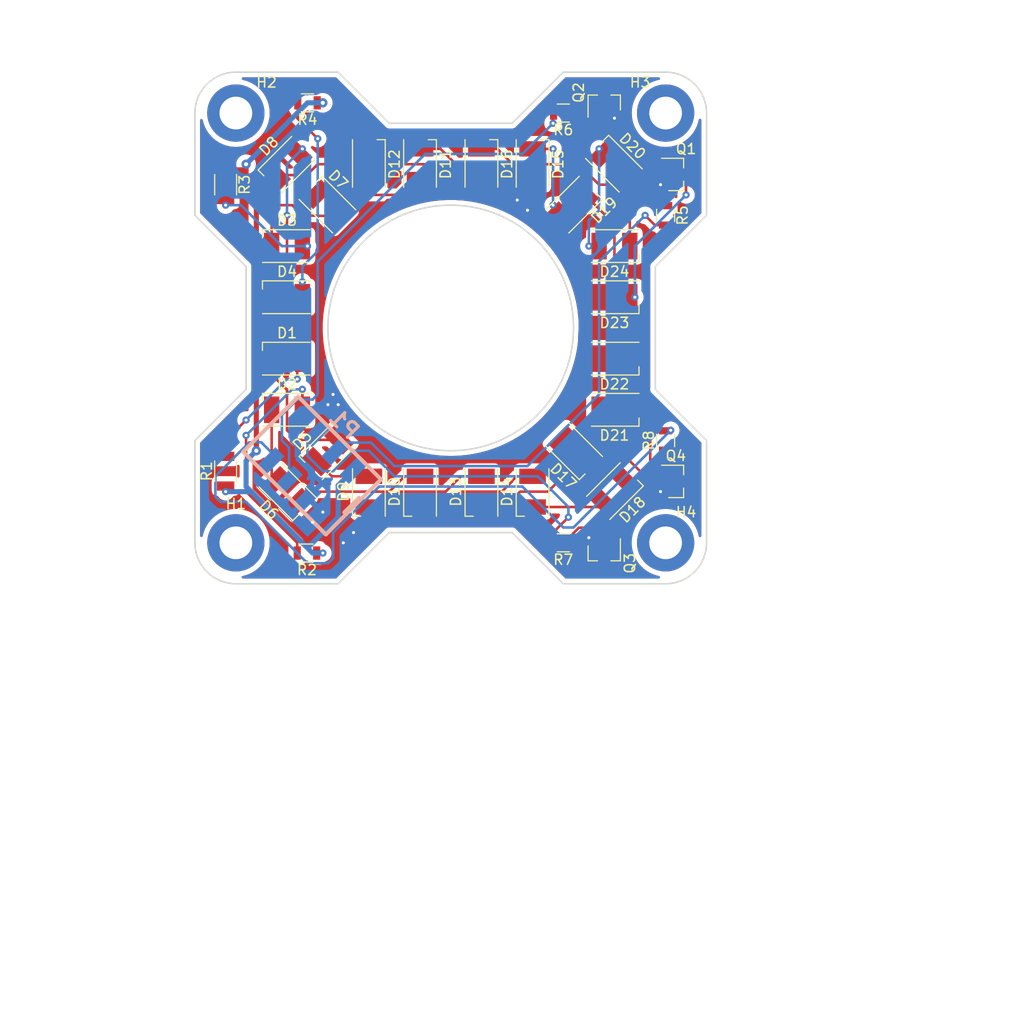
<source format=kicad_pcb>
(kicad_pcb (version 20191123) (host pcbnew "(5.99.0-492-g30da2b31e)")

  (general
    (thickness 1.6)
    (drawings 37)
    (tracks 327)
    (modules 41)
    (nets 39)
  )

  (page "A4")
  (layers
    (0 "F.Cu" signal)
    (31 "B.Cu" signal)
    (32 "B.Adhes" user)
    (33 "F.Adhes" user)
    (34 "B.Paste" user)
    (35 "F.Paste" user)
    (36 "B.SilkS" user)
    (37 "F.SilkS" user)
    (38 "B.Mask" user)
    (39 "F.Mask" user)
    (40 "Dwgs.User" user)
    (41 "Cmts.User" user)
    (42 "Eco1.User" user)
    (43 "Eco2.User" user)
    (44 "Edge.Cuts" user)
    (45 "Margin" user)
    (46 "B.CrtYd" user)
    (47 "F.CrtYd" user)
    (48 "B.Fab" user)
    (49 "F.Fab" user)
  )

  (setup
    (stackup
      (layer "F.SilkS" (type "Top Silk Screen"))
      (layer "F.Paste" (type "Top Solder Paste"))
      (layer "F.Mask" (type "Top Solder Mask") (color "Green") (thickness 0.01))
      (layer "F.Cu" (type "copper") (thickness 0.035))
      (layer "dielectric 1" (type "core") (thickness 1.51) (material "FR4") (epsilon_r 4.5) (loss_tangent 0.02))
      (layer "B.Cu" (type "copper") (thickness 0.035))
      (layer "B.Mask" (type "Bottom Solder Mask") (color "Green") (thickness 0.01))
      (layer "B.Paste" (type "Bottom Solder Paste"))
      (layer "B.SilkS" (type "Bottom Silk Screen"))
      (copper_finish "None")
      (dielectric_constraints no)
    )
    (last_trace_width 0.25)
    (user_trace_width 0.25)
    (user_trace_width 0.5)
    (trace_clearance 0.25)
    (zone_clearance 0.508)
    (zone_45_only no)
    (trace_min 0.2)
    (via_size 0.7)
    (via_drill 0.3)
    (via_min_size 0.6)
    (via_min_drill 0.3)
    (user_via 0.7 0.3)
    (user_via 0.9 0.4)
    (uvia_size 0.3)
    (uvia_drill 0.1)
    (uvias_allowed no)
    (uvia_min_size 0.2)
    (uvia_min_drill 0.1)
    (max_error 0.005)
    (defaults
      (edge_clearance 0.01)
      (edge_cuts_line_width 0.15)
      (courtyard_line_width 0.05)
      (copper_line_width 0.2)
      (copper_text_dims (size 1.5 1.5) (thickness 0.3))
      (silk_line_width 0.15)
      (silk_text_dims (size 1 1) (thickness 0.15))
      (other_layers_line_width 0.1)
      (other_layers_text_dims (size 1 1) (thickness 0.15))
    )
    (pad_size 1.524 1.524)
    (pad_drill 0.762)
    (pad_to_mask_clearance 0.2)
    (aux_axis_origin 0 0)
    (visible_elements 7FFFFFFF)
    (pcbplotparams
      (layerselection 0x010fc_ffffffff)
      (usegerberextensions true)
      (usegerberattributes false)
      (usegerberadvancedattributes false)
      (creategerberjobfile false)
      (excludeedgelayer true)
      (linewidth 0.100000)
      (plotframeref false)
      (viasonmask false)
      (mode 1)
      (useauxorigin false)
      (hpglpennumber 1)
      (hpglpenspeed 20)
      (hpglpendiameter 15.000000)
      (psnegative false)
      (psa4output false)
      (plotreference true)
      (plotvalue false)
      (plotinvisibletext false)
      (padsonsilk false)
      (subtractmaskfromsilk true)
      (outputformat 1)
      (mirror false)
      (drillshape 0)
      (scaleselection 1)
      (outputdirectory "factory/0_1/")
    )
  )

  (net 0 "")
  (net 1 "/GND1")
  (net 2 "Net-(D5-Pad2)")
  (net 3 "Net-(D6-Pad2)")
  (net 4 "Net-(D13-Pad2)")
  (net 5 "Net-(D14-Pad2)")
  (net 6 "Net-(D15-Pad2)")
  (net 7 "Net-(D13-Pad1)")
  (net 8 "Net-(D14-Pad1)")
  (net 9 "Net-(D15-Pad1)")
  (net 10 "Net-(D16-Pad1)")
  (net 11 "Net-(D21-Pad1)")
  (net 12 "Net-(D22-Pad1)")
  (net 13 "Net-(D23-Pad1)")
  (net 14 "Net-(D24-Pad1)")
  (net 15 "Net-(D29-Pad1)")
  (net 16 "Net-(D30-Pad1)")
  (net 17 "/Red_L2")
  (net 18 "/Green_L2")
  (net 19 "/Red_L1")
  (net 20 "/Green_L1")
  (net 21 "/CTRL_Red2")
  (net 22 "/CTRL_Green2")
  (net 23 "/VCC1")
  (net 24 "/CTRL_Red1")
  (net 25 "/CTRL_Green1")
  (net 26 "Net-(Q1-Pad1)")
  (net 27 "Net-(Q2-Pad1)")
  (net 28 "Net-(Q3-Pad1)")
  (net 29 "Net-(Q4-Pad1)")
  (net 30 "Net-(D7-Pad2)")
  (net 31 "Net-(D16-Pad2)")
  (net 32 "Net-(D8-Pad2)")
  (net 33 "Net-(D31-Pad1)")
  (net 34 "Net-(D32-Pad1)")
  (net 35 "Net-(D37-Pad1)")
  (net 36 "Net-(D38-Pad1)")
  (net 37 "Net-(D39-Pad1)")
  (net 38 "Net-(D40-Pad1)")

  (net_class "Default" "Dies ist die voreingestellte Netzklasse."
    (clearance 0.25)
    (trace_width 0.25)
    (via_dia 0.7)
    (via_drill 0.3)
    (uvia_dia 0.3)
    (uvia_drill 0.1)
    (add_net "/CTRL_Green1")
    (add_net "/CTRL_Green2")
    (add_net "/CTRL_Red1")
    (add_net "/CTRL_Red2")
    (add_net "/GND1")
    (add_net "/Green_L1")
    (add_net "/Green_L2")
    (add_net "/Red_L1")
    (add_net "/Red_L2")
    (add_net "/VCC1")
    (add_net "Net-(D13-Pad1)")
    (add_net "Net-(D13-Pad2)")
    (add_net "Net-(D14-Pad1)")
    (add_net "Net-(D14-Pad2)")
    (add_net "Net-(D15-Pad1)")
    (add_net "Net-(D15-Pad2)")
    (add_net "Net-(D16-Pad1)")
    (add_net "Net-(D16-Pad2)")
    (add_net "Net-(D21-Pad1)")
    (add_net "Net-(D22-Pad1)")
    (add_net "Net-(D23-Pad1)")
    (add_net "Net-(D24-Pad1)")
    (add_net "Net-(D29-Pad1)")
    (add_net "Net-(D30-Pad1)")
    (add_net "Net-(D31-Pad1)")
    (add_net "Net-(D32-Pad1)")
    (add_net "Net-(D37-Pad1)")
    (add_net "Net-(D38-Pad1)")
    (add_net "Net-(D39-Pad1)")
    (add_net "Net-(D40-Pad1)")
    (add_net "Net-(D5-Pad2)")
    (add_net "Net-(D6-Pad2)")
    (add_net "Net-(D7-Pad2)")
    (add_net "Net-(D8-Pad2)")
    (add_net "Net-(Q1-Pad1)")
    (add_net "Net-(Q2-Pad1)")
    (add_net "Net-(Q3-Pad1)")
    (add_net "Net-(Q4-Pad1)")
  )

  (module "Mounting_Holes:MountingHole_3.2mm_M3_DIN965_Pad" (layer "F.Cu") (tedit 56D1B4CB) (tstamp 5DEA8C15)
    (at 160 113)
    (descr "Mounting Hole 3.2mm, M3, DIN965")
    (tags "mounting hole 3.2mm m3 din965")
    (path "/5DEC8B44")
    (attr virtual)
    (fp_text reference "H4" (at 2 -3) (layer "F.SilkS")
      (effects (font (size 1 1) (thickness 0.15)))
    )
    (fp_text value "MountingHole" (at 0 3.8) (layer "F.Fab")
      (effects (font (size 1 1) (thickness 0.15)))
    )
    (fp_text user "%R" (at 0.3 0) (layer "F.Fab")
      (effects (font (size 1 1) (thickness 0.15)))
    )
    (fp_circle (center 0 0) (end 2.8 0) (layer "Cmts.User") (width 0.15))
    (fp_circle (center 0 0) (end 3.05 0) (layer "F.CrtYd") (width 0.05))
    (pad "1" thru_hole circle (at 0 0) (size 5.6 5.6) (drill 3.2) (layers *.Cu *.Mask))
  )

  (module "Mounting_Holes:MountingHole_3.2mm_M3_DIN965_Pad" (layer "F.Cu") (tedit 56D1B4CB) (tstamp 5DEA8C12)
    (at 160 71)
    (descr "Mounting Hole 3.2mm, M3, DIN965")
    (tags "mounting hole 3.2mm m3 din965")
    (path "/5DEC8B38")
    (attr virtual)
    (fp_text reference "H3" (at -2.5 -3) (layer "F.SilkS")
      (effects (font (size 1 1) (thickness 0.15)))
    )
    (fp_text value "MountingHole" (at 0 3.8) (layer "F.Fab")
      (effects (font (size 1 1) (thickness 0.15)))
    )
    (fp_text user "%R" (at 0.3 0) (layer "F.Fab")
      (effects (font (size 1 1) (thickness 0.15)))
    )
    (fp_circle (center 0 0) (end 2.8 0) (layer "Cmts.User") (width 0.15))
    (fp_circle (center 0 0) (end 3.05 0) (layer "F.CrtYd") (width 0.05))
    (pad "1" thru_hole circle (at 0 0) (size 5.6 5.6) (drill 3.2) (layers *.Cu *.Mask))
  )

  (module "Resistors_SMD:R_0805" (layer "F.Cu") (tedit 58E0A804) (tstamp 5DEA1C89)
    (at 160 103 90)
    (descr "Resistor SMD 0805, reflow soldering, Vishay (see dcrcw.pdf)")
    (tags "resistor 0805")
    (path "/5DE523D4")
    (attr smd)
    (fp_text reference "R8" (at 0 -1.65 90) (layer "F.SilkS")
      (effects (font (size 1 1) (thickness 0.15)))
    )
    (fp_text value "R" (at 0 1.75 90) (layer "F.Fab")
      (effects (font (size 1 1) (thickness 0.15)))
    )
    (fp_text user "%R" (at 0 0 90) (layer "F.Fab")
      (effects (font (size 0.5 0.5) (thickness 0.075)))
    )
    (fp_line (start -1 0.62) (end -1 -0.62) (layer "F.Fab") (width 0.1))
    (fp_line (start 1 0.62) (end -1 0.62) (layer "F.Fab") (width 0.1))
    (fp_line (start 1 -0.62) (end 1 0.62) (layer "F.Fab") (width 0.1))
    (fp_line (start -1 -0.62) (end 1 -0.62) (layer "F.Fab") (width 0.1))
    (fp_line (start 0.6 0.88) (end -0.6 0.88) (layer "F.SilkS") (width 0.12))
    (fp_line (start -0.6 -0.88) (end 0.6 -0.88) (layer "F.SilkS") (width 0.12))
    (fp_line (start -1.55 -0.9) (end 1.55 -0.9) (layer "F.CrtYd") (width 0.05))
    (fp_line (start -1.55 -0.9) (end -1.55 0.9) (layer "F.CrtYd") (width 0.05))
    (fp_line (start 1.55 0.9) (end 1.55 -0.9) (layer "F.CrtYd") (width 0.05))
    (fp_line (start 1.55 0.9) (end -1.55 0.9) (layer "F.CrtYd") (width 0.05))
    (pad "1" smd rect (at -0.95 0 90) (size 0.7 1.3) (layers "F.Cu" "F.Paste" "F.Mask")
      (net 29 "Net-(Q4-Pad1)"))
    (pad "2" smd rect (at 0.95 0 90) (size 0.7 1.3) (layers "F.Cu" "F.Paste" "F.Mask")
      (net 22 "/CTRL_Green2"))
    (model "${KISYS3DMOD}/Resistors_SMD.3dshapes/R_0805.wrl"
      (at (xyz 0 0 0))
      (scale (xyz 1 1 1))
      (rotate (xyz 0 0 0))
    )
  )

  (module "Resistors_SMD:R_0805" (layer "F.Cu") (tedit 58E0A804) (tstamp 5DEA1C86)
    (at 150 113 180)
    (descr "Resistor SMD 0805, reflow soldering, Vishay (see dcrcw.pdf)")
    (tags "resistor 0805")
    (path "/5DE523BB")
    (attr smd)
    (fp_text reference "R7" (at 0 -1.65) (layer "F.SilkS")
      (effects (font (size 1 1) (thickness 0.15)))
    )
    (fp_text value "R" (at 0 1.75) (layer "F.Fab")
      (effects (font (size 1 1) (thickness 0.15)))
    )
    (fp_text user "%R" (at 0 0) (layer "F.Fab")
      (effects (font (size 0.5 0.5) (thickness 0.075)))
    )
    (fp_line (start -1 0.62) (end -1 -0.62) (layer "F.Fab") (width 0.1))
    (fp_line (start 1 0.62) (end -1 0.62) (layer "F.Fab") (width 0.1))
    (fp_line (start 1 -0.62) (end 1 0.62) (layer "F.Fab") (width 0.1))
    (fp_line (start -1 -0.62) (end 1 -0.62) (layer "F.Fab") (width 0.1))
    (fp_line (start 0.6 0.88) (end -0.6 0.88) (layer "F.SilkS") (width 0.12))
    (fp_line (start -0.6 -0.88) (end 0.6 -0.88) (layer "F.SilkS") (width 0.12))
    (fp_line (start -1.55 -0.9) (end 1.55 -0.9) (layer "F.CrtYd") (width 0.05))
    (fp_line (start -1.55 -0.9) (end -1.55 0.9) (layer "F.CrtYd") (width 0.05))
    (fp_line (start 1.55 0.9) (end 1.55 -0.9) (layer "F.CrtYd") (width 0.05))
    (fp_line (start 1.55 0.9) (end -1.55 0.9) (layer "F.CrtYd") (width 0.05))
    (pad "1" smd rect (at -0.95 0 180) (size 0.7 1.3) (layers "F.Cu" "F.Paste" "F.Mask")
      (net 28 "Net-(Q3-Pad1)"))
    (pad "2" smd rect (at 0.95 0 180) (size 0.7 1.3) (layers "F.Cu" "F.Paste" "F.Mask")
      (net 21 "/CTRL_Red2"))
    (model "${KISYS3DMOD}/Resistors_SMD.3dshapes/R_0805.wrl"
      (at (xyz 0 0 0))
      (scale (xyz 1 1 1))
      (rotate (xyz 0 0 0))
    )
  )

  (module "Resistors_SMD:R_0805" (layer "F.Cu") (tedit 58E0A804) (tstamp 5DEA1C83)
    (at 150 71 180)
    (descr "Resistor SMD 0805, reflow soldering, Vishay (see dcrcw.pdf)")
    (tags "resistor 0805")
    (path "/5DE51A9C")
    (attr smd)
    (fp_text reference "R6" (at 0 -1.65) (layer "F.SilkS")
      (effects (font (size 1 1) (thickness 0.15)))
    )
    (fp_text value "R" (at 0 1.75) (layer "F.Fab")
      (effects (font (size 1 1) (thickness 0.15)))
    )
    (fp_text user "%R" (at 0 0) (layer "F.Fab")
      (effects (font (size 0.5 0.5) (thickness 0.075)))
    )
    (fp_line (start -1 0.62) (end -1 -0.62) (layer "F.Fab") (width 0.1))
    (fp_line (start 1 0.62) (end -1 0.62) (layer "F.Fab") (width 0.1))
    (fp_line (start 1 -0.62) (end 1 0.62) (layer "F.Fab") (width 0.1))
    (fp_line (start -1 -0.62) (end 1 -0.62) (layer "F.Fab") (width 0.1))
    (fp_line (start 0.6 0.88) (end -0.6 0.88) (layer "F.SilkS") (width 0.12))
    (fp_line (start -0.6 -0.88) (end 0.6 -0.88) (layer "F.SilkS") (width 0.12))
    (fp_line (start -1.55 -0.9) (end 1.55 -0.9) (layer "F.CrtYd") (width 0.05))
    (fp_line (start -1.55 -0.9) (end -1.55 0.9) (layer "F.CrtYd") (width 0.05))
    (fp_line (start 1.55 0.9) (end 1.55 -0.9) (layer "F.CrtYd") (width 0.05))
    (fp_line (start 1.55 0.9) (end -1.55 0.9) (layer "F.CrtYd") (width 0.05))
    (pad "1" smd rect (at -0.95 0 180) (size 0.7 1.3) (layers "F.Cu" "F.Paste" "F.Mask")
      (net 27 "Net-(Q2-Pad1)"))
    (pad "2" smd rect (at 0.95 0 180) (size 0.7 1.3) (layers "F.Cu" "F.Paste" "F.Mask")
      (net 25 "/CTRL_Green1"))
    (model "${KISYS3DMOD}/Resistors_SMD.3dshapes/R_0805.wrl"
      (at (xyz 0 0 0))
      (scale (xyz 1 1 1))
      (rotate (xyz 0 0 0))
    )
  )

  (module "Resistors_SMD:R_0805" (layer "F.Cu") (tedit 58E0A804) (tstamp 5DEA1C80)
    (at 160 81 -90)
    (descr "Resistor SMD 0805, reflow soldering, Vishay (see dcrcw.pdf)")
    (tags "resistor 0805")
    (path "/5DE50E36")
    (attr smd)
    (fp_text reference "R5" (at 0 -1.65 90) (layer "F.SilkS")
      (effects (font (size 1 1) (thickness 0.15)))
    )
    (fp_text value "R" (at 0 1.75 90) (layer "F.Fab")
      (effects (font (size 1 1) (thickness 0.15)))
    )
    (fp_text user "%R" (at 0 0 90) (layer "F.Fab")
      (effects (font (size 0.5 0.5) (thickness 0.075)))
    )
    (fp_line (start -1 0.62) (end -1 -0.62) (layer "F.Fab") (width 0.1))
    (fp_line (start 1 0.62) (end -1 0.62) (layer "F.Fab") (width 0.1))
    (fp_line (start 1 -0.62) (end 1 0.62) (layer "F.Fab") (width 0.1))
    (fp_line (start -1 -0.62) (end 1 -0.62) (layer "F.Fab") (width 0.1))
    (fp_line (start 0.6 0.88) (end -0.6 0.88) (layer "F.SilkS") (width 0.12))
    (fp_line (start -0.6 -0.88) (end 0.6 -0.88) (layer "F.SilkS") (width 0.12))
    (fp_line (start -1.55 -0.9) (end 1.55 -0.9) (layer "F.CrtYd") (width 0.05))
    (fp_line (start -1.55 -0.9) (end -1.55 0.9) (layer "F.CrtYd") (width 0.05))
    (fp_line (start 1.55 0.9) (end 1.55 -0.9) (layer "F.CrtYd") (width 0.05))
    (fp_line (start 1.55 0.9) (end -1.55 0.9) (layer "F.CrtYd") (width 0.05))
    (pad "1" smd rect (at -0.95 0 270) (size 0.7 1.3) (layers "F.Cu" "F.Paste" "F.Mask")
      (net 26 "Net-(Q1-Pad1)"))
    (pad "2" smd rect (at 0.95 0 270) (size 0.7 1.3) (layers "F.Cu" "F.Paste" "F.Mask")
      (net 24 "/CTRL_Red1"))
    (model "${KISYS3DMOD}/Resistors_SMD.3dshapes/R_0805.wrl"
      (at (xyz 0 0 0))
      (scale (xyz 1 1 1))
      (rotate (xyz 0 0 0))
    )
  )

  (module "Resistors_SMD:R_0805" (layer "F.Cu") (tedit 58E0A804) (tstamp 5DEA1C7D)
    (at 125 70 180)
    (descr "Resistor SMD 0805, reflow soldering, Vishay (see dcrcw.pdf)")
    (tags "resistor 0805")
    (path "/5DE4E3ED")
    (attr smd)
    (fp_text reference "R4" (at 0 -1.65) (layer "F.SilkS")
      (effects (font (size 1 1) (thickness 0.15)))
    )
    (fp_text value "270" (at 0 1.75) (layer "F.Fab")
      (effects (font (size 1 1) (thickness 0.15)))
    )
    (fp_text user "%R" (at 0 0) (layer "F.Fab")
      (effects (font (size 0.5 0.5) (thickness 0.075)))
    )
    (fp_line (start -1 0.62) (end -1 -0.62) (layer "F.Fab") (width 0.1))
    (fp_line (start 1 0.62) (end -1 0.62) (layer "F.Fab") (width 0.1))
    (fp_line (start 1 -0.62) (end 1 0.62) (layer "F.Fab") (width 0.1))
    (fp_line (start -1 -0.62) (end 1 -0.62) (layer "F.Fab") (width 0.1))
    (fp_line (start 0.6 0.88) (end -0.6 0.88) (layer "F.SilkS") (width 0.12))
    (fp_line (start -0.6 -0.88) (end 0.6 -0.88) (layer "F.SilkS") (width 0.12))
    (fp_line (start -1.55 -0.9) (end 1.55 -0.9) (layer "F.CrtYd") (width 0.05))
    (fp_line (start -1.55 -0.9) (end -1.55 0.9) (layer "F.CrtYd") (width 0.05))
    (fp_line (start 1.55 0.9) (end 1.55 -0.9) (layer "F.CrtYd") (width 0.05))
    (fp_line (start 1.55 0.9) (end -1.55 0.9) (layer "F.CrtYd") (width 0.05))
    (pad "1" smd rect (at -0.95 0 180) (size 0.7 1.3) (layers "F.Cu" "F.Paste" "F.Mask")
      (net 23 "/VCC1"))
    (pad "2" smd rect (at 0.95 0 180) (size 0.7 1.3) (layers "F.Cu" "F.Paste" "F.Mask")
      (net 32 "Net-(D8-Pad2)"))
    (model "${KISYS3DMOD}/Resistors_SMD.3dshapes/R_0805.wrl"
      (at (xyz 0 0 0))
      (scale (xyz 1 1 1))
      (rotate (xyz 0 0 0))
    )
  )

  (module "Resistors_SMD:R_1206" (layer "F.Cu") (tedit 58E0A804) (tstamp 5DEA1C7A)
    (at 117 78 -90)
    (descr "Resistor SMD 1206, reflow soldering, Vishay (see dcrcw.pdf)")
    (tags "resistor 1206")
    (path "/5DE4E3F3")
    (attr smd)
    (fp_text reference "R3" (at 0 -1.85 90) (layer "F.SilkS")
      (effects (font (size 1 1) (thickness 0.15)))
    )
    (fp_text value "570" (at 0 1.95 90) (layer "F.Fab")
      (effects (font (size 1 1) (thickness 0.15)))
    )
    (fp_text user "%R" (at 0 0 90) (layer "F.Fab")
      (effects (font (size 0.7 0.7) (thickness 0.105)))
    )
    (fp_line (start -1.6 0.8) (end -1.6 -0.8) (layer "F.Fab") (width 0.1))
    (fp_line (start 1.6 0.8) (end -1.6 0.8) (layer "F.Fab") (width 0.1))
    (fp_line (start 1.6 -0.8) (end 1.6 0.8) (layer "F.Fab") (width 0.1))
    (fp_line (start -1.6 -0.8) (end 1.6 -0.8) (layer "F.Fab") (width 0.1))
    (fp_line (start 1 1.07) (end -1 1.07) (layer "F.SilkS") (width 0.12))
    (fp_line (start -1 -1.07) (end 1 -1.07) (layer "F.SilkS") (width 0.12))
    (fp_line (start -2.15 -1.11) (end 2.15 -1.11) (layer "F.CrtYd") (width 0.05))
    (fp_line (start -2.15 -1.11) (end -2.15 1.1) (layer "F.CrtYd") (width 0.05))
    (fp_line (start 2.15 1.1) (end 2.15 -1.11) (layer "F.CrtYd") (width 0.05))
    (fp_line (start 2.15 1.1) (end -2.15 1.1) (layer "F.CrtYd") (width 0.05))
    (pad "1" smd rect (at -1.45 0 270) (size 0.9 1.7) (layers "F.Cu" "F.Paste" "F.Mask")
      (net 23 "/VCC1"))
    (pad "2" smd rect (at 1.45 0 270) (size 0.9 1.7) (layers "F.Cu" "F.Paste" "F.Mask")
      (net 30 "Net-(D7-Pad2)"))
    (model "${KISYS3DMOD}/Resistors_SMD.3dshapes/R_1206.wrl"
      (at (xyz 0 0 0))
      (scale (xyz 1 1 1))
      (rotate (xyz 0 0 0))
    )
  )

  (module "Resistors_SMD:R_0805" (layer "F.Cu") (tedit 58E0A804) (tstamp 5DEA1C77)
    (at 124.95 114 180)
    (descr "Resistor SMD 0805, reflow soldering, Vishay (see dcrcw.pdf)")
    (tags "resistor 0805")
    (path "/5DE4DE63")
    (attr smd)
    (fp_text reference "R2" (at 0 -1.65) (layer "F.SilkS")
      (effects (font (size 1 1) (thickness 0.15)))
    )
    (fp_text value "270" (at 0 1.75) (layer "F.Fab")
      (effects (font (size 1 1) (thickness 0.15)))
    )
    (fp_text user "%R" (at 0 0) (layer "F.Fab")
      (effects (font (size 0.5 0.5) (thickness 0.075)))
    )
    (fp_line (start -1 0.62) (end -1 -0.62) (layer "F.Fab") (width 0.1))
    (fp_line (start 1 0.62) (end -1 0.62) (layer "F.Fab") (width 0.1))
    (fp_line (start 1 -0.62) (end 1 0.62) (layer "F.Fab") (width 0.1))
    (fp_line (start -1 -0.62) (end 1 -0.62) (layer "F.Fab") (width 0.1))
    (fp_line (start 0.6 0.88) (end -0.6 0.88) (layer "F.SilkS") (width 0.12))
    (fp_line (start -0.6 -0.88) (end 0.6 -0.88) (layer "F.SilkS") (width 0.12))
    (fp_line (start -1.55 -0.9) (end 1.55 -0.9) (layer "F.CrtYd") (width 0.05))
    (fp_line (start -1.55 -0.9) (end -1.55 0.9) (layer "F.CrtYd") (width 0.05))
    (fp_line (start 1.55 0.9) (end 1.55 -0.9) (layer "F.CrtYd") (width 0.05))
    (fp_line (start 1.55 0.9) (end -1.55 0.9) (layer "F.CrtYd") (width 0.05))
    (pad "1" smd rect (at -0.95 0 180) (size 0.7 1.3) (layers "F.Cu" "F.Paste" "F.Mask")
      (net 23 "/VCC1"))
    (pad "2" smd rect (at 0.95 0 180) (size 0.7 1.3) (layers "F.Cu" "F.Paste" "F.Mask")
      (net 3 "Net-(D6-Pad2)"))
    (model "${KISYS3DMOD}/Resistors_SMD.3dshapes/R_0805.wrl"
      (at (xyz 0 0 0))
      (scale (xyz 1 1 1))
      (rotate (xyz 0 0 0))
    )
  )

  (module "Resistors_SMD:R_1206" (layer "F.Cu") (tedit 58E0A804) (tstamp 5DEA1C74)
    (at 117 106 90)
    (descr "Resistor SMD 1206, reflow soldering, Vishay (see dcrcw.pdf)")
    (tags "resistor 1206")
    (path "/5DE4DE69")
    (attr smd)
    (fp_text reference "R1" (at 0 -1.85 90) (layer "F.SilkS")
      (effects (font (size 1 1) (thickness 0.15)))
    )
    (fp_text value "570" (at 0 1.95 90) (layer "F.Fab")
      (effects (font (size 1 1) (thickness 0.15)))
    )
    (fp_text user "%R" (at 0 0 90) (layer "F.Fab")
      (effects (font (size 0.7 0.7) (thickness 0.105)))
    )
    (fp_line (start -1.6 0.8) (end -1.6 -0.8) (layer "F.Fab") (width 0.1))
    (fp_line (start 1.6 0.8) (end -1.6 0.8) (layer "F.Fab") (width 0.1))
    (fp_line (start 1.6 -0.8) (end 1.6 0.8) (layer "F.Fab") (width 0.1))
    (fp_line (start -1.6 -0.8) (end 1.6 -0.8) (layer "F.Fab") (width 0.1))
    (fp_line (start 1 1.07) (end -1 1.07) (layer "F.SilkS") (width 0.12))
    (fp_line (start -1 -1.07) (end 1 -1.07) (layer "F.SilkS") (width 0.12))
    (fp_line (start -2.15 -1.11) (end 2.15 -1.11) (layer "F.CrtYd") (width 0.05))
    (fp_line (start -2.15 -1.11) (end -2.15 1.1) (layer "F.CrtYd") (width 0.05))
    (fp_line (start 2.15 1.1) (end 2.15 -1.11) (layer "F.CrtYd") (width 0.05))
    (fp_line (start 2.15 1.1) (end -2.15 1.1) (layer "F.CrtYd") (width 0.05))
    (pad "1" smd rect (at -1.45 0 90) (size 0.9 1.7) (layers "F.Cu" "F.Paste" "F.Mask")
      (net 23 "/VCC1"))
    (pad "2" smd rect (at 1.45 0 90) (size 0.9 1.7) (layers "F.Cu" "F.Paste" "F.Mask")
      (net 2 "Net-(D5-Pad2)"))
    (model "${KISYS3DMOD}/Resistors_SMD.3dshapes/R_1206.wrl"
      (at (xyz 0 0 0))
      (scale (xyz 1 1 1))
      (rotate (xyz 0 0 0))
    )
  )

  (module "TO_SOT_Packages_SMD:SOT-23" (layer "F.Cu") (tedit 58CE4E7E) (tstamp 5DEA1C59)
    (at 161 107)
    (descr "SOT-23, Standard")
    (tags "SOT-23")
    (path "/5DE523CE")
    (attr smd)
    (fp_text reference "Q4" (at 0 -2.5) (layer "F.SilkS")
      (effects (font (size 1 1) (thickness 0.15)))
    )
    (fp_text value "Q_NPN_BEC" (at 0 2.5) (layer "F.Fab")
      (effects (font (size 1 1) (thickness 0.15)))
    )
    (fp_text user "%R" (at 0 0 90) (layer "F.Fab")
      (effects (font (size 0.5 0.5) (thickness 0.075)))
    )
    (fp_line (start -0.7 -0.95) (end -0.7 1.5) (layer "F.Fab") (width 0.1))
    (fp_line (start -0.15 -1.52) (end 0.7 -1.52) (layer "F.Fab") (width 0.1))
    (fp_line (start -0.7 -0.95) (end -0.15 -1.52) (layer "F.Fab") (width 0.1))
    (fp_line (start 0.7 -1.52) (end 0.7 1.52) (layer "F.Fab") (width 0.1))
    (fp_line (start -0.7 1.52) (end 0.7 1.52) (layer "F.Fab") (width 0.1))
    (fp_line (start 0.76 1.58) (end 0.76 0.65) (layer "F.SilkS") (width 0.12))
    (fp_line (start 0.76 -1.58) (end 0.76 -0.65) (layer "F.SilkS") (width 0.12))
    (fp_line (start -1.7 -1.75) (end 1.7 -1.75) (layer "F.CrtYd") (width 0.05))
    (fp_line (start 1.7 -1.75) (end 1.7 1.75) (layer "F.CrtYd") (width 0.05))
    (fp_line (start 1.7 1.75) (end -1.7 1.75) (layer "F.CrtYd") (width 0.05))
    (fp_line (start -1.7 1.75) (end -1.7 -1.75) (layer "F.CrtYd") (width 0.05))
    (fp_line (start 0.76 -1.58) (end -1.4 -1.58) (layer "F.SilkS") (width 0.12))
    (fp_line (start 0.76 1.58) (end -0.7 1.58) (layer "F.SilkS") (width 0.12))
    (pad "1" smd rect (at -1 -0.95) (size 0.9 0.8) (layers "F.Cu" "F.Paste" "F.Mask")
      (net 29 "Net-(Q4-Pad1)"))
    (pad "2" smd rect (at -1 0.95) (size 0.9 0.8) (layers "F.Cu" "F.Paste" "F.Mask")
      (net 1 "/GND1"))
    (pad "3" smd rect (at 1 0) (size 0.9 0.8) (layers "F.Cu" "F.Paste" "F.Mask")
      (net 18 "/Green_L2"))
    (model "${KISYS3DMOD}/TO_SOT_Packages_SMD.3dshapes/SOT-23.wrl"
      (at (xyz 0 0 0))
      (scale (xyz 1 1 1))
      (rotate (xyz 0 0 0))
    )
  )

  (module "TO_SOT_Packages_SMD:SOT-23" (layer "F.Cu") (tedit 58CE4E7E) (tstamp 5DEA1C56)
    (at 154 114 -90)
    (descr "SOT-23, Standard")
    (tags "SOT-23")
    (path "/5DE523B5")
    (attr smd)
    (fp_text reference "Q3" (at 1 -2.5 90) (layer "F.SilkS")
      (effects (font (size 1 1) (thickness 0.15)))
    )
    (fp_text value "Q_NPN_BEC" (at 0 2.5 90) (layer "F.Fab")
      (effects (font (size 1 1) (thickness 0.15)))
    )
    (fp_text user "%R" (at 0 0) (layer "F.Fab")
      (effects (font (size 0.5 0.5) (thickness 0.075)))
    )
    (fp_line (start -0.7 -0.95) (end -0.7 1.5) (layer "F.Fab") (width 0.1))
    (fp_line (start -0.15 -1.52) (end 0.7 -1.52) (layer "F.Fab") (width 0.1))
    (fp_line (start -0.7 -0.95) (end -0.15 -1.52) (layer "F.Fab") (width 0.1))
    (fp_line (start 0.7 -1.52) (end 0.7 1.52) (layer "F.Fab") (width 0.1))
    (fp_line (start -0.7 1.52) (end 0.7 1.52) (layer "F.Fab") (width 0.1))
    (fp_line (start 0.76 1.58) (end 0.76 0.65) (layer "F.SilkS") (width 0.12))
    (fp_line (start 0.76 -1.58) (end 0.76 -0.65) (layer "F.SilkS") (width 0.12))
    (fp_line (start -1.7 -1.75) (end 1.7 -1.75) (layer "F.CrtYd") (width 0.05))
    (fp_line (start 1.7 -1.75) (end 1.7 1.75) (layer "F.CrtYd") (width 0.05))
    (fp_line (start 1.7 1.75) (end -1.7 1.75) (layer "F.CrtYd") (width 0.05))
    (fp_line (start -1.7 1.75) (end -1.7 -1.75) (layer "F.CrtYd") (width 0.05))
    (fp_line (start 0.76 -1.58) (end -1.4 -1.58) (layer "F.SilkS") (width 0.12))
    (fp_line (start 0.76 1.58) (end -0.7 1.58) (layer "F.SilkS") (width 0.12))
    (pad "1" smd rect (at -1 -0.95 270) (size 0.9 0.8) (layers "F.Cu" "F.Paste" "F.Mask")
      (net 28 "Net-(Q3-Pad1)"))
    (pad "2" smd rect (at -1 0.95 270) (size 0.9 0.8) (layers "F.Cu" "F.Paste" "F.Mask")
      (net 1 "/GND1"))
    (pad "3" smd rect (at 1 0 270) (size 0.9 0.8) (layers "F.Cu" "F.Paste" "F.Mask")
      (net 17 "/Red_L2"))
    (model "${KISYS3DMOD}/TO_SOT_Packages_SMD.3dshapes/SOT-23.wrl"
      (at (xyz 0 0 0))
      (scale (xyz 1 1 1))
      (rotate (xyz 0 0 0))
    )
  )

  (module "TO_SOT_Packages_SMD:SOT-23" (layer "F.Cu") (tedit 58CE4E7E) (tstamp 5DEA1C53)
    (at 154 70 90)
    (descr "SOT-23, Standard")
    (tags "SOT-23")
    (path "/5DE51A96")
    (attr smd)
    (fp_text reference "Q2" (at 1 -2.5 90) (layer "F.SilkS")
      (effects (font (size 1 1) (thickness 0.15)))
    )
    (fp_text value "Q_NPN_BEC" (at 0 2.5 90) (layer "F.Fab")
      (effects (font (size 1 1) (thickness 0.15)))
    )
    (fp_text user "%R" (at 0 0) (layer "F.Fab")
      (effects (font (size 0.5 0.5) (thickness 0.075)))
    )
    (fp_line (start -0.7 -0.95) (end -0.7 1.5) (layer "F.Fab") (width 0.1))
    (fp_line (start -0.15 -1.52) (end 0.7 -1.52) (layer "F.Fab") (width 0.1))
    (fp_line (start -0.7 -0.95) (end -0.15 -1.52) (layer "F.Fab") (width 0.1))
    (fp_line (start 0.7 -1.52) (end 0.7 1.52) (layer "F.Fab") (width 0.1))
    (fp_line (start -0.7 1.52) (end 0.7 1.52) (layer "F.Fab") (width 0.1))
    (fp_line (start 0.76 1.58) (end 0.76 0.65) (layer "F.SilkS") (width 0.12))
    (fp_line (start 0.76 -1.58) (end 0.76 -0.65) (layer "F.SilkS") (width 0.12))
    (fp_line (start -1.7 -1.75) (end 1.7 -1.75) (layer "F.CrtYd") (width 0.05))
    (fp_line (start 1.7 -1.75) (end 1.7 1.75) (layer "F.CrtYd") (width 0.05))
    (fp_line (start 1.7 1.75) (end -1.7 1.75) (layer "F.CrtYd") (width 0.05))
    (fp_line (start -1.7 1.75) (end -1.7 -1.75) (layer "F.CrtYd") (width 0.05))
    (fp_line (start 0.76 -1.58) (end -1.4 -1.58) (layer "F.SilkS") (width 0.12))
    (fp_line (start 0.76 1.58) (end -0.7 1.58) (layer "F.SilkS") (width 0.12))
    (pad "1" smd rect (at -1 -0.95 90) (size 0.9 0.8) (layers "F.Cu" "F.Paste" "F.Mask")
      (net 27 "Net-(Q2-Pad1)"))
    (pad "2" smd rect (at -1 0.95 90) (size 0.9 0.8) (layers "F.Cu" "F.Paste" "F.Mask")
      (net 1 "/GND1"))
    (pad "3" smd rect (at 1 0 90) (size 0.9 0.8) (layers "F.Cu" "F.Paste" "F.Mask")
      (net 20 "/Green_L1"))
    (model "${KISYS3DMOD}/TO_SOT_Packages_SMD.3dshapes/SOT-23.wrl"
      (at (xyz 0 0 0))
      (scale (xyz 1 1 1))
      (rotate (xyz 0 0 0))
    )
  )

  (module "TO_SOT_Packages_SMD:SOT-23" (layer "F.Cu") (tedit 58CE4E7E) (tstamp 5DEA1C50)
    (at 161 77)
    (descr "SOT-23, Standard")
    (tags "SOT-23")
    (path "/5DE50A1D")
    (attr smd)
    (fp_text reference "Q1" (at 1 -2.5) (layer "F.SilkS")
      (effects (font (size 1 1) (thickness 0.15)))
    )
    (fp_text value "Q_NPN_BEC" (at 0 2.5) (layer "F.Fab")
      (effects (font (size 1 1) (thickness 0.15)))
    )
    (fp_text user "%R" (at 0 0 90) (layer "F.Fab")
      (effects (font (size 0.5 0.5) (thickness 0.075)))
    )
    (fp_line (start -0.7 -0.95) (end -0.7 1.5) (layer "F.Fab") (width 0.1))
    (fp_line (start -0.15 -1.52) (end 0.7 -1.52) (layer "F.Fab") (width 0.1))
    (fp_line (start -0.7 -0.95) (end -0.15 -1.52) (layer "F.Fab") (width 0.1))
    (fp_line (start 0.7 -1.52) (end 0.7 1.52) (layer "F.Fab") (width 0.1))
    (fp_line (start -0.7 1.52) (end 0.7 1.52) (layer "F.Fab") (width 0.1))
    (fp_line (start 0.76 1.58) (end 0.76 0.65) (layer "F.SilkS") (width 0.12))
    (fp_line (start 0.76 -1.58) (end 0.76 -0.65) (layer "F.SilkS") (width 0.12))
    (fp_line (start -1.7 -1.75) (end 1.7 -1.75) (layer "F.CrtYd") (width 0.05))
    (fp_line (start 1.7 -1.75) (end 1.7 1.75) (layer "F.CrtYd") (width 0.05))
    (fp_line (start 1.7 1.75) (end -1.7 1.75) (layer "F.CrtYd") (width 0.05))
    (fp_line (start -1.7 1.75) (end -1.7 -1.75) (layer "F.CrtYd") (width 0.05))
    (fp_line (start 0.76 -1.58) (end -1.4 -1.58) (layer "F.SilkS") (width 0.12))
    (fp_line (start 0.76 1.58) (end -0.7 1.58) (layer "F.SilkS") (width 0.12))
    (pad "1" smd rect (at -1 -0.95) (size 0.9 0.8) (layers "F.Cu" "F.Paste" "F.Mask")
      (net 26 "Net-(Q1-Pad1)"))
    (pad "2" smd rect (at -1 0.95) (size 0.9 0.8) (layers "F.Cu" "F.Paste" "F.Mask")
      (net 1 "/GND1"))
    (pad "3" smd rect (at 1 0) (size 0.9 0.8) (layers "F.Cu" "F.Paste" "F.Mask")
      (net 19 "/Red_L1"))
    (model "${KISYS3DMOD}/TO_SOT_Packages_SMD.3dshapes/SOT-23.wrl"
      (at (xyz 0 0 0))
      (scale (xyz 1 1 1))
      (rotate (xyz 0 0 0))
    )
  )

  (module "Toni:micro_match3x2" (layer "B.Cu") (tedit 5265A2FB) (tstamp 5DEA1C4A)
    (at 125 105 135)
    (descr "micro_match_3x2")
    (tags "micro match 3x2")
    (path "/5DEBAE44")
    (fp_text reference "P1" (at 0 5.08 135) (layer "B.SilkS")
      (effects (font (size 1.524 1.524) (thickness 0.3048)) (justify mirror))
    )
    (fp_text value "CONN_02X03" (at 0 -6.35 135) (layer "B.Fab")
      (effects (font (size 1.524 1.524) (thickness 0.3048)) (justify mirror))
    )
    (fp_line (start -6.096 1.016) (end -6.096 -1.016) (layer "B.SilkS") (width 0.381))
    (fp_line (start 5.08 -3.81) (end -6.35 -3.81) (layer "B.SilkS") (width 0.381))
    (fp_line (start -6.35 -3.81) (end -6.35 3.81) (layer "B.SilkS") (width 0.381))
    (fp_line (start -6.35 3.81) (end 5.08 3.81) (layer "B.SilkS") (width 0.381))
    (fp_line (start 5.08 3.81) (end 5.08 -3.81) (layer "B.SilkS") (width 0.381))
    (pad "1" smd rect (at -3.81 2.54 135) (size 1.27 2.54) (layers "B.Cu" "B.Paste" "B.Mask")
      (net 23 "/VCC1"))
    (pad "2" smd rect (at -2.54 -2.54 135) (size 1.27 2.54) (layers "B.Cu" "B.Paste" "B.Mask")
      (net 1 "/GND1"))
    (pad "3" smd rect (at -1.27 2.54 135) (size 1.27 2.54) (layers "B.Cu" "B.Paste" "B.Mask")
      (net 24 "/CTRL_Red1"))
    (pad "4" smd rect (at 0 -2.54 135) (size 1.27 2.54) (layers "B.Cu" "B.Paste" "B.Mask")
      (net 25 "/CTRL_Green1"))
    (pad "5" smd rect (at 1.27 2.54 135) (size 1.27 2.54) (layers "B.Cu" "B.Paste" "B.Mask")
      (net 21 "/CTRL_Red2"))
    (pad "6" smd rect (at 2.54 -2.54 135) (size 1.27 2.54) (layers "B.Cu" "B.Paste" "B.Mask")
      (net 22 "/CTRL_Green2"))
  )

  (module "Mounting_Holes:MountingHole_3.2mm_M3_DIN965_Pad" (layer "F.Cu") (tedit 56D1B4CB) (tstamp 5DEA1C41)
    (at 118 71)
    (descr "Mounting Hole 3.2mm, M3, DIN965")
    (tags "mounting hole 3.2mm m3 din965")
    (path "/5DE61D9D")
    (attr virtual)
    (fp_text reference "H2" (at 3 -3) (layer "F.SilkS")
      (effects (font (size 1 1) (thickness 0.15)))
    )
    (fp_text value "MountingHole" (at 0 3.8) (layer "F.Fab")
      (effects (font (size 1 1) (thickness 0.15)))
    )
    (fp_text user "%R" (at 0.3 0) (layer "F.Fab")
      (effects (font (size 1 1) (thickness 0.15)))
    )
    (fp_circle (center 0 0) (end 2.8 0) (layer "Cmts.User") (width 0.15))
    (fp_circle (center 0 0) (end 3.05 0) (layer "F.CrtYd") (width 0.05))
    (pad "1" thru_hole circle (at 0 0) (size 5.6 5.6) (drill 3.2) (layers *.Cu *.Mask))
  )

  (module "Mounting_Holes:MountingHole_3.2mm_M3_DIN965_Pad" (layer "F.Cu") (tedit 56D1B4CB) (tstamp 5DEA1C3E)
    (at 118 113)
    (descr "Mounting Hole 3.2mm, M3, DIN965")
    (tags "mounting hole 3.2mm m3 din965")
    (path "/5DE61D4E")
    (attr virtual)
    (fp_text reference "H1" (at 0 -3.8) (layer "F.SilkS")
      (effects (font (size 1 1) (thickness 0.15)))
    )
    (fp_text value "MountingHole" (at 0 3.8) (layer "F.Fab")
      (effects (font (size 1 1) (thickness 0.15)))
    )
    (fp_text user "%R" (at 0.3 0) (layer "F.Fab")
      (effects (font (size 1 1) (thickness 0.15)))
    )
    (fp_circle (center 0 0) (end 2.8 0) (layer "Cmts.User") (width 0.15))
    (fp_circle (center 0 0) (end 3.05 0) (layer "F.CrtYd") (width 0.05))
    (pad "1" thru_hole circle (at 0 0) (size 5.6 5.6) (drill 3.2) (layers *.Cu *.Mask))
  )

  (module "LEDs:LED_PLCC-2" (layer "F.Cu") (tedit 59959404) (tstamp 5DEA1C3B)
    (at 155 84 180)
    (descr "LED PLCC-2 SMD package")
    (tags "LED PLCC-2 SMD")
    (path "/5DE4E3E3")
    (attr smd)
    (fp_text reference "D24" (at 0 -2.5) (layer "F.SilkS")
      (effects (font (size 1 1) (thickness 0.15)))
    )
    (fp_text value "GREEN" (at 0 2.5) (layer "F.Fab")
      (effects (font (size 1 1) (thickness 0.15)))
    )
    (fp_circle (center 0 0) (end 0 -1.25) (layer "F.Fab") (width 0.1))
    (fp_line (start -1.7 -0.6) (end -0.8 -1.5) (layer "F.Fab") (width 0.1))
    (fp_line (start 1.7 1.5) (end 1.7 -1.5) (layer "F.Fab") (width 0.1))
    (fp_line (start 1.7 -1.5) (end -1.7 -1.5) (layer "F.Fab") (width 0.1))
    (fp_line (start -1.7 -1.5) (end -1.7 1.5) (layer "F.Fab") (width 0.1))
    (fp_line (start -1.7 1.5) (end 1.7 1.5) (layer "F.Fab") (width 0.1))
    (fp_line (start -2.65 -1.85) (end 2.5 -1.85) (layer "F.CrtYd") (width 0.05))
    (fp_line (start 2.5 -1.85) (end 2.5 1.85) (layer "F.CrtYd") (width 0.05))
    (fp_line (start 2.5 1.85) (end -2.65 1.85) (layer "F.CrtYd") (width 0.05))
    (fp_line (start -2.65 1.85) (end -2.65 -1.85) (layer "F.CrtYd") (width 0.05))
    (fp_line (start 2.25 1.6) (end -2.4 1.6) (layer "F.SilkS") (width 0.12))
    (fp_line (start 2.25 -1.6) (end -2.4 -1.6) (layer "F.SilkS") (width 0.12))
    (fp_line (start -2.4 -1.6) (end -2.4 -0.8) (layer "F.SilkS") (width 0.12))
    (fp_text user "%R" (at 0 0) (layer "F.Fab")
      (effects (font (size 0.4 0.4) (thickness 0.1)))
    )
    (pad "1" smd rect (at -1.5 0 180) (size 1.5 2.6) (layers "F.Cu" "F.Paste" "F.Mask")
      (net 20 "/Green_L1"))
    (pad "2" smd rect (at 1.5 0 180) (size 1.5 2.6) (layers "F.Cu" "F.Paste" "F.Mask")
      (net 38 "Net-(D40-Pad1)"))
    (model "${KISYS3DMOD}/LEDs.3dshapes/LED_PLCC-2.wrl"
      (at (xyz 0 0 0))
      (scale (xyz 1 1 1))
      (rotate (xyz 0 0 0))
    )
  )

  (module "LEDs:LED_PLCC-2" (layer "F.Cu") (tedit 59959404) (tstamp 5DEA1C38)
    (at 155 89 180)
    (descr "LED PLCC-2 SMD package")
    (tags "LED PLCC-2 SMD")
    (path "/5DE4E3BF")
    (attr smd)
    (fp_text reference "D23" (at 0 -2.5) (layer "F.SilkS")
      (effects (font (size 1 1) (thickness 0.15)))
    )
    (fp_text value "RED" (at 0 2.5) (layer "F.Fab")
      (effects (font (size 1 1) (thickness 0.15)))
    )
    (fp_circle (center 0 0) (end 0 -1.25) (layer "F.Fab") (width 0.1))
    (fp_line (start -1.7 -0.6) (end -0.8 -1.5) (layer "F.Fab") (width 0.1))
    (fp_line (start 1.7 1.5) (end 1.7 -1.5) (layer "F.Fab") (width 0.1))
    (fp_line (start 1.7 -1.5) (end -1.7 -1.5) (layer "F.Fab") (width 0.1))
    (fp_line (start -1.7 -1.5) (end -1.7 1.5) (layer "F.Fab") (width 0.1))
    (fp_line (start -1.7 1.5) (end 1.7 1.5) (layer "F.Fab") (width 0.1))
    (fp_line (start -2.65 -1.85) (end 2.5 -1.85) (layer "F.CrtYd") (width 0.05))
    (fp_line (start 2.5 -1.85) (end 2.5 1.85) (layer "F.CrtYd") (width 0.05))
    (fp_line (start 2.5 1.85) (end -2.65 1.85) (layer "F.CrtYd") (width 0.05))
    (fp_line (start -2.65 1.85) (end -2.65 -1.85) (layer "F.CrtYd") (width 0.05))
    (fp_line (start 2.25 1.6) (end -2.4 1.6) (layer "F.SilkS") (width 0.12))
    (fp_line (start 2.25 -1.6) (end -2.4 -1.6) (layer "F.SilkS") (width 0.12))
    (fp_line (start -2.4 -1.6) (end -2.4 -0.8) (layer "F.SilkS") (width 0.12))
    (fp_text user "%R" (at 0 0) (layer "F.Fab")
      (effects (font (size 0.4 0.4) (thickness 0.1)))
    )
    (pad "1" smd rect (at -1.5 0 180) (size 1.5 2.6) (layers "F.Cu" "F.Paste" "F.Mask")
      (net 19 "/Red_L1"))
    (pad "2" smd rect (at 1.5 0 180) (size 1.5 2.6) (layers "F.Cu" "F.Paste" "F.Mask")
      (net 37 "Net-(D39-Pad1)"))
    (model "${KISYS3DMOD}/LEDs.3dshapes/LED_PLCC-2.wrl"
      (at (xyz 0 0 0))
      (scale (xyz 1 1 1))
      (rotate (xyz 0 0 0))
    )
  )

  (module "LEDs:LED_PLCC-2" (layer "F.Cu") (tedit 59959404) (tstamp 5DEA1C35)
    (at 155 95 180)
    (descr "LED PLCC-2 SMD package")
    (tags "LED PLCC-2 SMD")
    (path "/5DE4DE59")
    (attr smd)
    (fp_text reference "D22" (at 0 -2.5) (layer "F.SilkS")
      (effects (font (size 1 1) (thickness 0.15)))
    )
    (fp_text value "GREEN" (at 0 2.5) (layer "F.Fab")
      (effects (font (size 1 1) (thickness 0.15)))
    )
    (fp_circle (center 0 0) (end 0 -1.25) (layer "F.Fab") (width 0.1))
    (fp_line (start -1.7 -0.6) (end -0.8 -1.5) (layer "F.Fab") (width 0.1))
    (fp_line (start 1.7 1.5) (end 1.7 -1.5) (layer "F.Fab") (width 0.1))
    (fp_line (start 1.7 -1.5) (end -1.7 -1.5) (layer "F.Fab") (width 0.1))
    (fp_line (start -1.7 -1.5) (end -1.7 1.5) (layer "F.Fab") (width 0.1))
    (fp_line (start -1.7 1.5) (end 1.7 1.5) (layer "F.Fab") (width 0.1))
    (fp_line (start -2.65 -1.85) (end 2.5 -1.85) (layer "F.CrtYd") (width 0.05))
    (fp_line (start 2.5 -1.85) (end 2.5 1.85) (layer "F.CrtYd") (width 0.05))
    (fp_line (start 2.5 1.85) (end -2.65 1.85) (layer "F.CrtYd") (width 0.05))
    (fp_line (start -2.65 1.85) (end -2.65 -1.85) (layer "F.CrtYd") (width 0.05))
    (fp_line (start 2.25 1.6) (end -2.4 1.6) (layer "F.SilkS") (width 0.12))
    (fp_line (start 2.25 -1.6) (end -2.4 -1.6) (layer "F.SilkS") (width 0.12))
    (fp_line (start -2.4 -1.6) (end -2.4 -0.8) (layer "F.SilkS") (width 0.12))
    (fp_text user "%R" (at 0 0) (layer "F.Fab")
      (effects (font (size 0.4 0.4) (thickness 0.1)))
    )
    (pad "1" smd rect (at -1.5 0 180) (size 1.5 2.6) (layers "F.Cu" "F.Paste" "F.Mask")
      (net 18 "/Green_L2"))
    (pad "2" smd rect (at 1.5 0 180) (size 1.5 2.6) (layers "F.Cu" "F.Paste" "F.Mask")
      (net 36 "Net-(D38-Pad1)"))
    (model "${KISYS3DMOD}/LEDs.3dshapes/LED_PLCC-2.wrl"
      (at (xyz 0 0 0))
      (scale (xyz 1 1 1))
      (rotate (xyz 0 0 0))
    )
  )

  (module "LEDs:LED_PLCC-2" (layer "F.Cu") (tedit 59959404) (tstamp 5DEA1C32)
    (at 155 100 180)
    (descr "LED PLCC-2 SMD package")
    (tags "LED PLCC-2 SMD")
    (path "/5DE4DE35")
    (attr smd)
    (fp_text reference "D21" (at 0 -2.5) (layer "F.SilkS")
      (effects (font (size 1 1) (thickness 0.15)))
    )
    (fp_text value "RED" (at 0 2.5) (layer "F.Fab")
      (effects (font (size 1 1) (thickness 0.15)))
    )
    (fp_circle (center 0 0) (end 0 -1.25) (layer "F.Fab") (width 0.1))
    (fp_line (start -1.7 -0.6) (end -0.8 -1.5) (layer "F.Fab") (width 0.1))
    (fp_line (start 1.7 1.5) (end 1.7 -1.5) (layer "F.Fab") (width 0.1))
    (fp_line (start 1.7 -1.5) (end -1.7 -1.5) (layer "F.Fab") (width 0.1))
    (fp_line (start -1.7 -1.5) (end -1.7 1.5) (layer "F.Fab") (width 0.1))
    (fp_line (start -1.7 1.5) (end 1.7 1.5) (layer "F.Fab") (width 0.1))
    (fp_line (start -2.65 -1.85) (end 2.5 -1.85) (layer "F.CrtYd") (width 0.05))
    (fp_line (start 2.5 -1.85) (end 2.5 1.85) (layer "F.CrtYd") (width 0.05))
    (fp_line (start 2.5 1.85) (end -2.65 1.85) (layer "F.CrtYd") (width 0.05))
    (fp_line (start -2.65 1.85) (end -2.65 -1.85) (layer "F.CrtYd") (width 0.05))
    (fp_line (start 2.25 1.6) (end -2.4 1.6) (layer "F.SilkS") (width 0.12))
    (fp_line (start 2.25 -1.6) (end -2.4 -1.6) (layer "F.SilkS") (width 0.12))
    (fp_line (start -2.4 -1.6) (end -2.4 -0.8) (layer "F.SilkS") (width 0.12))
    (fp_text user "%R" (at 0 0) (layer "F.Fab")
      (effects (font (size 0.4 0.4) (thickness 0.1)))
    )
    (pad "1" smd rect (at -1.5 0 180) (size 1.5 2.6) (layers "F.Cu" "F.Paste" "F.Mask")
      (net 17 "/Red_L2"))
    (pad "2" smd rect (at 1.5 0 180) (size 1.5 2.6) (layers "F.Cu" "F.Paste" "F.Mask")
      (net 35 "Net-(D37-Pad1)"))
    (model "${KISYS3DMOD}/LEDs.3dshapes/LED_PLCC-2.wrl"
      (at (xyz 0 0 0))
      (scale (xyz 1 1 1))
      (rotate (xyz 0 0 0))
    )
  )

  (module "LEDs:LED_PLCC-2" (layer "F.Cu") (tedit 59959404) (tstamp 5DEA1C23)
    (at 155 76 -45)
    (descr "LED PLCC-2 SMD package")
    (tags "LED PLCC-2 SMD")
    (path "/5DE4E3DD")
    (attr smd)
    (fp_text reference "D20" (at 0 -2.5 135) (layer "F.SilkS")
      (effects (font (size 1 1) (thickness 0.15)))
    )
    (fp_text value "GREEN" (at 0 2.5 135) (layer "F.Fab")
      (effects (font (size 1 1) (thickness 0.15)))
    )
    (fp_circle (center 0 0) (end 0 -1.25) (layer "F.Fab") (width 0.1))
    (fp_line (start -1.7 -0.6) (end -0.8 -1.5) (layer "F.Fab") (width 0.1))
    (fp_line (start 1.7 1.5) (end 1.7 -1.5) (layer "F.Fab") (width 0.1))
    (fp_line (start 1.7 -1.5) (end -1.7 -1.5) (layer "F.Fab") (width 0.1))
    (fp_line (start -1.7 -1.5) (end -1.7 1.5) (layer "F.Fab") (width 0.1))
    (fp_line (start -1.7 1.5) (end 1.7 1.5) (layer "F.Fab") (width 0.1))
    (fp_line (start -2.65 -1.85) (end 2.5 -1.85) (layer "F.CrtYd") (width 0.05))
    (fp_line (start 2.5 -1.85) (end 2.5 1.85) (layer "F.CrtYd") (width 0.05))
    (fp_line (start 2.5 1.85) (end -2.65 1.85) (layer "F.CrtYd") (width 0.05))
    (fp_line (start -2.65 1.85) (end -2.65 -1.85) (layer "F.CrtYd") (width 0.05))
    (fp_line (start 2.25 1.6) (end -2.4 1.6) (layer "F.SilkS") (width 0.12))
    (fp_line (start 2.25 -1.6) (end -2.4 -1.6) (layer "F.SilkS") (width 0.12))
    (fp_line (start -2.4 -1.6) (end -2.4 -0.8) (layer "F.SilkS") (width 0.12))
    (fp_text user "%R" (at 0 0 135) (layer "F.Fab")
      (effects (font (size 0.4 0.4) (thickness 0.1)))
    )
    (pad "1" smd rect (at -1.5 0 315) (size 1.5 2.6) (layers "F.Cu" "F.Paste" "F.Mask")
      (net 38 "Net-(D40-Pad1)"))
    (pad "2" smd rect (at 1.5 0 315) (size 1.5 2.6) (layers "F.Cu" "F.Paste" "F.Mask")
      (net 34 "Net-(D32-Pad1)"))
    (model "${KISYS3DMOD}/LEDs.3dshapes/LED_PLCC-2.wrl"
      (at (xyz 0 0 0))
      (scale (xyz 1 1 1))
      (rotate (xyz 0 0 0))
    )
  )

  (module "LEDs:LED_PLCC-2" (layer "F.Cu") (tedit 59959404) (tstamp 5DEA1C20)
    (at 151 80 -135)
    (descr "LED PLCC-2 SMD package")
    (tags "LED PLCC-2 SMD")
    (path "/5DE4E3B9")
    (attr smd)
    (fp_text reference "D19" (at -1.767767 -2.474874 45) (layer "F.SilkS")
      (effects (font (size 1 1) (thickness 0.15)))
    )
    (fp_text value "RED" (at 0 2.5 45) (layer "F.Fab")
      (effects (font (size 1 1) (thickness 0.15)))
    )
    (fp_circle (center 0 0) (end 0 -1.25) (layer "F.Fab") (width 0.1))
    (fp_line (start -1.7 -0.6) (end -0.8 -1.5) (layer "F.Fab") (width 0.1))
    (fp_line (start 1.7 1.5) (end 1.7 -1.5) (layer "F.Fab") (width 0.1))
    (fp_line (start 1.7 -1.5) (end -1.7 -1.5) (layer "F.Fab") (width 0.1))
    (fp_line (start -1.7 -1.5) (end -1.7 1.5) (layer "F.Fab") (width 0.1))
    (fp_line (start -1.7 1.5) (end 1.7 1.5) (layer "F.Fab") (width 0.1))
    (fp_line (start -2.65 -1.85) (end 2.5 -1.85) (layer "F.CrtYd") (width 0.05))
    (fp_line (start 2.5 -1.85) (end 2.5 1.85) (layer "F.CrtYd") (width 0.05))
    (fp_line (start 2.5 1.85) (end -2.65 1.85) (layer "F.CrtYd") (width 0.05))
    (fp_line (start -2.65 1.85) (end -2.65 -1.85) (layer "F.CrtYd") (width 0.05))
    (fp_line (start 2.25 1.6) (end -2.4 1.6) (layer "F.SilkS") (width 0.12))
    (fp_line (start 2.25 -1.6) (end -2.4 -1.6) (layer "F.SilkS") (width 0.12))
    (fp_line (start -2.4 -1.6) (end -2.4 -0.8) (layer "F.SilkS") (width 0.12))
    (fp_text user "%R" (at 0 0 45) (layer "F.Fab")
      (effects (font (size 0.4 0.4) (thickness 0.1)))
    )
    (pad "1" smd rect (at -1.5 0 225) (size 1.5 2.6) (layers "F.Cu" "F.Paste" "F.Mask")
      (net 37 "Net-(D39-Pad1)"))
    (pad "2" smd rect (at 1.5 0 225) (size 1.5 2.6) (layers "F.Cu" "F.Paste" "F.Mask")
      (net 33 "Net-(D31-Pad1)"))
    (model "${KISYS3DMOD}/LEDs.3dshapes/LED_PLCC-2.wrl"
      (at (xyz 0 0 0))
      (scale (xyz 1 1 1))
      (rotate (xyz 0 0 0))
    )
  )

  (module "LEDs:LED_PLCC-2" (layer "F.Cu") (tedit 59959404) (tstamp 5DEA1C1D)
    (at 155 108 -135)
    (descr "LED PLCC-2 SMD package")
    (tags "LED PLCC-2 SMD")
    (path "/5DE4DE53")
    (attr smd)
    (fp_text reference "D18" (at 0 -2.5 45) (layer "F.SilkS")
      (effects (font (size 1 1) (thickness 0.15)))
    )
    (fp_text value "GREEN" (at 0 2.5 45) (layer "F.Fab")
      (effects (font (size 1 1) (thickness 0.15)))
    )
    (fp_circle (center 0 0) (end 0 -1.25) (layer "F.Fab") (width 0.1))
    (fp_line (start -1.7 -0.6) (end -0.8 -1.5) (layer "F.Fab") (width 0.1))
    (fp_line (start 1.7 1.5) (end 1.7 -1.5) (layer "F.Fab") (width 0.1))
    (fp_line (start 1.7 -1.5) (end -1.7 -1.5) (layer "F.Fab") (width 0.1))
    (fp_line (start -1.7 -1.5) (end -1.7 1.5) (layer "F.Fab") (width 0.1))
    (fp_line (start -1.7 1.5) (end 1.7 1.5) (layer "F.Fab") (width 0.1))
    (fp_line (start -2.65 -1.85) (end 2.5 -1.85) (layer "F.CrtYd") (width 0.05))
    (fp_line (start 2.5 -1.85) (end 2.5 1.85) (layer "F.CrtYd") (width 0.05))
    (fp_line (start 2.5 1.85) (end -2.65 1.85) (layer "F.CrtYd") (width 0.05))
    (fp_line (start -2.65 1.85) (end -2.65 -1.85) (layer "F.CrtYd") (width 0.05))
    (fp_line (start 2.25 1.6) (end -2.4 1.6) (layer "F.SilkS") (width 0.12))
    (fp_line (start 2.25 -1.6) (end -2.4 -1.6) (layer "F.SilkS") (width 0.12))
    (fp_line (start -2.4 -1.6) (end -2.4 -0.8) (layer "F.SilkS") (width 0.12))
    (fp_text user "%R" (at 0 0 45) (layer "F.Fab")
      (effects (font (size 0.4 0.4) (thickness 0.1)))
    )
    (pad "1" smd rect (at -1.5 0 225) (size 1.5 2.6) (layers "F.Cu" "F.Paste" "F.Mask")
      (net 36 "Net-(D38-Pad1)"))
    (pad "2" smd rect (at 1.5 0 225) (size 1.5 2.6) (layers "F.Cu" "F.Paste" "F.Mask")
      (net 16 "Net-(D30-Pad1)"))
    (model "${KISYS3DMOD}/LEDs.3dshapes/LED_PLCC-2.wrl"
      (at (xyz 0 0 0))
      (scale (xyz 1 1 1))
      (rotate (xyz 0 0 0))
    )
  )

  (module "LEDs:LED_PLCC-2" (layer "F.Cu") (tedit 59959404) (tstamp 5DEA1C1A)
    (at 151 104 135)
    (descr "LED PLCC-2 SMD package")
    (tags "LED PLCC-2 SMD")
    (path "/5DE4DE2F")
    (attr smd)
    (fp_text reference "D17" (at -1.06066 -2.474874 135) (layer "F.SilkS")
      (effects (font (size 1 1) (thickness 0.15)))
    )
    (fp_text value "RED" (at 0 2.5 135) (layer "F.Fab")
      (effects (font (size 1 1) (thickness 0.15)))
    )
    (fp_circle (center 0 0) (end 0 -1.25) (layer "F.Fab") (width 0.1))
    (fp_line (start -1.7 -0.6) (end -0.8 -1.5) (layer "F.Fab") (width 0.1))
    (fp_line (start 1.7 1.5) (end 1.7 -1.5) (layer "F.Fab") (width 0.1))
    (fp_line (start 1.7 -1.5) (end -1.7 -1.5) (layer "F.Fab") (width 0.1))
    (fp_line (start -1.7 -1.5) (end -1.7 1.5) (layer "F.Fab") (width 0.1))
    (fp_line (start -1.7 1.5) (end 1.7 1.5) (layer "F.Fab") (width 0.1))
    (fp_line (start -2.65 -1.85) (end 2.5 -1.85) (layer "F.CrtYd") (width 0.05))
    (fp_line (start 2.5 -1.85) (end 2.5 1.85) (layer "F.CrtYd") (width 0.05))
    (fp_line (start 2.5 1.85) (end -2.65 1.85) (layer "F.CrtYd") (width 0.05))
    (fp_line (start -2.65 1.85) (end -2.65 -1.85) (layer "F.CrtYd") (width 0.05))
    (fp_line (start 2.25 1.6) (end -2.4 1.6) (layer "F.SilkS") (width 0.12))
    (fp_line (start 2.25 -1.6) (end -2.4 -1.6) (layer "F.SilkS") (width 0.12))
    (fp_line (start -2.4 -1.6) (end -2.4 -0.8) (layer "F.SilkS") (width 0.12))
    (fp_text user "%R" (at 0 0 135) (layer "F.Fab")
      (effects (font (size 0.4 0.4) (thickness 0.1)))
    )
    (pad "1" smd rect (at -1.5 0 135) (size 1.5 2.6) (layers "F.Cu" "F.Paste" "F.Mask")
      (net 35 "Net-(D37-Pad1)"))
    (pad "2" smd rect (at 1.5 0 135) (size 1.5 2.6) (layers "F.Cu" "F.Paste" "F.Mask")
      (net 15 "Net-(D29-Pad1)"))
    (model "${KISYS3DMOD}/LEDs.3dshapes/LED_PLCC-2.wrl"
      (at (xyz 0 0 0))
      (scale (xyz 1 1 1))
      (rotate (xyz 0 0 0))
    )
  )

  (module "LEDs:LED_PLCC-2" (layer "F.Cu") (tedit 59959404) (tstamp 5DEA1C0B)
    (at 142 76 -90)
    (descr "LED PLCC-2 SMD package")
    (tags "LED PLCC-2 SMD")
    (path "/5DE4E3D7")
    (attr smd)
    (fp_text reference "D16" (at 0 -2.5 90) (layer "F.SilkS")
      (effects (font (size 1 1) (thickness 0.15)))
    )
    (fp_text value "GREEN" (at 0 2.5 90) (layer "F.Fab")
      (effects (font (size 1 1) (thickness 0.15)))
    )
    (fp_circle (center 0 0) (end 0 -1.25) (layer "F.Fab") (width 0.1))
    (fp_line (start -1.7 -0.6) (end -0.8 -1.5) (layer "F.Fab") (width 0.1))
    (fp_line (start 1.7 1.5) (end 1.7 -1.5) (layer "F.Fab") (width 0.1))
    (fp_line (start 1.7 -1.5) (end -1.7 -1.5) (layer "F.Fab") (width 0.1))
    (fp_line (start -1.7 -1.5) (end -1.7 1.5) (layer "F.Fab") (width 0.1))
    (fp_line (start -1.7 1.5) (end 1.7 1.5) (layer "F.Fab") (width 0.1))
    (fp_line (start -2.65 -1.85) (end 2.5 -1.85) (layer "F.CrtYd") (width 0.05))
    (fp_line (start 2.5 -1.85) (end 2.5 1.85) (layer "F.CrtYd") (width 0.05))
    (fp_line (start 2.5 1.85) (end -2.65 1.85) (layer "F.CrtYd") (width 0.05))
    (fp_line (start -2.65 1.85) (end -2.65 -1.85) (layer "F.CrtYd") (width 0.05))
    (fp_line (start 2.25 1.6) (end -2.4 1.6) (layer "F.SilkS") (width 0.12))
    (fp_line (start 2.25 -1.6) (end -2.4 -1.6) (layer "F.SilkS") (width 0.12))
    (fp_line (start -2.4 -1.6) (end -2.4 -0.8) (layer "F.SilkS") (width 0.12))
    (fp_text user "%R" (at 0 0 90) (layer "F.Fab")
      (effects (font (size 0.4 0.4) (thickness 0.1)))
    )
    (pad "1" smd rect (at -1.5 0 270) (size 1.5 2.6) (layers "F.Cu" "F.Paste" "F.Mask")
      (net 34 "Net-(D32-Pad1)"))
    (pad "2" smd rect (at 1.5 0 270) (size 1.5 2.6) (layers "F.Cu" "F.Paste" "F.Mask")
      (net 14 "Net-(D24-Pad1)"))
    (model "${KISYS3DMOD}/LEDs.3dshapes/LED_PLCC-2.wrl"
      (at (xyz 0 0 0))
      (scale (xyz 1 1 1))
      (rotate (xyz 0 0 0))
    )
  )

  (module "LEDs:LED_PLCC-2" (layer "F.Cu") (tedit 59959404) (tstamp 5DEA1C08)
    (at 147 76 -90)
    (descr "LED PLCC-2 SMD package")
    (tags "LED PLCC-2 SMD")
    (path "/5DE4E3B3")
    (attr smd)
    (fp_text reference "D15" (at 0 -2.5 90) (layer "F.SilkS")
      (effects (font (size 1 1) (thickness 0.15)))
    )
    (fp_text value "RED" (at 0 2.5 90) (layer "F.Fab")
      (effects (font (size 1 1) (thickness 0.15)))
    )
    (fp_circle (center 0 0) (end 0 -1.25) (layer "F.Fab") (width 0.1))
    (fp_line (start -1.7 -0.6) (end -0.8 -1.5) (layer "F.Fab") (width 0.1))
    (fp_line (start 1.7 1.5) (end 1.7 -1.5) (layer "F.Fab") (width 0.1))
    (fp_line (start 1.7 -1.5) (end -1.7 -1.5) (layer "F.Fab") (width 0.1))
    (fp_line (start -1.7 -1.5) (end -1.7 1.5) (layer "F.Fab") (width 0.1))
    (fp_line (start -1.7 1.5) (end 1.7 1.5) (layer "F.Fab") (width 0.1))
    (fp_line (start -2.65 -1.85) (end 2.5 -1.85) (layer "F.CrtYd") (width 0.05))
    (fp_line (start 2.5 -1.85) (end 2.5 1.85) (layer "F.CrtYd") (width 0.05))
    (fp_line (start 2.5 1.85) (end -2.65 1.85) (layer "F.CrtYd") (width 0.05))
    (fp_line (start -2.65 1.85) (end -2.65 -1.85) (layer "F.CrtYd") (width 0.05))
    (fp_line (start 2.25 1.6) (end -2.4 1.6) (layer "F.SilkS") (width 0.12))
    (fp_line (start 2.25 -1.6) (end -2.4 -1.6) (layer "F.SilkS") (width 0.12))
    (fp_line (start -2.4 -1.6) (end -2.4 -0.8) (layer "F.SilkS") (width 0.12))
    (fp_text user "%R" (at 0 0 90) (layer "F.Fab")
      (effects (font (size 0.4 0.4) (thickness 0.1)))
    )
    (pad "1" smd rect (at -1.5 0 270) (size 1.5 2.6) (layers "F.Cu" "F.Paste" "F.Mask")
      (net 33 "Net-(D31-Pad1)"))
    (pad "2" smd rect (at 1.5 0 270) (size 1.5 2.6) (layers "F.Cu" "F.Paste" "F.Mask")
      (net 13 "Net-(D23-Pad1)"))
    (model "${KISYS3DMOD}/LEDs.3dshapes/LED_PLCC-2.wrl"
      (at (xyz 0 0 0))
      (scale (xyz 1 1 1))
      (rotate (xyz 0 0 0))
    )
  )

  (module "LEDs:LED_PLCC-2" (layer "F.Cu") (tedit 59959404) (tstamp 5DEA1C05)
    (at 147 108 90)
    (descr "LED PLCC-2 SMD package")
    (tags "LED PLCC-2 SMD")
    (path "/5DE4DE4D")
    (attr smd)
    (fp_text reference "D14" (at 0 -2.5 90) (layer "F.SilkS")
      (effects (font (size 1 1) (thickness 0.15)))
    )
    (fp_text value "GREEN" (at 0 2.5 90) (layer "F.Fab")
      (effects (font (size 1 1) (thickness 0.15)))
    )
    (fp_circle (center 0 0) (end 0 -1.25) (layer "F.Fab") (width 0.1))
    (fp_line (start -1.7 -0.6) (end -0.8 -1.5) (layer "F.Fab") (width 0.1))
    (fp_line (start 1.7 1.5) (end 1.7 -1.5) (layer "F.Fab") (width 0.1))
    (fp_line (start 1.7 -1.5) (end -1.7 -1.5) (layer "F.Fab") (width 0.1))
    (fp_line (start -1.7 -1.5) (end -1.7 1.5) (layer "F.Fab") (width 0.1))
    (fp_line (start -1.7 1.5) (end 1.7 1.5) (layer "F.Fab") (width 0.1))
    (fp_line (start -2.65 -1.85) (end 2.5 -1.85) (layer "F.CrtYd") (width 0.05))
    (fp_line (start 2.5 -1.85) (end 2.5 1.85) (layer "F.CrtYd") (width 0.05))
    (fp_line (start 2.5 1.85) (end -2.65 1.85) (layer "F.CrtYd") (width 0.05))
    (fp_line (start -2.65 1.85) (end -2.65 -1.85) (layer "F.CrtYd") (width 0.05))
    (fp_line (start 2.25 1.6) (end -2.4 1.6) (layer "F.SilkS") (width 0.12))
    (fp_line (start 2.25 -1.6) (end -2.4 -1.6) (layer "F.SilkS") (width 0.12))
    (fp_line (start -2.4 -1.6) (end -2.4 -0.8) (layer "F.SilkS") (width 0.12))
    (fp_text user "%R" (at 0 0 90) (layer "F.Fab")
      (effects (font (size 0.4 0.4) (thickness 0.1)))
    )
    (pad "1" smd rect (at -1.5 0 90) (size 1.5 2.6) (layers "F.Cu" "F.Paste" "F.Mask")
      (net 16 "Net-(D30-Pad1)"))
    (pad "2" smd rect (at 1.5 0 90) (size 1.5 2.6) (layers "F.Cu" "F.Paste" "F.Mask")
      (net 12 "Net-(D22-Pad1)"))
    (model "${KISYS3DMOD}/LEDs.3dshapes/LED_PLCC-2.wrl"
      (at (xyz 0 0 0))
      (scale (xyz 1 1 1))
      (rotate (xyz 0 0 0))
    )
  )

  (module "LEDs:LED_PLCC-2" (layer "F.Cu") (tedit 59959404) (tstamp 5DEA1C02)
    (at 142 108 90)
    (descr "LED PLCC-2 SMD package")
    (tags "LED PLCC-2 SMD")
    (path "/5DE4DE29")
    (attr smd)
    (fp_text reference "D13" (at 0 -2.5 90) (layer "F.SilkS")
      (effects (font (size 1 1) (thickness 0.15)))
    )
    (fp_text value "RED" (at 0 2.5 90) (layer "F.Fab")
      (effects (font (size 1 1) (thickness 0.15)))
    )
    (fp_circle (center 0 0) (end 0 -1.25) (layer "F.Fab") (width 0.1))
    (fp_line (start -1.7 -0.6) (end -0.8 -1.5) (layer "F.Fab") (width 0.1))
    (fp_line (start 1.7 1.5) (end 1.7 -1.5) (layer "F.Fab") (width 0.1))
    (fp_line (start 1.7 -1.5) (end -1.7 -1.5) (layer "F.Fab") (width 0.1))
    (fp_line (start -1.7 -1.5) (end -1.7 1.5) (layer "F.Fab") (width 0.1))
    (fp_line (start -1.7 1.5) (end 1.7 1.5) (layer "F.Fab") (width 0.1))
    (fp_line (start -2.65 -1.85) (end 2.5 -1.85) (layer "F.CrtYd") (width 0.05))
    (fp_line (start 2.5 -1.85) (end 2.5 1.85) (layer "F.CrtYd") (width 0.05))
    (fp_line (start 2.5 1.85) (end -2.65 1.85) (layer "F.CrtYd") (width 0.05))
    (fp_line (start -2.65 1.85) (end -2.65 -1.85) (layer "F.CrtYd") (width 0.05))
    (fp_line (start 2.25 1.6) (end -2.4 1.6) (layer "F.SilkS") (width 0.12))
    (fp_line (start 2.25 -1.6) (end -2.4 -1.6) (layer "F.SilkS") (width 0.12))
    (fp_line (start -2.4 -1.6) (end -2.4 -0.8) (layer "F.SilkS") (width 0.12))
    (fp_text user "%R" (at 0 0 90) (layer "F.Fab")
      (effects (font (size 0.4 0.4) (thickness 0.1)))
    )
    (pad "1" smd rect (at -1.5 0 90) (size 1.5 2.6) (layers "F.Cu" "F.Paste" "F.Mask")
      (net 15 "Net-(D29-Pad1)"))
    (pad "2" smd rect (at 1.5 0 90) (size 1.5 2.6) (layers "F.Cu" "F.Paste" "F.Mask")
      (net 11 "Net-(D21-Pad1)"))
    (model "${KISYS3DMOD}/LEDs.3dshapes/LED_PLCC-2.wrl"
      (at (xyz 0 0 0))
      (scale (xyz 1 1 1))
      (rotate (xyz 0 0 0))
    )
  )

  (module "LEDs:LED_PLCC-2" (layer "F.Cu") (tedit 59959404) (tstamp 5DEA1BF3)
    (at 131 76 -90)
    (descr "LED PLCC-2 SMD package")
    (tags "LED PLCC-2 SMD")
    (path "/5DE4E3D1")
    (attr smd)
    (fp_text reference "D12" (at 0 -2.5 90) (layer "F.SilkS")
      (effects (font (size 1 1) (thickness 0.15)))
    )
    (fp_text value "GREEN" (at 0 2.5 90) (layer "F.Fab")
      (effects (font (size 1 1) (thickness 0.15)))
    )
    (fp_circle (center 0 0) (end 0 -1.25) (layer "F.Fab") (width 0.1))
    (fp_line (start -1.7 -0.6) (end -0.8 -1.5) (layer "F.Fab") (width 0.1))
    (fp_line (start 1.7 1.5) (end 1.7 -1.5) (layer "F.Fab") (width 0.1))
    (fp_line (start 1.7 -1.5) (end -1.7 -1.5) (layer "F.Fab") (width 0.1))
    (fp_line (start -1.7 -1.5) (end -1.7 1.5) (layer "F.Fab") (width 0.1))
    (fp_line (start -1.7 1.5) (end 1.7 1.5) (layer "F.Fab") (width 0.1))
    (fp_line (start -2.65 -1.85) (end 2.5 -1.85) (layer "F.CrtYd") (width 0.05))
    (fp_line (start 2.5 -1.85) (end 2.5 1.85) (layer "F.CrtYd") (width 0.05))
    (fp_line (start 2.5 1.85) (end -2.65 1.85) (layer "F.CrtYd") (width 0.05))
    (fp_line (start -2.65 1.85) (end -2.65 -1.85) (layer "F.CrtYd") (width 0.05))
    (fp_line (start 2.25 1.6) (end -2.4 1.6) (layer "F.SilkS") (width 0.12))
    (fp_line (start 2.25 -1.6) (end -2.4 -1.6) (layer "F.SilkS") (width 0.12))
    (fp_line (start -2.4 -1.6) (end -2.4 -0.8) (layer "F.SilkS") (width 0.12))
    (fp_text user "%R" (at 0 0 90) (layer "F.Fab")
      (effects (font (size 0.4 0.4) (thickness 0.1)))
    )
    (pad "1" smd rect (at -1.5 0 270) (size 1.5 2.6) (layers "F.Cu" "F.Paste" "F.Mask")
      (net 14 "Net-(D24-Pad1)"))
    (pad "2" smd rect (at 1.5 0 270) (size 1.5 2.6) (layers "F.Cu" "F.Paste" "F.Mask")
      (net 10 "Net-(D16-Pad1)"))
    (model "${KISYS3DMOD}/LEDs.3dshapes/LED_PLCC-2.wrl"
      (at (xyz 0 0 0))
      (scale (xyz 1 1 1))
      (rotate (xyz 0 0 0))
    )
  )

  (module "LEDs:LED_PLCC-2" (layer "F.Cu") (tedit 59959404) (tstamp 5DEA1BF0)
    (at 136 76 -90)
    (descr "LED PLCC-2 SMD package")
    (tags "LED PLCC-2 SMD")
    (path "/5DE4E3AD")
    (attr smd)
    (fp_text reference "D11" (at 0 -2.5 90) (layer "F.SilkS")
      (effects (font (size 1 1) (thickness 0.15)))
    )
    (fp_text value "RED" (at 0 2.5 90) (layer "F.Fab")
      (effects (font (size 1 1) (thickness 0.15)))
    )
    (fp_circle (center 0 0) (end 0 -1.25) (layer "F.Fab") (width 0.1))
    (fp_line (start -1.7 -0.6) (end -0.8 -1.5) (layer "F.Fab") (width 0.1))
    (fp_line (start 1.7 1.5) (end 1.7 -1.5) (layer "F.Fab") (width 0.1))
    (fp_line (start 1.7 -1.5) (end -1.7 -1.5) (layer "F.Fab") (width 0.1))
    (fp_line (start -1.7 -1.5) (end -1.7 1.5) (layer "F.Fab") (width 0.1))
    (fp_line (start -1.7 1.5) (end 1.7 1.5) (layer "F.Fab") (width 0.1))
    (fp_line (start -2.65 -1.85) (end 2.5 -1.85) (layer "F.CrtYd") (width 0.05))
    (fp_line (start 2.5 -1.85) (end 2.5 1.85) (layer "F.CrtYd") (width 0.05))
    (fp_line (start 2.5 1.85) (end -2.65 1.85) (layer "F.CrtYd") (width 0.05))
    (fp_line (start -2.65 1.85) (end -2.65 -1.85) (layer "F.CrtYd") (width 0.05))
    (fp_line (start 2.25 1.6) (end -2.4 1.6) (layer "F.SilkS") (width 0.12))
    (fp_line (start 2.25 -1.6) (end -2.4 -1.6) (layer "F.SilkS") (width 0.12))
    (fp_line (start -2.4 -1.6) (end -2.4 -0.8) (layer "F.SilkS") (width 0.12))
    (fp_text user "%R" (at 0 0 90) (layer "F.Fab")
      (effects (font (size 0.4 0.4) (thickness 0.1)))
    )
    (pad "1" smd rect (at -1.5 0 270) (size 1.5 2.6) (layers "F.Cu" "F.Paste" "F.Mask")
      (net 13 "Net-(D23-Pad1)"))
    (pad "2" smd rect (at 1.5 0 270) (size 1.5 2.6) (layers "F.Cu" "F.Paste" "F.Mask")
      (net 9 "Net-(D15-Pad1)"))
    (model "${KISYS3DMOD}/LEDs.3dshapes/LED_PLCC-2.wrl"
      (at (xyz 0 0 0))
      (scale (xyz 1 1 1))
      (rotate (xyz 0 0 0))
    )
  )

  (module "LEDs:LED_PLCC-2" (layer "F.Cu") (tedit 59959404) (tstamp 5DEA1BED)
    (at 136 108 90)
    (descr "LED PLCC-2 SMD package")
    (tags "LED PLCC-2 SMD")
    (path "/5DE4DE47")
    (attr smd)
    (fp_text reference "D10" (at 0 -2.5 90) (layer "F.SilkS")
      (effects (font (size 1 1) (thickness 0.15)))
    )
    (fp_text value "GREEN" (at 0 2.5 90) (layer "F.Fab")
      (effects (font (size 1 1) (thickness 0.15)))
    )
    (fp_circle (center 0 0) (end 0 -1.25) (layer "F.Fab") (width 0.1))
    (fp_line (start -1.7 -0.6) (end -0.8 -1.5) (layer "F.Fab") (width 0.1))
    (fp_line (start 1.7 1.5) (end 1.7 -1.5) (layer "F.Fab") (width 0.1))
    (fp_line (start 1.7 -1.5) (end -1.7 -1.5) (layer "F.Fab") (width 0.1))
    (fp_line (start -1.7 -1.5) (end -1.7 1.5) (layer "F.Fab") (width 0.1))
    (fp_line (start -1.7 1.5) (end 1.7 1.5) (layer "F.Fab") (width 0.1))
    (fp_line (start -2.65 -1.85) (end 2.5 -1.85) (layer "F.CrtYd") (width 0.05))
    (fp_line (start 2.5 -1.85) (end 2.5 1.85) (layer "F.CrtYd") (width 0.05))
    (fp_line (start 2.5 1.85) (end -2.65 1.85) (layer "F.CrtYd") (width 0.05))
    (fp_line (start -2.65 1.85) (end -2.65 -1.85) (layer "F.CrtYd") (width 0.05))
    (fp_line (start 2.25 1.6) (end -2.4 1.6) (layer "F.SilkS") (width 0.12))
    (fp_line (start 2.25 -1.6) (end -2.4 -1.6) (layer "F.SilkS") (width 0.12))
    (fp_line (start -2.4 -1.6) (end -2.4 -0.8) (layer "F.SilkS") (width 0.12))
    (fp_text user "%R" (at 0 0 90) (layer "F.Fab")
      (effects (font (size 0.4 0.4) (thickness 0.1)))
    )
    (pad "1" smd rect (at -1.5 0 90) (size 1.5 2.6) (layers "F.Cu" "F.Paste" "F.Mask")
      (net 12 "Net-(D22-Pad1)"))
    (pad "2" smd rect (at 1.5 0 90) (size 1.5 2.6) (layers "F.Cu" "F.Paste" "F.Mask")
      (net 8 "Net-(D14-Pad1)"))
    (model "${KISYS3DMOD}/LEDs.3dshapes/LED_PLCC-2.wrl"
      (at (xyz 0 0 0))
      (scale (xyz 1 1 1))
      (rotate (xyz 0 0 0))
    )
  )

  (module "LEDs:LED_PLCC-2" (layer "F.Cu") (tedit 59959404) (tstamp 5DEA1BEA)
    (at 131 108 90)
    (descr "LED PLCC-2 SMD package")
    (tags "LED PLCC-2 SMD")
    (path "/5DE4DE23")
    (attr smd)
    (fp_text reference "D9" (at 0 -2.5 90) (layer "F.SilkS")
      (effects (font (size 1 1) (thickness 0.15)))
    )
    (fp_text value "RED" (at 0 2.5 90) (layer "F.Fab")
      (effects (font (size 1 1) (thickness 0.15)))
    )
    (fp_circle (center 0 0) (end 0 -1.25) (layer "F.Fab") (width 0.1))
    (fp_line (start -1.7 -0.6) (end -0.8 -1.5) (layer "F.Fab") (width 0.1))
    (fp_line (start 1.7 1.5) (end 1.7 -1.5) (layer "F.Fab") (width 0.1))
    (fp_line (start 1.7 -1.5) (end -1.7 -1.5) (layer "F.Fab") (width 0.1))
    (fp_line (start -1.7 -1.5) (end -1.7 1.5) (layer "F.Fab") (width 0.1))
    (fp_line (start -1.7 1.5) (end 1.7 1.5) (layer "F.Fab") (width 0.1))
    (fp_line (start -2.65 -1.85) (end 2.5 -1.85) (layer "F.CrtYd") (width 0.05))
    (fp_line (start 2.5 -1.85) (end 2.5 1.85) (layer "F.CrtYd") (width 0.05))
    (fp_line (start 2.5 1.85) (end -2.65 1.85) (layer "F.CrtYd") (width 0.05))
    (fp_line (start -2.65 1.85) (end -2.65 -1.85) (layer "F.CrtYd") (width 0.05))
    (fp_line (start 2.25 1.6) (end -2.4 1.6) (layer "F.SilkS") (width 0.12))
    (fp_line (start 2.25 -1.6) (end -2.4 -1.6) (layer "F.SilkS") (width 0.12))
    (fp_line (start -2.4 -1.6) (end -2.4 -0.8) (layer "F.SilkS") (width 0.12))
    (fp_text user "%R" (at 0 0 90) (layer "F.Fab")
      (effects (font (size 0.4 0.4) (thickness 0.1)))
    )
    (pad "1" smd rect (at -1.5 0 90) (size 1.5 2.6) (layers "F.Cu" "F.Paste" "F.Mask")
      (net 11 "Net-(D21-Pad1)"))
    (pad "2" smd rect (at 1.5 0 90) (size 1.5 2.6) (layers "F.Cu" "F.Paste" "F.Mask")
      (net 7 "Net-(D13-Pad1)"))
    (model "${KISYS3DMOD}/LEDs.3dshapes/LED_PLCC-2.wrl"
      (at (xyz 0 0 0))
      (scale (xyz 1 1 1))
      (rotate (xyz 0 0 0))
    )
  )

  (module "LEDs:LED_PLCC-2" (layer "F.Cu") (tedit 59959404) (tstamp 5DEA1BDB)
    (at 123 76 45)
    (descr "LED PLCC-2 SMD package")
    (tags "LED PLCC-2 SMD")
    (path "/5DE4E3CB")
    (attr smd)
    (fp_text reference "D8" (at 0 -2.5 45) (layer "F.SilkS")
      (effects (font (size 1 1) (thickness 0.15)))
    )
    (fp_text value "GREEN" (at 0 2.5 45) (layer "F.Fab")
      (effects (font (size 1 1) (thickness 0.15)))
    )
    (fp_circle (center 0 0) (end 0 -1.25) (layer "F.Fab") (width 0.1))
    (fp_line (start -1.7 -0.6) (end -0.8 -1.5) (layer "F.Fab") (width 0.1))
    (fp_line (start 1.7 1.5) (end 1.7 -1.5) (layer "F.Fab") (width 0.1))
    (fp_line (start 1.7 -1.5) (end -1.7 -1.5) (layer "F.Fab") (width 0.1))
    (fp_line (start -1.7 -1.5) (end -1.7 1.5) (layer "F.Fab") (width 0.1))
    (fp_line (start -1.7 1.5) (end 1.7 1.5) (layer "F.Fab") (width 0.1))
    (fp_line (start -2.65 -1.85) (end 2.5 -1.85) (layer "F.CrtYd") (width 0.05))
    (fp_line (start 2.5 -1.85) (end 2.5 1.85) (layer "F.CrtYd") (width 0.05))
    (fp_line (start 2.5 1.85) (end -2.65 1.85) (layer "F.CrtYd") (width 0.05))
    (fp_line (start -2.65 1.85) (end -2.65 -1.85) (layer "F.CrtYd") (width 0.05))
    (fp_line (start 2.25 1.6) (end -2.4 1.6) (layer "F.SilkS") (width 0.12))
    (fp_line (start 2.25 -1.6) (end -2.4 -1.6) (layer "F.SilkS") (width 0.12))
    (fp_line (start -2.4 -1.6) (end -2.4 -0.8) (layer "F.SilkS") (width 0.12))
    (fp_text user "%R" (at 0 0 45) (layer "F.Fab")
      (effects (font (size 0.4 0.4) (thickness 0.1)))
    )
    (pad "1" smd rect (at -1.5 0 45) (size 1.5 2.6) (layers "F.Cu" "F.Paste" "F.Mask")
      (net 10 "Net-(D16-Pad1)"))
    (pad "2" smd rect (at 1.5 0 45) (size 1.5 2.6) (layers "F.Cu" "F.Paste" "F.Mask")
      (net 31 "Net-(D16-Pad2)"))
    (model "${KISYS3DMOD}/LEDs.3dshapes/LED_PLCC-2.wrl"
      (at (xyz 0 0 0))
      (scale (xyz 1 1 1))
      (rotate (xyz 0 0 0))
    )
  )

  (module "LEDs:LED_PLCC-2" (layer "F.Cu") (tedit 59959404) (tstamp 5DEA1BD8)
    (at 127 80 -45)
    (descr "LED PLCC-2 SMD package")
    (tags "LED PLCC-2 SMD")
    (path "/5DE4E3A7")
    (attr smd)
    (fp_text reference "D7" (at -1.06066 -2.474874 135) (layer "F.SilkS")
      (effects (font (size 1 1) (thickness 0.15)))
    )
    (fp_text value "RED" (at 0 2.5 135) (layer "F.Fab")
      (effects (font (size 1 1) (thickness 0.15)))
    )
    (fp_circle (center 0 0) (end 0 -1.25) (layer "F.Fab") (width 0.1))
    (fp_line (start -1.7 -0.6) (end -0.8 -1.5) (layer "F.Fab") (width 0.1))
    (fp_line (start 1.7 1.5) (end 1.7 -1.5) (layer "F.Fab") (width 0.1))
    (fp_line (start 1.7 -1.5) (end -1.7 -1.5) (layer "F.Fab") (width 0.1))
    (fp_line (start -1.7 -1.5) (end -1.7 1.5) (layer "F.Fab") (width 0.1))
    (fp_line (start -1.7 1.5) (end 1.7 1.5) (layer "F.Fab") (width 0.1))
    (fp_line (start -2.65 -1.85) (end 2.5 -1.85) (layer "F.CrtYd") (width 0.05))
    (fp_line (start 2.5 -1.85) (end 2.5 1.85) (layer "F.CrtYd") (width 0.05))
    (fp_line (start 2.5 1.85) (end -2.65 1.85) (layer "F.CrtYd") (width 0.05))
    (fp_line (start -2.65 1.85) (end -2.65 -1.85) (layer "F.CrtYd") (width 0.05))
    (fp_line (start 2.25 1.6) (end -2.4 1.6) (layer "F.SilkS") (width 0.12))
    (fp_line (start 2.25 -1.6) (end -2.4 -1.6) (layer "F.SilkS") (width 0.12))
    (fp_line (start -2.4 -1.6) (end -2.4 -0.8) (layer "F.SilkS") (width 0.12))
    (fp_text user "%R" (at 0 0 135) (layer "F.Fab")
      (effects (font (size 0.4 0.4) (thickness 0.1)))
    )
    (pad "1" smd rect (at -1.5 0 315) (size 1.5 2.6) (layers "F.Cu" "F.Paste" "F.Mask")
      (net 9 "Net-(D15-Pad1)"))
    (pad "2" smd rect (at 1.5 0 315) (size 1.5 2.6) (layers "F.Cu" "F.Paste" "F.Mask")
      (net 6 "Net-(D15-Pad2)"))
    (model "${KISYS3DMOD}/LEDs.3dshapes/LED_PLCC-2.wrl"
      (at (xyz 0 0 0))
      (scale (xyz 1 1 1))
      (rotate (xyz 0 0 0))
    )
  )

  (module "LEDs:LED_PLCC-2" (layer "F.Cu") (tedit 59959404) (tstamp 5DEA1BD5)
    (at 123 108 135)
    (descr "LED PLCC-2 SMD package")
    (tags "LED PLCC-2 SMD")
    (path "/5DE4DE41")
    (attr smd)
    (fp_text reference "D6" (at 0 -2.5 135) (layer "F.SilkS")
      (effects (font (size 1 1) (thickness 0.15)))
    )
    (fp_text value "GREEN" (at 0 2.5 135) (layer "F.Fab")
      (effects (font (size 1 1) (thickness 0.15)))
    )
    (fp_circle (center 0 0) (end 0 -1.25) (layer "F.Fab") (width 0.1))
    (fp_line (start -1.7 -0.6) (end -0.8 -1.5) (layer "F.Fab") (width 0.1))
    (fp_line (start 1.7 1.5) (end 1.7 -1.5) (layer "F.Fab") (width 0.1))
    (fp_line (start 1.7 -1.5) (end -1.7 -1.5) (layer "F.Fab") (width 0.1))
    (fp_line (start -1.7 -1.5) (end -1.7 1.5) (layer "F.Fab") (width 0.1))
    (fp_line (start -1.7 1.5) (end 1.7 1.5) (layer "F.Fab") (width 0.1))
    (fp_line (start -2.65 -1.85) (end 2.5 -1.85) (layer "F.CrtYd") (width 0.05))
    (fp_line (start 2.5 -1.85) (end 2.5 1.85) (layer "F.CrtYd") (width 0.05))
    (fp_line (start 2.5 1.85) (end -2.65 1.85) (layer "F.CrtYd") (width 0.05))
    (fp_line (start -2.65 1.85) (end -2.65 -1.85) (layer "F.CrtYd") (width 0.05))
    (fp_line (start 2.25 1.6) (end -2.4 1.6) (layer "F.SilkS") (width 0.12))
    (fp_line (start 2.25 -1.6) (end -2.4 -1.6) (layer "F.SilkS") (width 0.12))
    (fp_line (start -2.4 -1.6) (end -2.4 -0.8) (layer "F.SilkS") (width 0.12))
    (fp_text user "%R" (at 0 0 135) (layer "F.Fab")
      (effects (font (size 0.4 0.4) (thickness 0.1)))
    )
    (pad "1" smd rect (at -1.5 0 135) (size 1.5 2.6) (layers "F.Cu" "F.Paste" "F.Mask")
      (net 8 "Net-(D14-Pad1)"))
    (pad "2" smd rect (at 1.5 0 135) (size 1.5 2.6) (layers "F.Cu" "F.Paste" "F.Mask")
      (net 5 "Net-(D14-Pad2)"))
    (model "${KISYS3DMOD}/LEDs.3dshapes/LED_PLCC-2.wrl"
      (at (xyz 0 0 0))
      (scale (xyz 1 1 1))
      (rotate (xyz 0 0 0))
    )
  )

  (module "LEDs:LED_PLCC-2" (layer "F.Cu") (tedit 59959404) (tstamp 5DEA1BD2)
    (at 127 104 45)
    (descr "LED PLCC-2 SMD package")
    (tags "LED PLCC-2 SMD")
    (path "/5DE4DE1D")
    (attr smd)
    (fp_text reference "D5" (at -1.06066 -2.474874 45) (layer "F.SilkS")
      (effects (font (size 1 1) (thickness 0.15)))
    )
    (fp_text value "RED" (at 0 2.5 45) (layer "F.Fab")
      (effects (font (size 1 1) (thickness 0.15)))
    )
    (fp_circle (center 0 0) (end 0 -1.25) (layer "F.Fab") (width 0.1))
    (fp_line (start -1.7 -0.6) (end -0.8 -1.5) (layer "F.Fab") (width 0.1))
    (fp_line (start 1.7 1.5) (end 1.7 -1.5) (layer "F.Fab") (width 0.1))
    (fp_line (start 1.7 -1.5) (end -1.7 -1.5) (layer "F.Fab") (width 0.1))
    (fp_line (start -1.7 -1.5) (end -1.7 1.5) (layer "F.Fab") (width 0.1))
    (fp_line (start -1.7 1.5) (end 1.7 1.5) (layer "F.Fab") (width 0.1))
    (fp_line (start -2.65 -1.85) (end 2.5 -1.85) (layer "F.CrtYd") (width 0.05))
    (fp_line (start 2.5 -1.85) (end 2.5 1.85) (layer "F.CrtYd") (width 0.05))
    (fp_line (start 2.5 1.85) (end -2.65 1.85) (layer "F.CrtYd") (width 0.05))
    (fp_line (start -2.65 1.85) (end -2.65 -1.85) (layer "F.CrtYd") (width 0.05))
    (fp_line (start 2.25 1.6) (end -2.4 1.6) (layer "F.SilkS") (width 0.12))
    (fp_line (start 2.25 -1.6) (end -2.4 -1.6) (layer "F.SilkS") (width 0.12))
    (fp_line (start -2.4 -1.6) (end -2.4 -0.8) (layer "F.SilkS") (width 0.12))
    (fp_text user "%R" (at 0 0 45) (layer "F.Fab")
      (effects (font (size 0.4 0.4) (thickness 0.1)))
    )
    (pad "1" smd rect (at -1.5 0 45) (size 1.5 2.6) (layers "F.Cu" "F.Paste" "F.Mask")
      (net 7 "Net-(D13-Pad1)"))
    (pad "2" smd rect (at 1.5 0 45) (size 1.5 2.6) (layers "F.Cu" "F.Paste" "F.Mask")
      (net 4 "Net-(D13-Pad2)"))
    (model "${KISYS3DMOD}/LEDs.3dshapes/LED_PLCC-2.wrl"
      (at (xyz 0 0 0))
      (scale (xyz 1 1 1))
      (rotate (xyz 0 0 0))
    )
  )

  (module "LEDs:LED_PLCC-2" (layer "F.Cu") (tedit 59959404) (tstamp 5DEA1BC3)
    (at 123 89)
    (descr "LED PLCC-2 SMD package")
    (tags "LED PLCC-2 SMD")
    (path "/5DE4E3C5")
    (attr smd)
    (fp_text reference "D4" (at 0 -2.5) (layer "F.SilkS")
      (effects (font (size 1 1) (thickness 0.15)))
    )
    (fp_text value "GREEN" (at 0 2.5) (layer "F.Fab")
      (effects (font (size 1 1) (thickness 0.15)))
    )
    (fp_circle (center 0 0) (end 0 -1.25) (layer "F.Fab") (width 0.1))
    (fp_line (start -1.7 -0.6) (end -0.8 -1.5) (layer "F.Fab") (width 0.1))
    (fp_line (start 1.7 1.5) (end 1.7 -1.5) (layer "F.Fab") (width 0.1))
    (fp_line (start 1.7 -1.5) (end -1.7 -1.5) (layer "F.Fab") (width 0.1))
    (fp_line (start -1.7 -1.5) (end -1.7 1.5) (layer "F.Fab") (width 0.1))
    (fp_line (start -1.7 1.5) (end 1.7 1.5) (layer "F.Fab") (width 0.1))
    (fp_line (start -2.65 -1.85) (end 2.5 -1.85) (layer "F.CrtYd") (width 0.05))
    (fp_line (start 2.5 -1.85) (end 2.5 1.85) (layer "F.CrtYd") (width 0.05))
    (fp_line (start 2.5 1.85) (end -2.65 1.85) (layer "F.CrtYd") (width 0.05))
    (fp_line (start -2.65 1.85) (end -2.65 -1.85) (layer "F.CrtYd") (width 0.05))
    (fp_line (start 2.25 1.6) (end -2.4 1.6) (layer "F.SilkS") (width 0.12))
    (fp_line (start 2.25 -1.6) (end -2.4 -1.6) (layer "F.SilkS") (width 0.12))
    (fp_line (start -2.4 -1.6) (end -2.4 -0.8) (layer "F.SilkS") (width 0.12))
    (fp_text user "%R" (at 0 0) (layer "F.Fab")
      (effects (font (size 0.4 0.4) (thickness 0.1)))
    )
    (pad "1" smd rect (at -1.5 0) (size 1.5 2.6) (layers "F.Cu" "F.Paste" "F.Mask")
      (net 31 "Net-(D16-Pad2)"))
    (pad "2" smd rect (at 1.5 0) (size 1.5 2.6) (layers "F.Cu" "F.Paste" "F.Mask")
      (net 32 "Net-(D8-Pad2)"))
    (model "${KISYS3DMOD}/LEDs.3dshapes/LED_PLCC-2.wrl"
      (at (xyz 0 0 0))
      (scale (xyz 1 1 1))
      (rotate (xyz 0 0 0))
    )
  )

  (module "LEDs:LED_PLCC-2" (layer "F.Cu") (tedit 59959404) (tstamp 5DEA1BC0)
    (at 123 84)
    (descr "LED PLCC-2 SMD package")
    (tags "LED PLCC-2 SMD")
    (path "/5DE4E3A1")
    (attr smd)
    (fp_text reference "D3" (at 0 -2.5) (layer "F.SilkS")
      (effects (font (size 1 1) (thickness 0.15)))
    )
    (fp_text value "RED" (at 0 2.5) (layer "F.Fab")
      (effects (font (size 1 1) (thickness 0.15)))
    )
    (fp_circle (center 0 0) (end 0 -1.25) (layer "F.Fab") (width 0.1))
    (fp_line (start -1.7 -0.6) (end -0.8 -1.5) (layer "F.Fab") (width 0.1))
    (fp_line (start 1.7 1.5) (end 1.7 -1.5) (layer "F.Fab") (width 0.1))
    (fp_line (start 1.7 -1.5) (end -1.7 -1.5) (layer "F.Fab") (width 0.1))
    (fp_line (start -1.7 -1.5) (end -1.7 1.5) (layer "F.Fab") (width 0.1))
    (fp_line (start -1.7 1.5) (end 1.7 1.5) (layer "F.Fab") (width 0.1))
    (fp_line (start -2.65 -1.85) (end 2.5 -1.85) (layer "F.CrtYd") (width 0.05))
    (fp_line (start 2.5 -1.85) (end 2.5 1.85) (layer "F.CrtYd") (width 0.05))
    (fp_line (start 2.5 1.85) (end -2.65 1.85) (layer "F.CrtYd") (width 0.05))
    (fp_line (start -2.65 1.85) (end -2.65 -1.85) (layer "F.CrtYd") (width 0.05))
    (fp_line (start 2.25 1.6) (end -2.4 1.6) (layer "F.SilkS") (width 0.12))
    (fp_line (start 2.25 -1.6) (end -2.4 -1.6) (layer "F.SilkS") (width 0.12))
    (fp_line (start -2.4 -1.6) (end -2.4 -0.8) (layer "F.SilkS") (width 0.12))
    (fp_text user "%R" (at 0 0) (layer "F.Fab")
      (effects (font (size 0.4 0.4) (thickness 0.1)))
    )
    (pad "1" smd rect (at -1.5 0) (size 1.5 2.6) (layers "F.Cu" "F.Paste" "F.Mask")
      (net 6 "Net-(D15-Pad2)"))
    (pad "2" smd rect (at 1.5 0) (size 1.5 2.6) (layers "F.Cu" "F.Paste" "F.Mask")
      (net 30 "Net-(D7-Pad2)"))
    (model "${KISYS3DMOD}/LEDs.3dshapes/LED_PLCC-2.wrl"
      (at (xyz 0 0 0))
      (scale (xyz 1 1 1))
      (rotate (xyz 0 0 0))
    )
  )

  (module "LEDs:LED_PLCC-2" (layer "F.Cu") (tedit 59959404) (tstamp 5DEA1BBD)
    (at 123 100)
    (descr "LED PLCC-2 SMD package")
    (tags "LED PLCC-2 SMD")
    (path "/5DE4DE3B")
    (attr smd)
    (fp_text reference "D2" (at 0 -2.5) (layer "F.SilkS")
      (effects (font (size 1 1) (thickness 0.15)))
    )
    (fp_text value "GREEN" (at 0 2.5) (layer "F.Fab")
      (effects (font (size 1 1) (thickness 0.15)))
    )
    (fp_circle (center 0 0) (end 0 -1.25) (layer "F.Fab") (width 0.1))
    (fp_line (start -1.7 -0.6) (end -0.8 -1.5) (layer "F.Fab") (width 0.1))
    (fp_line (start 1.7 1.5) (end 1.7 -1.5) (layer "F.Fab") (width 0.1))
    (fp_line (start 1.7 -1.5) (end -1.7 -1.5) (layer "F.Fab") (width 0.1))
    (fp_line (start -1.7 -1.5) (end -1.7 1.5) (layer "F.Fab") (width 0.1))
    (fp_line (start -1.7 1.5) (end 1.7 1.5) (layer "F.Fab") (width 0.1))
    (fp_line (start -2.65 -1.85) (end 2.5 -1.85) (layer "F.CrtYd") (width 0.05))
    (fp_line (start 2.5 -1.85) (end 2.5 1.85) (layer "F.CrtYd") (width 0.05))
    (fp_line (start 2.5 1.85) (end -2.65 1.85) (layer "F.CrtYd") (width 0.05))
    (fp_line (start -2.65 1.85) (end -2.65 -1.85) (layer "F.CrtYd") (width 0.05))
    (fp_line (start 2.25 1.6) (end -2.4 1.6) (layer "F.SilkS") (width 0.12))
    (fp_line (start 2.25 -1.6) (end -2.4 -1.6) (layer "F.SilkS") (width 0.12))
    (fp_line (start -2.4 -1.6) (end -2.4 -0.8) (layer "F.SilkS") (width 0.12))
    (fp_text user "%R" (at 0 0) (layer "F.Fab")
      (effects (font (size 0.4 0.4) (thickness 0.1)))
    )
    (pad "1" smd rect (at -1.5 0) (size 1.5 2.6) (layers "F.Cu" "F.Paste" "F.Mask")
      (net 5 "Net-(D14-Pad2)"))
    (pad "2" smd rect (at 1.5 0) (size 1.5 2.6) (layers "F.Cu" "F.Paste" "F.Mask")
      (net 3 "Net-(D6-Pad2)"))
    (model "${KISYS3DMOD}/LEDs.3dshapes/LED_PLCC-2.wrl"
      (at (xyz 0 0 0))
      (scale (xyz 1 1 1))
      (rotate (xyz 0 0 0))
    )
  )

  (module "LEDs:LED_PLCC-2" (layer "F.Cu") (tedit 59959404) (tstamp 5DEA1BBA)
    (at 123 95)
    (descr "LED PLCC-2 SMD package")
    (tags "LED PLCC-2 SMD")
    (path "/5DE4DE17")
    (attr smd)
    (fp_text reference "D1" (at 0 -2.5) (layer "F.SilkS")
      (effects (font (size 1 1) (thickness 0.15)))
    )
    (fp_text value "RED" (at 0 2.5) (layer "F.Fab")
      (effects (font (size 1 1) (thickness 0.15)))
    )
    (fp_circle (center 0 0) (end 0 -1.25) (layer "F.Fab") (width 0.1))
    (fp_line (start -1.7 -0.6) (end -0.8 -1.5) (layer "F.Fab") (width 0.1))
    (fp_line (start 1.7 1.5) (end 1.7 -1.5) (layer "F.Fab") (width 0.1))
    (fp_line (start 1.7 -1.5) (end -1.7 -1.5) (layer "F.Fab") (width 0.1))
    (fp_line (start -1.7 -1.5) (end -1.7 1.5) (layer "F.Fab") (width 0.1))
    (fp_line (start -1.7 1.5) (end 1.7 1.5) (layer "F.Fab") (width 0.1))
    (fp_line (start -2.65 -1.85) (end 2.5 -1.85) (layer "F.CrtYd") (width 0.05))
    (fp_line (start 2.5 -1.85) (end 2.5 1.85) (layer "F.CrtYd") (width 0.05))
    (fp_line (start 2.5 1.85) (end -2.65 1.85) (layer "F.CrtYd") (width 0.05))
    (fp_line (start -2.65 1.85) (end -2.65 -1.85) (layer "F.CrtYd") (width 0.05))
    (fp_line (start 2.25 1.6) (end -2.4 1.6) (layer "F.SilkS") (width 0.12))
    (fp_line (start 2.25 -1.6) (end -2.4 -1.6) (layer "F.SilkS") (width 0.12))
    (fp_line (start -2.4 -1.6) (end -2.4 -0.8) (layer "F.SilkS") (width 0.12))
    (fp_text user "%R" (at 0 0) (layer "F.Fab")
      (effects (font (size 0.4 0.4) (thickness 0.1)))
    )
    (pad "1" smd rect (at -1.5 0) (size 1.5 2.6) (layers "F.Cu" "F.Paste" "F.Mask")
      (net 4 "Net-(D13-Pad2)"))
    (pad "2" smd rect (at 1.5 0) (size 1.5 2.6) (layers "F.Cu" "F.Paste" "F.Mask")
      (net 2 "Net-(D5-Pad2)"))
    (model "${KISYS3DMOD}/LEDs.3dshapes/LED_PLCC-2.wrl"
      (at (xyz 0 0 0))
      (scale (xyz 1 1 1))
      (rotate (xyz 0 0 0))
    )
  )

  (gr_circle (center 139 92) (end 127 92) (layer "Edge.Cuts") (width 0.15))
  (gr_arc (start 118 71) (end 118 67) (angle -90) (layer "Edge.Cuts") (width 0.15))
  (gr_arc (start 160 71) (end 164 71) (angle -90) (layer "Edge.Cuts") (width 0.15))
  (gr_arc (start 118 113) (end 114 113) (angle -90) (layer "Edge.Cuts") (width 0.15))
  (gr_arc (start 160 113) (end 160 117) (angle -90) (layer "Edge.Cuts") (width 0.15))
  (gr_line (start 164 103) (end 164 113) (layer "Edge.Cuts") (width 0.15))
  (gr_line (start 159 98) (end 164 103) (layer "Edge.Cuts") (width 0.15))
  (gr_line (start 159 86) (end 159 98) (layer "Edge.Cuts") (width 0.15))
  (gr_line (start 164 81) (end 159 86) (layer "Edge.Cuts") (width 0.15))
  (gr_line (start 164 71) (end 164 81) (layer "Edge.Cuts") (width 0.15))
  (gr_line (start 150 67) (end 160 67) (layer "Edge.Cuts") (width 0.15))
  (gr_line (start 145 72) (end 150 67) (layer "Edge.Cuts") (width 0.15))
  (gr_line (start 133 72) (end 145 72) (layer "Edge.Cuts") (width 0.15))
  (gr_line (start 128 67) (end 133 72) (layer "Edge.Cuts") (width 0.15))
  (gr_line (start 118 67) (end 128 67) (layer "Edge.Cuts") (width 0.15))
  (gr_line (start 114 81) (end 114 71) (layer "Edge.Cuts") (width 0.15))
  (gr_line (start 119 86) (end 114 81) (layer "Edge.Cuts") (width 0.15))
  (gr_line (start 119 98) (end 119 86) (layer "Edge.Cuts") (width 0.15))
  (gr_line (start 114 103) (end 119 98) (layer "Edge.Cuts") (width 0.15))
  (gr_line (start 114 113) (end 114 103) (layer "Edge.Cuts") (width 0.15))
  (gr_line (start 150 117) (end 160 117) (layer "Edge.Cuts") (width 0.15))
  (gr_line (start 145 112) (end 150 117) (layer "Edge.Cuts") (width 0.15))
  (gr_line (start 133 112) (end 145 112) (layer "Edge.Cuts") (width 0.15))
  (gr_line (start 128 117) (end 133 112) (layer "Edge.Cuts") (width 0.15))
  (gr_line (start 118 117) (end 128 117) (layer "Edge.Cuts") (width 0.15))
  (gr_line (start 119 92) (end 159 92) (layer "Dwgs.User") (width 0.1))
  (gr_line (start 139 72) (end 139 112) (layer "Dwgs.User") (width 0.1))
  (gr_line (start 119 72) (end 159 112) (layer "Dwgs.User") (width 0.1))
  (gr_line (start 119 112) (end 159 72) (layer "Dwgs.User") (width 0.1))
  (gr_line (start 159 72) (end 119 72) (layer "Dwgs.User") (width 0.1))
  (gr_line (start 159 112) (end 159 72) (layer "Dwgs.User") (width 0.1))
  (gr_line (start 119 112) (end 159 112) (layer "Dwgs.User") (width 0.1))
  (gr_line (start 119 72) (end 119 112) (layer "Dwgs.User") (width 0.1))
  (gr_line (start 95 160) (end 95 60) (layer "Dwgs.User") (width 0.1))
  (gr_line (start 195 160) (end 95 160) (layer "Dwgs.User") (width 0.1))
  (gr_line (start 195 60) (end 195 160) (layer "Dwgs.User") (width 0.1))
  (gr_line (start 95 60) (end 195 60) (layer "Dwgs.User") (width 0.1))

  (segment (start 121.5 106.5) (end 121.93934 106.93934) (width 0.25) (layer "F.Cu") (net 5))
  (segment (start 121.5 100) (end 121.5 106.5) (width 0.25) (layer "F.Cu") (net 5))
  (segment (start 124.06066 109.06066) (end 125.12132 108) (width 0.25) (layer "F.Cu") (net 8))
  (segment (start 125.12132 108) (end 133 108) (width 0.25) (layer "F.Cu") (net 8))
  (segment (start 133 108) (end 134.5 106.5) (width 0.25) (layer "F.Cu") (net 8))
  (segment (start 134.5 106.5) (end 136 106.5) (width 0.25) (layer "F.Cu") (net 8))
  (segment (start 153.5 109.5) (end 153.93934 109.06066) (width 0.25) (layer "F.Cu") (net 16))
  (segment (start 147 109.5) (end 153.5 109.5) (width 0.25) (layer "F.Cu") (net 16))
  (segment (start 156.06066 106.93934) (end 155 105.87868) (width 0.25) (layer "F.Cu") (net 36))
  (segment (start 153.5 95.55) (end 153.5 95) (width 0.25) (layer "F.Cu") (net 36))
  (segment (start 155 97.05) (end 153.5 95.55) (width 0.25) (layer "F.Cu") (net 36))
  (segment (start 155 105.87868) (end 155 97.05) (width 0.25) (layer "F.Cu") (net 36))
  (segment (start 153.5 103.62132) (end 153.5 100) (width 0.25) (layer "F.Cu") (net 35))
  (segment (start 152.06066 105.06066) (end 153.5 103.62132) (width 0.25) (layer "F.Cu") (net 35))
  (segment (start 144 108) (end 145 107) (width 0.25) (layer "F.Cu") (net 12))
  (segment (start 145 106.95) (end 145.45 106.5) (width 0.25) (layer "F.Cu") (net 12))
  (segment (start 145.45 106.5) (end 147 106.5) (width 0.25) (layer "F.Cu") (net 12))
  (segment (start 145 107) (end 145 106.95) (width 0.25) (layer "F.Cu") (net 12))
  (segment (start 144.274998 109.5) (end 145.774998 108) (width 0.25) (layer "F.Cu") (net 15))
  (segment (start 142 109.5) (end 144.274998 109.5) (width 0.25) (layer "F.Cu") (net 15))
  (segment (start 145.774998 108) (end 148.5 108) (width 0.25) (layer "F.Cu") (net 15))
  (segment (start 148.5 108) (end 149.5 107) (width 0.25) (layer "F.Cu") (net 15))
  (segment (start 149.5 107) (end 149.5 104.5) (width 0.25) (layer "F.Cu") (net 15))
  (segment (start 149.93934 104.06066) (end 149.93934 102.93934) (width 0.25) (layer "F.Cu") (net 15))
  (segment (start 149.5 104.5) (end 149.93934 104.06066) (width 0.25) (layer "F.Cu") (net 15))
  (segment (start 140 108) (end 138.5 109.5) (width 0.25) (layer "F.Cu") (net 12))
  (segment (start 140 108) (end 144 108) (width 0.25) (layer "F.Cu") (net 12))
  (segment (start 138.5 109.5) (end 136 109.5) (width 0.25) (layer "F.Cu") (net 12))
  (segment (start 131.55 109.5) (end 132.05 109) (width 0.25) (layer "F.Cu") (net 11))
  (segment (start 131 109.5) (end 131.55 109.5) (width 0.25) (layer "F.Cu") (net 11))
  (segment (start 132.05 109) (end 133 109) (width 0.25) (layer "F.Cu") (net 11))
  (segment (start 133 109) (end 134 108) (width 0.25) (layer "F.Cu") (net 11))
  (segment (start 134 108) (end 138.5 108) (width 0.25) (layer "F.Cu") (net 11))
  (segment (start 140 106.5) (end 142 106.5) (width 0.25) (layer "F.Cu") (net 11))
  (segment (start 138.5 108) (end 140 106.5) (width 0.25) (layer "F.Cu") (net 11))
  (segment (start 127.37868 106.5) (end 125.93934 105.06066) (width 0.25) (layer "F.Cu") (net 7))
  (segment (start 131 106.5) (end 127.37868 106.5) (width 0.25) (layer "F.Cu") (net 7))
  (segment (start 128.06066 102.93934) (end 123.93934 102.93934) (width 0.25) (layer "F.Cu") (net 4))
  (segment (start 123.93934 102.93934) (end 123 102) (width 0.25) (layer "F.Cu") (net 4))
  (segment (start 122.95 98) (end 123 98) (width 0.25) (layer "F.Cu") (net 4))
  (segment (start 121.5 96.55) (end 122.95 98) (width 0.25) (layer "F.Cu") (net 4))
  (segment (start 121.5 95) (end 121.5 96.55) (width 0.25) (layer "F.Cu") (net 4))
  (segment (start 123 102) (end 123 98) (width 0.25) (layer "F.Cu") (net 4))
  (segment (start 124.5 100) (end 124.5 99.45) (width 0.25) (layer "F.Cu") (net 3))
  (segment (start 124.5 99.45) (end 124.5 98.5) (width 0.25) (layer "F.Cu") (net 3))
  (segment (start 121.93934 77.06066) (end 124.93934 77.06066) (width 0.25) (layer "F.Cu") (net 10))
  (segment (start 124.93934 77.06066) (end 126 76) (width 0.25) (layer "F.Cu") (net 10))
  (segment (start 126 76) (end 127.5 76) (width 0.25) (layer "F.Cu") (net 10))
  (segment (start 129 77.5) (end 131 77.5) (width 0.25) (layer "F.Cu") (net 10))
  (segment (start 127.5 76) (end 129 77.5) (width 0.25) (layer "F.Cu") (net 10))
  (segment (start 132.55 74.5) (end 134.05 76) (width 0.25) (layer "F.Cu") (net 14))
  (segment (start 131 74.5) (end 132.55 74.5) (width 0.25) (layer "F.Cu") (net 14))
  (segment (start 134.05 76) (end 138.5 76) (width 0.25) (layer "F.Cu") (net 14))
  (segment (start 140 77.5) (end 142 77.5) (width 0.25) (layer "F.Cu") (net 14))
  (segment (start 138.5 76) (end 140 77.5) (width 0.25) (layer "F.Cu") (net 14))
  (segment (start 126.87868 78) (end 125.93934 78.93934) (width 0.25) (layer "F.Cu") (net 9))
  (segment (start 135.45 77.5) (end 133.95 79) (width 0.25) (layer "F.Cu") (net 9))
  (segment (start 136 77.5) (end 135.45 77.5) (width 0.25) (layer "F.Cu") (net 9))
  (segment (start 133.95 79) (end 129 79) (width 0.25) (layer "F.Cu") (net 9))
  (segment (start 129 79) (end 128 78) (width 0.25) (layer "F.Cu") (net 9))
  (segment (start 128 78) (end 126.87868 78) (width 0.25) (layer "F.Cu") (net 9))
  (segment (start 138 74.5) (end 136 74.5) (width 0.25) (layer "F.Cu") (net 13))
  (segment (start 139.5 76) (end 138 74.5) (width 0.25) (layer "F.Cu") (net 13))
  (segment (start 144 76) (end 139.5 76) (width 0.25) (layer "F.Cu") (net 13))
  (segment (start 147 77.5) (end 145.5 77.5) (width 0.25) (layer "F.Cu") (net 13))
  (segment (start 145.5 77.5) (end 144 76) (width 0.25) (layer "F.Cu") (net 13))
  (segment (start 155.12132 78) (end 156.06066 77.06066) (width 0.25) (layer "F.Cu") (net 34))
  (segment (start 143.55 74.5) (end 145.05 76) (width 0.25) (layer "F.Cu") (net 34))
  (segment (start 142 74.5) (end 143.55 74.5) (width 0.25) (layer "F.Cu") (net 34))
  (segment (start 153.5 78) (end 155.12132 78) (width 0.25) (layer "F.Cu") (net 34))
  (segment (start 145.05 76) (end 151.5 76) (width 0.25) (layer "F.Cu") (net 34))
  (segment (start 151.5 76) (end 153.5 78) (width 0.25) (layer "F.Cu") (net 34))
  (segment (start 149.93934 81.06066) (end 149.93934 80.93934) (width 0.25) (layer "F.Cu") (net 33))
  (via (at 149 80) (size 0.7) (drill 0.3) (layers "F.Cu" "B.Cu") (net 33))
  (segment (start 149.93934 80.93934) (end 149 80) (width 0.25) (layer "F.Cu") (net 33))
  (via (at 149 74.5) (size 0.7) (drill 0.3) (layers "F.Cu" "B.Cu") (net 33))
  (segment (start 149 80) (end 149 74.5) (width 0.25) (layer "B.Cu") (net 33))
  (segment (start 149 74.5) (end 147 74.5) (width 0.25) (layer "F.Cu") (net 33))
  (segment (start 152.06066 78.93934) (end 155 81.87868) (width 0.25) (layer "F.Cu") (net 37))
  (segment (start 153.5 88.45) (end 153.5 89) (width 0.25) (layer "F.Cu") (net 37))
  (segment (start 155 86.95) (end 153.5 88.45) (width 0.25) (layer "F.Cu") (net 37))
  (segment (start 155 81.87868) (end 155 86.95) (width 0.25) (layer "F.Cu") (net 37))
  (via (at 152.5 84) (size 0.7) (drill 0.3) (layers "F.Cu" "B.Cu") (net 38))
  (segment (start 153.5 84) (end 152.5 84) (width 0.25) (layer "F.Cu") (net 38))
  (segment (start 152.5 84) (end 152.5 81.5) (width 0.25) (layer "B.Cu") (net 38))
  (via (at 153.5 74.5) (size 0.7) (drill 0.3) (layers "F.Cu" "B.Cu") (net 38))
  (segment (start 152.5 81.5) (end 153.5 80.5) (width 0.25) (layer "B.Cu") (net 38))
  (segment (start 153.5 80.5) (end 153.5 74.5) (width 0.25) (layer "B.Cu") (net 38))
  (segment (start 153.5 74.5) (end 153.93934 74.93934) (width 0.25) (layer "F.Cu") (net 38))
  (segment (start 121.5 84) (end 121.5 80.5) (width 0.25) (layer "F.Cu") (net 6))
  (segment (start 127 81.06066) (end 128.06066 81.06066) (width 0.25) (layer "F.Cu") (net 6))
  (segment (start 122 80) (end 123.5 80) (width 0.25) (layer "F.Cu") (net 6))
  (segment (start 123.5 80) (end 124.5 81) (width 0.25) (layer "F.Cu") (net 6))
  (segment (start 121.5 80.5) (end 122 80) (width 0.25) (layer "F.Cu") (net 6))
  (segment (start 124.5 81) (end 127 81.06066) (width 0.25) (layer "F.Cu") (net 6))
  (segment (start 121.5 87.45) (end 122.45 86.5) (width 0.25) (layer "F.Cu") (net 31))
  (segment (start 121.5 89) (end 121.5 87.45) (width 0.25) (layer "F.Cu") (net 31))
  (segment (start 122.45 86.5) (end 122.5 86.5) (width 0.25) (layer "F.Cu") (net 31))
  (segment (start 122.5 86.5) (end 123 86) (width 0.25) (layer "F.Cu") (net 31))
  (via (at 123 81) (size 0.7) (drill 0.3) (layers "F.Cu" "B.Cu") (net 31))
  (segment (start 123 86) (end 123 81) (width 0.25) (layer "F.Cu") (net 31))
  (via (at 124.5 74.5) (size 0.7) (drill 0.3) (layers "F.Cu" "B.Cu") (net 31))
  (segment (start 123 81) (end 123 76) (width 0.25) (layer "B.Cu") (net 31))
  (segment (start 123 76) (end 124.5 74.5) (width 0.25) (layer "B.Cu") (net 31))
  (segment (start 124.5 74.5) (end 124.06066 74.93934) (width 0.25) (layer "F.Cu") (net 31))
  (segment (start 117 104.55) (end 117 103.85) (width 0.25) (layer "F.Cu") (net 2))
  (via (at 119 101) (size 0.7) (drill 0.3) (layers "F.Cu" "B.Cu") (net 2))
  (segment (start 117 103.85) (end 117 103) (width 0.25) (layer "F.Cu") (net 2))
  (segment (start 117 103) (end 119 101) (width 0.25) (layer "F.Cu") (net 2))
  (via (at 124 97) (size 0.7) (drill 0.3) (layers "F.Cu" "B.Cu") (net 2))
  (segment (start 119 101) (end 123 97) (width 0.25) (layer "B.Cu") (net 2))
  (segment (start 123 97) (end 124 97) (width 0.25) (layer "B.Cu") (net 2))
  (segment (start 124 95.5) (end 124.5 95) (width 0.25) (layer "F.Cu") (net 2))
  (segment (start 124 97) (end 124 95.5) (width 0.25) (layer "F.Cu") (net 2))
  (segment (start 124 114) (end 124 113) (width 0.25) (layer "F.Cu") (net 3))
  (via (at 119 102.5) (size 0.7) (drill 0.3) (layers "F.Cu" "B.Cu") (net 3))
  (segment (start 124 113) (end 119 108) (width 0.25) (layer "F.Cu") (net 3))
  (segment (start 119 108) (end 119 102.5) (width 0.25) (layer "F.Cu") (net 3))
  (segment (start 119 102.5) (end 121.5 100) (width 0.25) (layer "B.Cu") (net 3))
  (via (at 124.5 98) (size 0.7) (drill 0.3) (layers "F.Cu" "B.Cu") (net 3))
  (segment (start 121.5 100) (end 123.5 98) (width 0.25) (layer "B.Cu") (net 3))
  (segment (start 123.5 98) (end 124.5 98) (width 0.25) (layer "B.Cu") (net 3))
  (segment (start 124.5 98) (end 124.5 100) (width 0.25) (layer "F.Cu") (net 3))
  (via (at 126.5 114) (size 0.7) (drill 0.3) (layers "F.Cu" "B.Cu") (net 23))
  (segment (start 125.9 114) (end 126.5 114) (width 0.5) (layer "F.Cu") (net 23))
  (segment (start 128 107.388154) (end 129.490128 105.898026) (width 0.5) (layer "B.Cu") (net 23))
  (segment (start 128 110) (end 128 107.388154) (width 0.5) (layer "B.Cu") (net 23))
  (via (at 117 108) (size 0.7) (drill 0.3) (layers "F.Cu" "B.Cu") (net 23))
  (segment (start 117 107.45) (end 117 108) (width 0.5) (layer "F.Cu") (net 23))
  (segment (start 117 108) (end 119.5 108) (width 0.5) (layer "B.Cu") (net 23))
  (segment (start 119.5 108) (end 123 111.5) (width 0.5) (layer "B.Cu") (net 23))
  (via (at 117 80) (size 0.7) (drill 0.3) (layers "F.Cu" "B.Cu") (net 30))
  (segment (start 117 79.45) (end 117 80) (width 0.25) (layer "F.Cu") (net 30))
  (segment (start 117 80) (end 118.5 80) (width 0.25) (layer "B.Cu") (net 30))
  (segment (start 118.5 80) (end 122.5 84) (width 0.25) (layer "B.Cu") (net 30))
  (via (at 125 84) (size 0.7) (drill 0.3) (layers "F.Cu" "B.Cu") (net 30))
  (segment (start 122.5 84) (end 125 84) (width 0.25) (layer "B.Cu") (net 30))
  (segment (start 125 84) (end 124.5 84) (width 0.25) (layer "F.Cu") (net 30))
  (via (at 124.5 87.5) (size 0.7) (drill 0.3) (layers "F.Cu" "B.Cu") (net 32))
  (segment (start 124.5 89) (end 124.5 87.5) (width 0.25) (layer "F.Cu") (net 32))
  (segment (start 124.5 87.5) (end 124.5 86) (width 0.25) (layer "B.Cu") (net 32))
  (via (at 126 73.5) (size 0.7) (drill 0.3) (layers "F.Cu" "B.Cu") (net 32))
  (segment (start 124.5 86) (end 126 84.5) (width 0.25) (layer "B.Cu") (net 32))
  (segment (start 126 84.5) (end 126 73.5) (width 0.25) (layer "B.Cu") (net 32))
  (segment (start 126 73.5) (end 124 71.5) (width 0.25) (layer "F.Cu") (net 32))
  (segment (start 124.05 71.45) (end 124.05 70) (width 0.25) (layer "F.Cu") (net 32))
  (segment (start 124 71.5) (end 124.05 71.45) (width 0.25) (layer "F.Cu") (net 32))
  (segment (start 154.95 112.55) (end 154.95 113) (width 0.25) (layer "F.Cu") (net 28))
  (segment (start 150.95 113) (end 150.95 112.1) (width 0.25) (layer "F.Cu") (net 28))
  (segment (start 155 112.5) (end 154.95 112.55) (width 0.25) (layer "F.Cu") (net 28))
  (segment (start 153.975 111.525) (end 154 111.5) (width 0.25) (layer "F.Cu") (net 28))
  (segment (start 150.95 112.1) (end 151.525 111.525) (width 0.25) (layer "F.Cu") (net 28))
  (segment (start 151.525 111.525) (end 153.975 111.525) (width 0.25) (layer "F.Cu") (net 28))
  (segment (start 154 111.5) (end 155 112.5) (width 0.25) (layer "F.Cu") (net 28))
  (segment (start 160 103.95) (end 160 106.05) (width 0.25) (layer "F.Cu") (net 29))
  (segment (start 153.05 113) (end 153 113) (width 0.25) (layer "F.Cu") (net 1))
  (via (at 152.5 112.5) (size 0.7) (drill 0.3) (layers "F.Cu" "B.Cu") (net 1))
  (segment (start 153 113) (end 152.5 112.5) (width 0.25) (layer "F.Cu") (net 1))
  (via (at 159.5 108) (size 0.7) (drill 0.3) (layers "F.Cu" "B.Cu") (net 1))
  (segment (start 160 107.95) (end 159.55 107.95) (width 0.25) (layer "F.Cu") (net 1))
  (segment (start 159.55 107.95) (end 159.5 108) (width 0.25) (layer "F.Cu") (net 1))
  (segment (start 155 112.5) (end 152.5 112.5) (width 0.25) (layer "B.Cu") (net 1))
  (segment (start 159.5 108) (end 155 112.5) (width 0.25) (layer "B.Cu") (net 1))
  (segment (start 159.424998 107) (end 158.5 106.075002) (width 0.25) (layer "F.Cu") (net 18))
  (segment (start 162 107) (end 159.424998 107) (width 0.25) (layer "F.Cu") (net 18))
  (segment (start 158.5 99) (end 156.5 97) (width 0.25) (layer "F.Cu") (net 18))
  (segment (start 158.5 106.075002) (end 158.5 99) (width 0.25) (layer "F.Cu") (net 18))
  (segment (start 156.5 97) (end 156.5 95) (width 0.25) (layer "F.Cu") (net 18))
  (segment (start 156.5 100) (end 156.5 105) (width 0.25) (layer "F.Cu") (net 17))
  (segment (start 158 106.5) (end 158 108.5) (width 0.25) (layer "F.Cu") (net 17))
  (segment (start 156.5 105) (end 158 106.5) (width 0.25) (layer "F.Cu") (net 17))
  (segment (start 158 108.5) (end 156.5 110) (width 0.25) (layer "F.Cu") (net 17))
  (segment (start 156.5 110) (end 156.5 114.5) (width 0.25) (layer "F.Cu") (net 17))
  (segment (start 156 115) (end 154 115) (width 0.25) (layer "F.Cu") (net 17))
  (segment (start 156.5 114.5) (end 156 115) (width 0.25) (layer "F.Cu") (net 17))
  (via (at 159.5 78) (size 0.7) (drill 0.3) (layers "F.Cu" "B.Cu") (net 1))
  (segment (start 160 77.95) (end 159.55 77.95) (width 0.25) (layer "F.Cu") (net 1))
  (segment (start 159.55 77.95) (end 159.5 78) (width 0.25) (layer "F.Cu") (net 1))
  (segment (start 159.5 78) (end 157 75.5) (width 0.25) (layer "B.Cu") (net 1))
  (via (at 155 71.5) (size 0.7) (drill 0.3) (layers "F.Cu" "B.Cu") (net 1))
  (segment (start 157 75.5) (end 157 73.5) (width 0.25) (layer "B.Cu") (net 1))
  (segment (start 157 73.5) (end 155 71.5) (width 0.25) (layer "B.Cu") (net 1))
  (via (at 162 79) (size 0.7) (drill 0.3) (layers "F.Cu" "B.Cu") (net 19))
  (segment (start 162 77) (end 162 79) (width 0.25) (layer "F.Cu") (net 19))
  (segment (start 162 79) (end 157 84) (width 0.25) (layer "B.Cu") (net 19))
  (via (at 157 89) (size 0.7) (drill 0.3) (layers "F.Cu" "B.Cu") (net 19))
  (segment (start 157 84) (end 157 89) (width 0.25) (layer "B.Cu") (net 19))
  (segment (start 157 89) (end 156.5 89) (width 0.25) (layer "F.Cu") (net 19))
  (segment (start 150.95 71) (end 153.05 71) (width 0.25) (layer "F.Cu") (net 27))
  (segment (start 154 72) (end 154 69) (width 0.25) (layer "F.Cu") (net 20))
  (segment (start 158 76) (end 154 72) (width 0.25) (layer "F.Cu") (net 20))
  (segment (start 158 79) (end 158 76) (width 0.25) (layer "F.Cu") (net 20))
  (segment (start 156.5 80.5) (end 158 79) (width 0.25) (layer "F.Cu") (net 20))
  (segment (start 156.5 84) (end 156.5 80.5) (width 0.25) (layer "F.Cu") (net 20))
  (segment (start 159.55 80.05) (end 160 80.05) (width 0.25) (layer "F.Cu") (net 26))
  (segment (start 158.5 79) (end 159.55 80.05) (width 0.25) (layer "F.Cu") (net 26))
  (segment (start 158.5 76.85) (end 158.5 79) (width 0.25) (layer "F.Cu") (net 26))
  (segment (start 160 76.05) (end 159.3 76.05) (width 0.25) (layer "F.Cu") (net 26))
  (segment (start 159.3 76.05) (end 158.5 76.85) (width 0.25) (layer "F.Cu") (net 26))
  (segment (start 160 81.95) (end 158.95 81.95) (width 0.25) (layer "F.Cu") (net 24))
  (via (at 158 81) (size 0.7) (drill 0.3) (layers "F.Cu" "B.Cu") (net 24))
  (segment (start 158.95 81.95) (end 158 81) (width 0.25) (layer "F.Cu") (net 24))
  (via (at 149 72) (size 0.7) (drill 0.3) (layers "F.Cu" "B.Cu") (net 25))
  (segment (start 149 71.05) (end 149.05 71) (width 0.25) (layer "F.Cu") (net 25) (status 8000))
  (segment (start 149 72) (end 149 71.05) (width 0.25) (layer "F.Cu") (net 25) (status 8000))
  (segment (start 125.898026 102.305923) (end 125 103.203949) (width 0.25) (layer "B.Cu") (net 21))
  (segment (start 125 103.203949) (end 125 104.5) (width 0.25) (layer "B.Cu") (net 21))
  (segment (start 125 104.5) (end 126.5 106) (width 0.25) (layer "B.Cu") (net 21))
  (segment (start 126.5 106) (end 127.5 106) (width 0.25) (layer "B.Cu") (net 21))
  (segment (start 127.5 106) (end 129.5 104) (width 0.25) (layer "B.Cu") (net 21))
  (segment (start 129.5 104) (end 129.9185 104) (width 0.25) (layer "B.Cu") (net 21))
  (segment (start 129.9185 104) (end 131 104) (width 0.25) (layer "B.Cu") (net 21))
  (segment (start 131 104) (end 133.5 106.5) (width 0.25) (layer "B.Cu") (net 21))
  (segment (start 133.5 106.5) (end 146 106.5) (width 0.25) (layer "B.Cu") (net 21))
  (segment (start 146 106.5) (end 147 106.5) (width 0.25) (layer "B.Cu") (net 21))
  (segment (start 147 106.5) (end 147.5 106.5) (width 0.25) (layer "B.Cu") (net 21))
  (via (at 150.5 110.5) (size 0.7) (drill 0.3) (layers "F.Cu" "B.Cu") (net 21))
  (segment (start 147.5 106.5) (end 150.5 109.5) (width 0.25) (layer "B.Cu") (net 21))
  (segment (start 150.5 109.5) (end 150.5 110.5) (width 0.25) (layer "B.Cu") (net 21))
  (segment (start 149.05 111.95) (end 149.05 113) (width 0.25) (layer "F.Cu") (net 21))
  (segment (start 150.5 110.5) (end 149.05 111.95) (width 0.25) (layer "F.Cu") (net 21))
  (segment (start 131.203949 103.203949) (end 128.592102 103.203949) (width 0.25) (layer "B.Cu") (net 24))
  (segment (start 158 81) (end 153.5 85.5) (width 0.25) (layer "B.Cu") (net 24))
  (segment (start 133.5 105.5) (end 131.203949 103.203949) (width 0.25) (layer "B.Cu") (net 24))
  (segment (start 128.592102 103.203949) (end 127.694077 104.101974) (width 0.25) (layer "B.Cu") (net 24))
  (segment (start 153.5 98.5) (end 146.5 105.5) (width 0.25) (layer "B.Cu") (net 24))
  (segment (start 153.5 85.5) (end 153.5 98.5) (width 0.25) (layer "B.Cu") (net 24))
  (segment (start 146.5 105.5) (end 133.5 105.5) (width 0.25) (layer "B.Cu") (net 24))
  (segment (start 160.3 102.05) (end 160.35 102) (width 0.25) (layer "F.Cu") (net 22))
  (segment (start 160 102.05) (end 160.3 102.05) (width 0.25) (layer "F.Cu") (net 22))
  (segment (start 160.35 102) (end 160.5 102) (width 0.25) (layer "F.Cu") (net 22))
  (via (at 160.5 102) (size 0.7) (drill 0.3) (layers "F.Cu" "B.Cu") (net 22))
  (segment (start 125.5 114) (end 126.5 114) (width 0.5) (layer "B.Cu") (net 23))
  (via (at 126.5 110) (size 0.7) (drill 0.3) (layers "F.Cu" "B.Cu") (net 1))
  (segment (start 125 108.592102) (end 125.092102 108.592102) (width 0.5) (layer "B.Cu") (net 1))
  (segment (start 125.092102 108.592102) (end 126.5 110) (width 0.5) (layer "B.Cu") (net 1))
  (via (at 125.5 111) (size 0.7) (drill 0.3) (layers "F.Cu" "B.Cu") (net 1))
  (segment (start 126.5 110) (end 125.5 111) (width 0.5) (layer "F.Cu") (net 1))
  (segment (start 125.25 113.25) (end 128 110.5) (width 0.5) (layer "B.Cu") (net 23))
  (segment (start 123 111.5) (end 124.75 113.25) (width 0.5) (layer "B.Cu") (net 23))
  (segment (start 124.75 113.25) (end 125.5 114) (width 0.5) (layer "B.Cu") (net 23))
  (segment (start 124.75 113.25) (end 125.25 113.25) (width 0.5) (layer "B.Cu") (net 23))
  (segment (start 128 110.5) (end 128 110) (width 0.5) (layer "B.Cu") (net 23))
  (via (at 128.5 113) (size 0.7) (drill 0.3) (layers "F.Cu" "B.Cu") (net 1))
  (segment (start 126.5 110) (end 126.5 111) (width 0.5) (layer "F.Cu") (net 1))
  (segment (start 126.5 111) (end 128.5 113) (width 0.5) (layer "F.Cu") (net 1))
  (via (at 129.5 112) (size 0.7) (drill 0.3) (layers "F.Cu" "B.Cu") (net 1))
  (segment (start 128.5 113) (end 129.5 112) (width 0.5) (layer "B.Cu") (net 1))
  (segment (start 148.5 112.5) (end 152.5 112.5) (width 0.5) (layer "B.Cu") (net 1))
  (segment (start 145.5 109.5) (end 148.5 112.5) (width 0.5) (layer "B.Cu") (net 1))
  (segment (start 129.5 112) (end 132 109.5) (width 0.5) (layer "B.Cu") (net 1))
  (segment (start 132 109.5) (end 145.5 109.5) (width 0.5) (layer "B.Cu") (net 1))
  (segment (start 146 75) (end 149 72) (width 0.25) (layer "B.Cu") (net 25))
  (segment (start 125.5 99) (end 126 98.5) (width 0.25) (layer "B.Cu") (net 25))
  (segment (start 136.5 75) (end 146 75) (width 0.25) (layer "B.Cu") (net 25))
  (segment (start 123.203949 106.796051) (end 123.203949 103.703949) (width 0.25) (layer "B.Cu") (net 25))
  (segment (start 122.5 103) (end 122.5 100.5) (width 0.25) (layer "B.Cu") (net 25))
  (segment (start 126 85.5) (end 136.5 75) (width 0.25) (layer "B.Cu") (net 25))
  (segment (start 126 98.5) (end 126 85.5) (width 0.25) (layer "B.Cu") (net 25))
  (segment (start 123.203949 103.703949) (end 122.5 103) (width 0.25) (layer "B.Cu") (net 25))
  (segment (start 122.5 100.5) (end 124 99) (width 0.25) (layer "B.Cu") (net 25))
  (segment (start 124 99) (end 125.5 99) (width 0.25) (layer "B.Cu") (net 25))
  (segment (start 125 107.694077) (end 125.5 107.194077) (width 0.5) (layer "B.Cu") (net 1))
  (segment (start 125 108.592102) (end 125 107.694077) (width 0.5) (layer "B.Cu") (net 1))
  (segment (start 125.5 107.194077) (end 125.5 106) (width 0.5) (layer "B.Cu") (net 1))
  (segment (start 125.5 106) (end 124 104.5) (width 0.5) (layer "B.Cu") (net 1))
  (segment (start 124 104.5) (end 124 103.5) (width 0.5) (layer "B.Cu") (net 1))
  (segment (start 124 103.5) (end 123.5 103) (width 0.5) (layer "B.Cu") (net 1))
  (segment (start 123.5 103) (end 123.5 101.5) (width 0.5) (layer "B.Cu") (net 1))
  (segment (start 123.5 101.5) (end 124 101.5) (width 0.5) (layer "B.Cu") (net 1))
  (via (at 127 99.5) (size 0.7) (drill 0.3) (layers "F.Cu" "B.Cu") (net 1))
  (segment (start 124 101.5) (end 126 99.5) (width 0.5) (layer "B.Cu") (net 1))
  (segment (start 126 99.5) (end 127 99.5) (width 0.5) (layer "B.Cu") (net 1))
  (via (at 128 99.5) (size 0.7) (drill 0.3) (layers "F.Cu" "B.Cu") (net 1))
  (segment (start 127 99.5) (end 128 99.5) (width 0.5) (layer "F.Cu") (net 1))
  (via (at 127.5 98.5) (size 0.7) (drill 0.3) (layers "F.Cu" "B.Cu") (net 1))
  (segment (start 128 99.5) (end 128 99) (width 0.5) (layer "B.Cu") (net 1))
  (segment (start 128 99) (end 127.5 98.5) (width 0.5) (layer "B.Cu") (net 1))
  (segment (start 127.5 98.5) (end 126 97) (width 0.5) (layer "F.Cu") (net 1))
  (segment (start 126 97) (end 126 86.5) (width 0.5) (layer "F.Cu") (net 1))
  (segment (start 132.87499 79.62501) (end 134.87499 79.62501) (width 0.5) (layer "F.Cu") (net 1))
  (segment (start 126 86.5) (end 132.87499 79.62501) (width 0.5) (layer "F.Cu") (net 1))
  (segment (start 134.87499 79.62501) (end 135.5 79) (width 0.5) (layer "F.Cu") (net 1))
  (via (at 145.5 79.5) (size 0.7) (drill 0.3) (layers "F.Cu" "B.Cu") (net 1))
  (segment (start 135.5 79) (end 145 79) (width 0.5) (layer "F.Cu") (net 1))
  (segment (start 145 79) (end 145.5 79.5) (width 0.5) (layer "F.Cu") (net 1))
  (via (at 146.5 80.5) (size 0.7) (drill 0.3) (layers "F.Cu" "B.Cu") (net 1))
  (segment (start 145.5 79.5) (end 146.5 80.5) (width 0.5) (layer "B.Cu") (net 1))
  (segment (start 146.5 80.5) (end 148.5 82.5) (width 0.5) (layer "B.Cu") (net 1))
  (segment (start 148.5 82.5) (end 151.5 79.5) (width 0.5) (layer "B.Cu") (net 1))
  (segment (start 151.5 79.5) (end 151.5 74) (width 0.5) (layer "B.Cu") (net 1))
  (segment (start 154.505026 71.5) (end 155 71.5) (width 0.5) (layer "B.Cu") (net 1))
  (segment (start 154 71.5) (end 154.505026 71.5) (width 0.5) (layer "B.Cu") (net 1))
  (segment (start 151.5 74) (end 154 71.5) (width 0.5) (layer "B.Cu") (net 1))
  (via (at 120 104) (size 0.9) (drill 0.4) (layers "F.Cu" "B.Cu") (net 23))
  (via (at 119 76) (size 0.9) (drill 0.4) (layers "F.Cu" "B.Cu") (net 23))
  (segment (start 119 77) (end 119 76) (width 0.5) (layer "F.Cu") (net 23))
  (segment (start 119 77) (end 120 78) (width 0.5) (layer "F.Cu") (net 23))
  (segment (start 119 76) (end 124 71) (width 0.5) (layer "B.Cu") (net 23))
  (via (at 126.5 70) (size 0.9) (drill 0.4) (layers "F.Cu" "B.Cu") (net 23))
  (segment (start 124 71) (end 125 70) (width 0.5) (layer "B.Cu") (net 23))
  (segment (start 125 70) (end 126.5 70) (width 0.5) (layer "B.Cu") (net 23))
  (segment (start 126.5 70) (end 125.95 70) (width 0.5) (layer "F.Cu") (net 23))
  (segment (start 121.407898 104.101975) (end 121.407898 105) (width 0.25) (layer "B.Cu") (net 22))
  (segment (start 120.480922 103.174999) (end 121.407898 104.101975) (width 0.25) (layer "B.Cu") (net 22))
  (segment (start 119.325001 103.174999) (end 120.480922 103.174999) (width 0.25) (layer "B.Cu") (net 22))
  (segment (start 116 106.5) (end 119.325001 103.174999) (width 0.25) (layer "B.Cu") (net 22))
  (segment (start 146 107.5) (end 132 107.5) (width 0.25) (layer "B.Cu") (net 22))
  (segment (start 116 108.5) (end 116 106.5) (width 0.25) (layer "B.Cu") (net 22))
  (segment (start 127.5 114.5) (end 127 115) (width 0.25) (layer "B.Cu") (net 22))
  (segment (start 150 111.5) (end 146 107.5) (width 0.25) (layer "B.Cu") (net 22))
  (segment (start 132 107.5) (end 127.5 112) (width 0.25) (layer "B.Cu") (net 22))
  (segment (start 151 111.5) (end 150 111.5) (width 0.25) (layer "B.Cu") (net 22))
  (segment (start 160.5 102) (end 151 111.5) (width 0.25) (layer "B.Cu") (net 22))
  (segment (start 127 115) (end 125 115) (width 0.25) (layer "B.Cu") (net 22))
  (segment (start 125 115) (end 119 109) (width 0.25) (layer "B.Cu") (net 22))
  (segment (start 119 109) (end 116.5 109) (width 0.25) (layer "B.Cu") (net 22))
  (segment (start 127.5 112) (end 127.5 114.5) (width 0.25) (layer "B.Cu") (net 22))
  (segment (start 116.5 109) (end 116 108.5) (width 0.25) (layer "B.Cu") (net 22))
  (segment (start 119.5 108) (end 119 107.5) (width 0.5) (layer "B.Cu") (net 23))
  (segment (start 119 107.5) (end 119 105) (width 0.5) (layer "B.Cu") (net 23))
  (segment (start 119 105) (end 120 104) (width 0.5) (layer "B.Cu") (net 23))
  (segment (start 120 103) (end 120 104) (width 0.5) (layer "F.Cu") (net 23))
  (segment (start 120 103) (end 120 103.5) (width 0.5) (layer "F.Cu") (net 23))
  (segment (start 120 78) (end 120 103) (width 0.5) (layer "F.Cu") (net 23))
  (segment (start 118.55 76.55) (end 119 77) (width 0.5) (layer "F.Cu") (net 23))
  (segment (start 117 76.55) (end 118.55 76.55) (width 0.5) (layer "F.Cu") (net 23))

  (zone (net 1) (net_name "/GND1") (layer "B.Cu") (tstamp 0) (hatch edge 0.508)
    (connect_pads (clearance 0.508))
    (min_thickness 0.254)
    (fill yes (thermal_gap 0.508) (thermal_bridge_width 0.508))
    (polygon
      (pts
        (xy 166 125.5) (xy 110.5 124) (xy 109.5 123) (xy 112.5 66) (xy 165 64)
      )
    )
    (filled_polygon
      (pts
        (xy 132.501478 72.398088) (xy 132.512228 72.415126) (xy 132.566051 72.462661) (xy 132.583829 72.48044) (xy 132.599366 72.492084)
        (xy 132.648347 72.535343) (xy 132.671738 72.546325) (xy 132.692411 72.561818) (xy 132.753588 72.584753) (xy 132.813089 72.612689)
        (xy 132.838065 72.616422) (xy 132.862461 72.625567) (xy 132.935657 72.631006) (xy 132.955687 72.634) (xy 132.975938 72.634)
        (xy 133.043565 72.639025) (xy 133.067105 72.634) (xy 144.928991 72.634) (xy 144.948633 72.638445) (xy 145.020272 72.634)
        (xy 145.045447 72.634) (xy 145.064683 72.631245) (xy 145.129885 72.6272) (xy 145.154188 72.618427) (xy 145.179772 72.614763)
        (xy 145.23925 72.587719) (xy 145.301068 72.565403) (xy 145.321365 72.550384) (xy 145.345089 72.539597) (xy 145.400701 72.491678)
        (xy 145.41697 72.47964) (xy 145.431276 72.465333) (xy 145.482664 72.421054) (xy 145.495761 72.400848) (xy 150.26261 67.634)
        (xy 159.318607 67.634) (xy 159.173803 67.661492) (xy 158.812444 67.772315) (xy 158.465427 67.922124) (xy 158.136946 68.109106)
        (xy 157.830967 68.331005) (xy 157.551185 68.585141) (xy 157.300981 68.868443) (xy 157.083375 69.177491) (xy 156.900998 69.50855)
        (xy 156.756049 69.857624) (xy 156.650281 70.220496) (xy 156.584972 70.592783) (xy 156.56091 70.969988) (xy 156.578385 71.347555)
        (xy 156.637188 71.720925) (xy 156.736606 72.085587) (xy 156.87544 72.437137) (xy 157.052012 72.77133) (xy 157.264191 73.084128)
        (xy 157.509413 73.371754) (xy 157.784717 73.630734) (xy 158.086777 73.857938) (xy 158.411945 74.050626) (xy 158.756293 74.206468)
        (xy 159.115663 74.323581) (xy 159.485715 74.400552) (xy 159.861978 74.43645) (xy 160.239908 74.430843) (xy 160.61494 74.383798)
        (xy 160.982545 74.295882) (xy 161.338283 74.16816) (xy 161.677857 74.002172) (xy 161.997165 73.799923) (xy 162.292352 73.563856)
        (xy 162.559851 73.296823) (xy 162.796433 73.00205) (xy 162.999239 72.683094) (xy 163.165819 72.343811) (xy 163.294163 71.988296)
        (xy 163.366 71.690221) (xy 163.366001 80.737388) (xy 158.601912 85.501478) (xy 158.584874 85.512228) (xy 158.537339 85.566051)
        (xy 158.519559 85.58383) (xy 158.507915 85.599367) (xy 158.464657 85.648347) (xy 158.453673 85.671743) (xy 158.438181 85.692413)
        (xy 158.415247 85.753588) (xy 158.387311 85.81309) (xy 158.383578 85.838065) (xy 158.374432 85.862462) (xy 158.368994 85.935657)
        (xy 158.366 85.955687) (xy 158.366 85.975938) (xy 158.360975 86.043565) (xy 158.366 86.067105) (xy 158.366001 97.928986)
        (xy 158.361555 97.948633) (xy 158.366001 98.020289) (xy 158.366001 98.045446) (xy 158.368755 98.064677) (xy 158.3728 98.129887)
        (xy 158.381575 98.154195) (xy 158.385238 98.17977) (xy 158.412277 98.239241) (xy 158.434598 98.30107) (xy 158.449619 98.321369)
        (xy 158.460403 98.345088) (xy 158.508317 98.400693) (xy 158.520361 98.416971) (xy 158.534675 98.431284) (xy 158.578947 98.482664)
        (xy 158.599149 98.495758) (xy 163.366 103.26261) (xy 163.366001 112.316826) (xy 163.31091 112.069346) (xy 163.18879 111.711645)
        (xy 163.028156 111.369506) (xy 162.830947 111.04706) (xy 162.599547 110.748202) (xy 162.336748 110.476541) (xy 162.045727 110.235359)
        (xy 161.729996 110.027569) (xy 161.393371 109.855679) (xy 161.039917 109.721767) (xy 160.673902 109.62745) (xy 160.299748 109.573867)
        (xy 159.921973 109.561665) (xy 159.545142 109.590991) (xy 159.173803 109.661492) (xy 158.812444 109.772315) (xy 158.465427 109.922124)
        (xy 158.136946 110.109106) (xy 157.830967 110.331005) (xy 157.551185 110.585141) (xy 157.300981 110.868443) (xy 157.083375 111.177491)
        (xy 156.900998 111.50855) (xy 156.756049 111.857624) (xy 156.650281 112.220496) (xy 156.584972 112.592783) (xy 156.56091 112.969988)
        (xy 156.578385 113.347555) (xy 156.637188 113.720925) (xy 156.736606 114.085587) (xy 156.87544 114.437137) (xy 157.052012 114.77133)
        (xy 157.264191 115.084128) (xy 157.509413 115.371754) (xy 157.784717 115.630734) (xy 158.086777 115.857938) (xy 158.411945 116.050626)
        (xy 158.756293 116.206468) (xy 159.115663 116.323581) (xy 159.3196 116.366) (xy 150.262611 116.366) (xy 145.498522 111.601912)
        (xy 145.487772 111.584874) (xy 145.433949 111.537339) (xy 145.41617 111.519559) (xy 145.400632 111.507915) (xy 145.351652 111.464657)
        (xy 145.328259 111.453674) (xy 145.307589 111.438182) (xy 145.246415 111.415249) (xy 145.186911 111.387311) (xy 145.161934 111.383578)
        (xy 145.137538 111.374433) (xy 145.064343 111.368993) (xy 145.044313 111.366) (xy 145.024062 111.366) (xy 144.956435 111.360975)
        (xy 144.932895 111.366) (xy 133.071008 111.366) (xy 133.051368 111.361556) (xy 132.979723 111.366) (xy 132.954552 111.366)
        (xy 132.93532 111.368755) (xy 132.870113 111.372799) (xy 132.845804 111.381574) (xy 132.82023 111.385237) (xy 132.760757 111.412277)
        (xy 132.698929 111.434598) (xy 132.67863 111.449619) (xy 132.654913 111.460402) (xy 132.599305 111.508316) (xy 132.583027 111.520361)
        (xy 132.568709 111.53468) (xy 132.517336 111.578946) (xy 132.504244 111.599145) (xy 127.73739 116.366) (xy 118.689359 116.366)
        (xy 118.982545 116.295882) (xy 119.338283 116.16816) (xy 119.677857 116.002172) (xy 119.997165 115.799923) (xy 120.292352 115.563856)
        (xy 120.559851 115.296823) (xy 120.796433 115.00205) (xy 120.999239 114.683094) (xy 121.165819 114.343811) (xy 121.294163 113.988296)
        (xy 121.38272 113.620845) (xy 121.430481 113.245403) (xy 121.434242 112.814504) (xy 121.3965 112.469887) (xy 124.54831 115.621698)
        (xy 124.602196 115.649154) (xy 124.651125 115.684703) (xy 124.708642 115.703391) (xy 124.762532 115.73085) (xy 124.822275 115.740312)
        (xy 124.879786 115.758999) (xy 124.93975 115.758999) (xy 124.939756 115.759) (xy 127.060244 115.759) (xy 127.06025 115.758999)
        (xy 127.120213 115.758999) (xy 127.177726 115.740312) (xy 127.237468 115.73085) (xy 127.291359 115.70339) (xy 127.348873 115.684704)
        (xy 127.397801 115.649156) (xy 127.45169 115.621697) (xy 127.622045 115.451343) (xy 127.622046 115.451341) (xy 128.071918 115.00147)
        (xy 128.121698 114.95169) (xy 128.149154 114.897804) (xy 128.184703 114.848876) (xy 128.203394 114.791352) (xy 128.23085 114.737466)
        (xy 128.240311 114.677733) (xy 128.259 114.620214) (xy 128.259 112.314386) (xy 132.314387 108.259) (xy 145.685614 108.259)
        (xy 149.392414 111.965801) (xy 149.54831 112.121698) (xy 149.602196 112.149154) (xy 149.651125 112.184703) (xy 149.708642 112.203391)
        (xy 149.762532 112.23085) (xy 149.822275 112.240312) (xy 149.879786 112.258999) (xy 149.93975 112.258999) (xy 149.939756 112.259)
        (xy 151.060244 112.259) (xy 151.06025 112.258999) (xy 151.120213 112.258999) (xy 151.177726 112.240312) (xy 151.237468 112.23085)
        (xy 151.291359 112.20339) (xy 151.348873 112.184704) (xy 151.397801 112.149156) (xy 151.45169 112.121697) (xy 151.622045 111.951343)
        (xy 151.622047 111.951339) (xy 160.589388 102.983999) (xy 160.629546 102.983999) (xy 160.879809 102.916941) (xy 161.10419 102.787395)
        (xy 161.287395 102.60419) (xy 161.416941 102.379809) (xy 161.483999 102.129546) (xy 161.483999 101.870454) (xy 161.416941 101.620191)
        (xy 161.287395 101.39581) (xy 161.10419 101.212605) (xy 160.879809 101.083059) (xy 160.629546 101.016001) (xy 160.370454 101.016001)
        (xy 160.120191 101.083059) (xy 159.89581 101.212605) (xy 159.712605 101.39581) (xy 159.583059 101.620191) (xy 159.516001 101.870454)
        (xy 159.516001 101.910612) (xy 151.376488 110.050125) (xy 151.287395 109.89581) (xy 151.259 109.867415) (xy 151.259 109.379786)
        (xy 151.24031 109.322265) (xy 151.23085 109.262533) (xy 151.203392 109.208642) (xy 151.184703 109.151125) (xy 151.149153 109.102195)
        (xy 151.121698 109.04831) (xy 151.082891 109.009503) (xy 151.082888 109.009499) (xy 148.122047 106.048661) (xy 148.122045 106.048657)
        (xy 147.95169 105.878303) (xy 147.897801 105.850844) (xy 147.848873 105.815296) (xy 147.791359 105.79661) (xy 147.737468 105.76915)
        (xy 147.677726 105.759688) (xy 147.620213 105.741001) (xy 147.56025 105.741001) (xy 147.560244 105.741) (xy 147.332386 105.741)
        (xy 154.071918 99.001469) (xy 154.121698 98.95169) (xy 154.149154 98.897804) (xy 154.184703 98.848875) (xy 154.203391 98.791358)
        (xy 154.23085 98.737468) (xy 154.240312 98.677725) (xy 154.258999 98.620214) (xy 154.258999 98.56025) (xy 154.259 98.560244)
        (xy 154.259 85.814386) (xy 156.261302 83.812085) (xy 156.259688 83.822276) (xy 156.241001 83.879787) (xy 156.241001 83.939751)
        (xy 156.241 83.939757) (xy 156.241001 88.367414) (xy 156.212605 88.39581) (xy 156.083059 88.620191) (xy 156.016001 88.870454)
        (xy 156.016001 89.129546) (xy 156.083059 89.379809) (xy 156.212605 89.60419) (xy 156.39581 89.787395) (xy 156.620191 89.916941)
        (xy 156.870454 89.983999) (xy 157.129546 89.983999) (xy 157.379809 89.916941) (xy 157.60419 89.787395) (xy 157.787395 89.60419)
        (xy 157.916941 89.379809) (xy 157.983999 89.129546) (xy 157.983999 88.870454) (xy 157.916941 88.620191) (xy 157.787395 88.39581)
        (xy 157.759 88.367415) (xy 157.759 84.314386) (xy 162.089388 79.983999) (xy 162.129546 79.983999) (xy 162.379809 79.916941)
        (xy 162.60419 79.787395) (xy 162.787395 79.60419) (xy 162.916941 79.379809) (xy 162.983999 79.129546) (xy 162.983999 78.870454)
        (xy 162.916941 78.620191) (xy 162.787395 78.39581) (xy 162.60419 78.212605) (xy 162.379809 78.083059) (xy 162.129546 78.016001)
        (xy 161.870454 78.016001) (xy 161.620191 78.083059) (xy 161.39581 78.212605) (xy 161.212605 78.39581) (xy 161.083059 78.620191)
        (xy 161.016001 78.870454) (xy 161.016001 78.910612) (xy 158.983999 80.942615) (xy 158.983999 80.870454) (xy 158.916941 80.620191)
        (xy 158.787395 80.39581) (xy 158.60419 80.212605) (xy 158.379809 80.083059) (xy 158.129546 80.016001) (xy 157.870454 80.016001)
        (xy 157.620191 80.083059) (xy 157.39581 80.212605) (xy 157.212605 80.39581) (xy 157.083059 80.620191) (xy 157.016001 80.870454)
        (xy 157.016001 80.910612) (xy 153.048661 84.877953) (xy 153.048657 84.877955) (xy 152.878302 85.048311) (xy 152.850846 85.102197)
        (xy 152.815297 85.151126) (xy 152.796609 85.208643) (xy 152.76915 85.262533) (xy 152.759688 85.322276) (xy 152.741001 85.379787)
        (xy 152.741001 85.439751) (xy 152.741 85.439757) (xy 152.741001 98.185612) (xy 146.185614 104.741) (xy 133.814387 104.741)
        (xy 131.825996 102.75261) (xy 131.825994 102.752606) (xy 131.655639 102.582252) (xy 131.60175 102.554793) (xy 131.552822 102.519245)
        (xy 131.495308 102.500559) (xy 131.441417 102.473099) (xy 131.381675 102.463637) (xy 131.324162 102.44495) (xy 131.264199 102.44495)
        (xy 131.264193 102.444949) (xy 128.740797 102.444949) (xy 128.585208 102.289359) (xy 128.315407 102.13359) (xy 128.086981 102.113605)
        (xy 127.871017 102.171473) (xy 127.725429 102.273414) (xy 127.86641 102.029227) (xy 127.886395 101.800801) (xy 127.828527 101.584837)
        (xy 127.706706 101.410857) (xy 126.789157 100.493308) (xy 126.519356 100.337539) (xy 126.29093 100.317554) (xy 126.074966 100.375422)
        (xy 125.900986 100.497243) (xy 124.085411 102.312818) (xy 123.929642 102.582619) (xy 123.909657 102.811045) (xy 123.967525 103.027009)
        (xy 124.089346 103.200989) (xy 124.241 103.352642) (xy 124.241001 104.399743) (xy 124.241001 104.620213) (xy 124.25969 104.677732)
        (xy 124.269151 104.737467) (xy 124.296608 104.791355) (xy 124.315297 104.848875) (xy 124.350849 104.897806) (xy 124.378303 104.95169)
        (xy 124.428082 105.001468) (xy 125.892414 106.465801) (xy 126.04831 106.621698) (xy 126.102196 106.649154) (xy 126.151125 106.684703)
        (xy 126.208642 106.703391) (xy 126.262532 106.73085) (xy 126.322275 106.740312) (xy 126.379786 106.758999) (xy 126.43975 106.758999)
        (xy 126.439756 106.759) (xy 127.376173 106.759) (xy 127.354867 106.783124) (xy 127.330089 106.807901) (xy 127.313862 106.829553)
        (xy 127.253559 106.897833) (xy 127.238249 106.930442) (xy 127.216639 106.959277) (xy 127.184654 107.044595) (xy 127.145778 107.1274)
        (xy 127.140584 107.162157) (xy 127.127755 107.196378) (xy 127.120126 107.299041) (xy 127.116001 107.326641) (xy 127.116001 107.354536)
        (xy 127.108989 107.448896) (xy 127.116001 107.481744) (xy 127.116 109.94785) (xy 127.116 110.133836) (xy 125 112.249837)
        (xy 123.668295 110.918132) (xy 123.668289 110.918124) (xy 122.78465 110.034485) (xy 123.738637 110.034485) (xy 124.108869 110.404717)
        (xy 124.37867 110.560486) (xy 124.607096 110.580471) (xy 124.82306 110.522603) (xy 124.997039 110.400782) (xy 125.812351 109.585472)
        (xy 125 108.773121) (xy 123.738637 110.034485) (xy 122.78465 110.034485) (xy 120.195113 107.44495) (xy 120.180114 107.421178)
        (xy 120.105036 107.354871) (xy 119.884 107.133836) (xy 119.884 106.179847) (xy 120.516767 106.812615) (xy 120.786568 106.968384)
        (xy 121.014994 106.988369) (xy 121.230958 106.930501) (xy 121.376546 106.82856) (xy 121.235565 107.072747) (xy 121.21558 107.301173)
        (xy 121.273448 107.517137) (xy 121.395269 107.691117) (xy 122.312818 108.608666) (xy 122.582619 108.764435) (xy 122.811045 108.78442)
        (xy 123.027009 108.726552) (xy 123.172597 108.624611) (xy 123.031616 108.868798) (xy 123.011631 109.097224) (xy 123.069499 109.313188)
        (xy 123.19132 109.487168) (xy 123.557618 109.853466) (xy 124.81898 108.592102) (xy 125.181019 108.592102) (xy 125.99337 109.404453)
        (xy 126.812615 108.585207) (xy 126.968384 108.315406) (xy 126.988369 108.08698) (xy 126.930501 107.871016) (xy 126.80868 107.697036)
        (xy 126.442383 107.330739) (xy 125.181019 108.592102) (xy 124.81898 108.592102) (xy 125.089095 108.321987) (xy 126.261364 107.14972)
        (xy 125.891131 106.779487) (xy 125.62133 106.623718) (xy 125.392904 106.603733) (xy 125.17694 106.661601) (xy 125.031352 106.763542)
        (xy 125.172333 106.519355) (xy 125.192318 106.290929) (xy 125.13445 106.074965) (xy 125.012629 105.900985) (xy 124.09508 104.983436)
        (xy 123.962949 104.907151) (xy 123.962949 103.643705) (xy 123.962948 103.643699) (xy 123.962948 103.583735) (xy 123.944261 103.526224)
        (xy 123.934799 103.466481) (xy 123.90734 103.412591) (xy 123.888652 103.355074) (xy 123.853103 103.306145) (xy 123.825647 103.252259)
        (xy 123.66975 103.096363) (xy 123.259 102.685614) (xy 123.259 100.814386) (xy 124.314387 99.759) (xy 125.560244 99.759)
        (xy 125.56025 99.758999) (xy 125.620213 99.758999) (xy 125.677726 99.740312) (xy 125.737468 99.73085) (xy 125.791359 99.70339)
        (xy 125.848873 99.684704) (xy 125.897801 99.649156) (xy 125.95169 99.621697) (xy 126.122045 99.451343) (xy 126.122046 99.451341)
        (xy 126.571918 99.00147) (xy 126.621698 98.95169) (xy 126.649154 98.897804) (xy 126.684703 98.848876) (xy 126.703394 98.791352)
        (xy 126.73085 98.737466) (xy 126.740311 98.677733) (xy 126.759 98.620214) (xy 126.759 95.132722) (xy 126.900382 95.65309)
        (xy 127.123169 96.322813) (xy 127.382993 96.979055) (xy 127.679045 97.619771) (xy 128.010401 98.242961) (xy 128.376028 98.846683)
        (xy 128.774785 99.429053) (xy 129.20543 99.988257) (xy 129.666618 100.522548) (xy 130.156913 101.030263) (xy 130.674785 101.509817)
        (xy 131.218617 101.959715) (xy 131.786717 102.378554) (xy 132.377311 102.765027) (xy 132.988557 103.117931) (xy 133.61855 103.436164)
        (xy 134.265325 103.718733) (xy 134.926865 103.964757) (xy 135.601106 104.17347) (xy 136.285947 104.34422) (xy 136.979252 104.476475)
        (xy 137.678858 104.569822) (xy 138.382584 104.623971) (xy 139.088237 104.638752) (xy 139.793613 104.614119) (xy 140.496515 104.55015)
        (xy 141.19475 104.447044) (xy 141.88614 104.305123) (xy 142.568531 104.124827) (xy 143.239792 103.906721) (xy 143.897833 103.651484)
        (xy 144.540599 103.359912) (xy 145.166087 103.032915) (xy 145.772348 102.671512) (xy 146.357487 102.27683) (xy 146.919683 101.8501)
        (xy 147.457182 101.392652) (xy 147.968307 100.905915) (xy 148.451465 100.391403) (xy 148.905149 99.850724) (xy 149.327943 99.285563)
        (xy 149.718531 98.697682) (xy 150.075693 98.088914) (xy 150.398315 97.461158) (xy 150.685393 96.816372) (xy 150.93603 96.156565)
        (xy 151.149444 95.483797) (xy 151.324972 94.800165) (xy 151.462063 94.1078) (xy 151.56066 93.406245) (xy 151.63428 91.649735)
        (xy 151.594733 90.94239) (xy 151.516057 90.240982) (xy 151.398352 89.54506) (xy 151.241981 88.856794) (xy 151.047434 88.178329)
        (xy 150.815318 87.511782) (xy 150.546356 86.859231) (xy 150.241387 86.222712) (xy 149.901362 85.604209) (xy 149.527342 85.00565)
        (xy 149.120491 84.428905) (xy 148.682082 83.875769) (xy 148.677364 83.870454) (xy 151.516001 83.870454) (xy 151.516001 84.129546)
        (xy 151.583059 84.379809) (xy 151.712605 84.60419) (xy 151.89581 84.787395) (xy 152.120191 84.916941) (xy 152.370454 84.983999)
        (xy 152.629546 84.983999) (xy 152.879809 84.916941) (xy 153.10419 84.787395) (xy 153.287395 84.60419) (xy 153.416941 84.379809)
        (xy 153.483999 84.129546) (xy 153.483999 83.870454) (xy 153.416941 83.620191) (xy 153.287395 83.39581) (xy 153.259 83.367415)
        (xy 153.259 81.814387) (xy 154.082888 80.990501) (xy 154.082891 80.990497) (xy 154.121698 80.95169) (xy 154.149153 80.897805)
        (xy 154.184703 80.848875) (xy 154.203392 80.791358) (xy 154.23085 80.737467) (xy 154.24031 80.677735) (xy 154.259 80.620214)
        (xy 154.259 75.132585) (xy 154.287395 75.10419) (xy 154.416941 74.879809) (xy 154.483999 74.629546) (xy 154.483999 74.370454)
        (xy 154.416941 74.120191) (xy 154.287395 73.89581) (xy 154.10419 73.712605) (xy 153.879809 73.583059) (xy 153.629546 73.516001)
        (xy 153.370454 73.516001) (xy 153.120191 73.583059) (xy 152.89581 73.712605) (xy 152.712605 73.89581) (xy 152.583059 74.120191)
        (xy 152.516001 74.370454) (xy 152.516001 74.629546) (xy 152.583059 74.879809) (xy 152.712605 75.10419) (xy 152.741001 75.132586)
        (xy 152.741 80.185611) (xy 152.034199 80.892414) (xy 151.878303 81.04831) (xy 151.850849 81.102194) (xy 151.815297 81.151125)
        (xy 151.796608 81.208645) (xy 151.769151 81.262533) (xy 151.75969 81.322268) (xy 151.741001 81.379787) (xy 151.741001 81.450184)
        (xy 151.741 83.367415) (xy 151.712605 83.39581) (xy 151.583059 83.620191) (xy 151.516001 83.870454) (xy 148.677364 83.870454)
        (xy 148.213478 83.347968) (xy 147.716143 82.847149) (xy 147.191626 82.374872) (xy 146.641564 81.93261) (xy 146.067673 81.521745)
        (xy 145.471741 81.143554) (xy 144.855626 80.79922) (xy 144.221251 80.489814) (xy 143.570594 80.216303) (xy 142.905684 79.979539)
        (xy 142.228595 79.780261) (xy 141.541436 79.619089) (xy 140.846353 79.496527) (xy 140.14551 79.412958) (xy 139.441097 79.36864)
        (xy 138.735307 79.363711) (xy 138.030344 79.39819) (xy 137.328403 79.471967) (xy 136.631677 79.584813) (xy 135.942335 79.736374)
        (xy 135.262528 79.926179) (xy 134.594377 80.153636) (xy 133.939964 80.418036) (xy 133.301331 80.718554) (xy 132.68047 81.054253)
        (xy 132.079315 81.424086) (xy 131.499743 81.826899) (xy 130.94356 82.261436) (xy 130.4125 82.726344) (xy 129.908221 83.220171)
        (xy 129.432294 83.741378) (xy 128.986204 84.288339) (xy 128.571341 84.859348) (xy 128.189 85.452625) (xy 127.840372 86.06632)
        (xy 127.526545 86.698519) (xy 127.248499 87.347251) (xy 127.007099 88.010493) (xy 126.803099 88.686175) (xy 126.759 88.868457)
        (xy 126.759 85.814386) (xy 136.814387 75.759) (xy 146.060244 75.759) (xy 146.06025 75.758999) (xy 146.120213 75.758999)
        (xy 146.177726 75.740312) (xy 146.237468 75.73085) (xy 146.291359 75.70339) (xy 146.348873 75.684704) (xy 146.397801 75.649156)
        (xy 146.45169 75.621697) (xy 146.622045 75.451343) (xy 146.622047 75.451339) (xy 147.702932 74.370454) (xy 148.016001 74.370454)
        (xy 148.016001 74.629546) (xy 148.083059 74.879809) (xy 148.212605 75.10419) (xy 148.241001 75.132586) (xy 148.241 79.367415)
        (xy 148.212605 79.39581) (xy 148.083059 79.620191) (xy 148.016001 79.870454) (xy 148.016001 80.129546) (xy 148.083059 80.379809)
        (xy 148.212605 80.60419) (xy 148.39581 80.787395) (xy 148.620191 80.916941) (xy 148.870454 80.983999) (xy 149.129546 80.983999)
        (xy 149.379809 80.916941) (xy 149.60419 80.787395) (xy 149.787395 80.60419) (xy 149.916941 80.379809) (xy 149.983999 80.129546)
        (xy 149.983999 79.870454) (xy 149.916941 79.620191) (xy 149.787395 79.39581) (xy 149.759 79.367415) (xy 149.759 75.132585)
        (xy 149.787395 75.10419) (xy 149.916941 74.879809) (xy 149.983999 74.629546) (xy 149.983999 74.370454) (xy 149.916941 74.120191)
        (xy 149.787395 73.89581) (xy 149.60419 73.712605) (xy 149.379809 73.583059) (xy 149.129546 73.516001) (xy 148.870454 73.516001)
        (xy 148.620191 73.583059) (xy 148.39581 73.712605) (xy 148.212605 73.89581) (xy 148.083059 74.120191) (xy 148.016001 74.370454)
        (xy 147.702932 74.370454) (xy 149.089389 72.983999) (xy 149.129546 72.983999) (xy 149.379809 72.916941) (xy 149.60419 72.787395)
        (xy 149.787395 72.60419) (xy 149.916941 72.379809) (xy 149.983999 72.129546) (xy 149.983999 71.870454) (xy 149.916941 71.620191)
        (xy 149.787395 71.39581) (xy 149.60419 71.212605) (xy 149.379809 71.083059) (xy 149.129546 71.016001) (xy 148.870454 71.016001)
        (xy 148.620191 71.083059) (xy 148.39581 71.212605) (xy 148.212605 71.39581) (xy 148.083059 71.620191) (xy 148.016001 71.870454)
        (xy 148.016001 71.910611) (xy 145.685614 74.241) (xy 136.439756 74.241) (xy 136.43975 74.241001) (xy 136.379786 74.241001)
        (xy 136.322275 74.259688) (xy 136.262532 74.26915) (xy 136.208642 74.296609) (xy 136.151125 74.315297) (xy 136.102196 74.350846)
        (xy 136.04831 74.378302) (xy 135.998531 74.428082) (xy 126.759 83.667614) (xy 126.759 74.132585) (xy 126.787395 74.10419)
        (xy 126.916941 73.879809) (xy 126.983999 73.629546) (xy 126.983999 73.370454) (xy 126.916941 73.120191) (xy 126.787395 72.89581)
        (xy 126.60419 72.712605) (xy 126.379809 72.583059) (xy 126.129546 72.516001) (xy 125.870454 72.516001) (xy 125.620191 72.583059)
        (xy 125.39581 72.712605) (xy 125.212605 72.89581) (xy 125.083059 73.120191) (xy 125.016001 73.370454) (xy 125.016001 73.629546)
        (xy 125.02619 73.667572) (xy 124.879809 73.583059) (xy 124.629546 73.516001) (xy 124.370454 73.516001) (xy 124.120191 73.583059)
        (xy 123.89581 73.712605) (xy 123.712605 73.89581) (xy 123.583059 74.120191) (xy 123.516001 74.370454) (xy 123.516001 74.410612)
        (xy 122.5342 75.392414) (xy 122.378303 75.54831) (xy 122.350849 75.602194) (xy 122.315297 75.651125) (xy 122.296608 75.708645)
        (xy 122.269151 75.762533) (xy 122.25969 75.822268) (xy 122.241001 75.879787) (xy 122.241001 75.950184) (xy 122.241 80.367415)
        (xy 122.212605 80.39581) (xy 122.083059 80.620191) (xy 122.016001 80.870454) (xy 122.016001 81.129546) (xy 122.083059 81.379809)
        (xy 122.212605 81.60419) (xy 122.39581 81.787395) (xy 122.620191 81.916941) (xy 122.870454 81.983999) (xy 123.129546 81.983999)
        (xy 123.379809 81.916941) (xy 123.60419 81.787395) (xy 123.787395 81.60419) (xy 123.916941 81.379809) (xy 123.983999 81.129546)
        (xy 123.983999 80.870454) (xy 123.916941 80.620191) (xy 123.787395 80.39581) (xy 123.759 80.367415) (xy 123.759 76.314387)
        (xy 124.589389 75.483999) (xy 124.629546 75.483999) (xy 124.879809 75.416941) (xy 125.10419 75.287395) (xy 125.241001 75.150584)
        (xy 125.241 83.045865) (xy 125.129546 83.016001) (xy 124.870454 83.016001) (xy 124.620191 83.083059) (xy 124.39581 83.212605)
        (xy 124.367415 83.241) (xy 122.814387 83.241) (xy 119.122047 79.548661) (xy 119.122045 79.548657) (xy 118.95169 79.378303)
        (xy 118.897801 79.350844) (xy 118.848873 79.315296) (xy 118.791359 79.29661) (xy 118.737468 79.26915) (xy 118.677726 79.259688)
        (xy 118.620213 79.241001) (xy 118.56025 79.241001) (xy 118.560244 79.241) (xy 117.632585 79.241) (xy 117.60419 79.212605)
        (xy 117.379809 79.083059) (xy 117.129546 79.016001) (xy 116.870454 79.016001) (xy 116.620191 79.083059) (xy 116.39581 79.212605)
        (xy 116.212605 79.39581) (xy 116.083059 79.620191) (xy 116.016001 79.870454) (xy 116.016001 80.129546) (xy 116.083059 80.379809)
        (xy 116.212605 80.60419) (xy 116.39581 80.787395) (xy 116.620191 80.916941) (xy 116.870454 80.983999) (xy 117.129546 80.983999)
        (xy 117.379809 80.916941) (xy 117.60419 80.787395) (xy 117.632585 80.759) (xy 118.185614 80.759) (xy 121.892413 84.4658)
        (xy 122.04831 84.621698) (xy 122.102196 84.649154) (xy 122.151125 84.684703) (xy 122.208642 84.703391) (xy 122.262532 84.73085)
        (xy 122.322275 84.740312) (xy 122.379786 84.758999) (xy 122.43975 84.758999) (xy 122.439756 84.759) (xy 124.367415 84.759)
        (xy 124.39581 84.787395) (xy 124.550124 84.876488) (xy 124.034199 85.392414) (xy 123.878303 85.54831) (xy 123.850849 85.602194)
        (xy 123.815297 85.651125) (xy 123.796608 85.708645) (xy 123.769151 85.762533) (xy 123.75969 85.822268) (xy 123.741001 85.879787)
        (xy 123.741001 85.950184) (xy 123.741 86.867415) (xy 123.712605 86.89581) (xy 123.583059 87.120191) (xy 123.516001 87.370454)
        (xy 123.516001 87.629546) (xy 123.583059 87.879809) (xy 123.712605 88.10419) (xy 123.89581 88.287395) (xy 124.120191 88.416941)
        (xy 124.370454 88.483999) (xy 124.629546 88.483999) (xy 124.879809 88.416941) (xy 125.10419 88.287395) (xy 125.241001 88.150584)
        (xy 125.241 97.349415) (xy 125.10419 97.212605) (xy 124.980828 97.141382) (xy 124.983999 97.129546) (xy 124.983999 96.870454)
        (xy 124.916941 96.620191) (xy 124.787395 96.39581) (xy 124.60419 96.212605) (xy 124.379809 96.083059) (xy 124.129546 96.016001)
        (xy 123.870454 96.016001) (xy 123.620191 96.083059) (xy 123.39581 96.212605) (xy 123.367415 96.241) (xy 122.939756 96.241)
        (xy 122.93975 96.241001) (xy 122.879786 96.241001) (xy 122.822275 96.259688) (xy 122.762532 96.26915) (xy 122.708642 96.296609)
        (xy 122.651125 96.315297) (xy 122.602196 96.350846) (xy 122.54831 96.378302) (xy 122.498531 96.428082) (xy 118.910613 100.016001)
        (xy 118.870454 100.016001) (xy 118.620191 100.083059) (xy 118.39581 100.212605) (xy 118.212605 100.39581) (xy 118.083059 100.620191)
        (xy 118.016001 100.870454) (xy 118.016001 101.129546) (xy 118.083059 101.379809) (xy 118.212605 101.60419) (xy 118.358415 101.75)
        (xy 118.212605 101.89581) (xy 118.083059 102.120191) (xy 118.016001 102.370454) (xy 118.016001 102.629546) (xy 118.083059 102.879809)
        (xy 118.212605 103.10419) (xy 118.267514 103.159098) (xy 115.5342 105.892414) (xy 115.378303 106.04831) (xy 115.350849 106.102194)
        (xy 115.315297 106.151125) (xy 115.296608 106.208645) (xy 115.269151 106.262533) (xy 115.25969 106.322268) (xy 115.241001 106.379787)
        (xy 115.241001 106.450184) (xy 115.241 108.560243) (xy 115.241001 108.560249) (xy 115.241001 108.620213) (xy 115.259688 108.677724)
        (xy 115.26915 108.737467) (xy 115.296609 108.791357) (xy 115.315297 108.848874) (xy 115.350846 108.897803) (xy 115.378302 108.951689)
        (xy 115.548657 109.122045) (xy 115.548659 109.122046) (xy 115.892413 109.465801) (xy 116.04831 109.621698) (xy 116.102196 109.649154)
        (xy 116.151124 109.684703) (xy 116.208648 109.703394) (xy 116.262534 109.73085) (xy 116.322267 109.740311) (xy 116.379786 109.759)
        (xy 116.85586 109.759) (xy 116.812444 109.772315) (xy 116.465427 109.922124) (xy 116.136946 110.109106) (xy 115.830967 110.331005)
        (xy 115.551185 110.585141) (xy 115.300981 110.868443) (xy 115.083375 111.177491) (xy 114.900998 111.50855) (xy 114.756049 111.857624)
        (xy 114.650281 112.220496) (xy 114.634 112.313304) (xy 114.634 103.262609) (xy 119.398088 98.498522) (xy 119.415126 98.487772)
        (xy 119.462661 98.433949) (xy 119.48044 98.416171) (xy 119.492084 98.400634) (xy 119.535343 98.351653) (xy 119.546325 98.328262)
        (xy 119.561818 98.307589) (xy 119.584753 98.246412) (xy 119.612689 98.186911) (xy 119.616422 98.161935) (xy 119.625567 98.137539)
        (xy 119.631006 98.064343) (xy 119.634 98.044313) (xy 119.634 98.024062) (xy 119.639025 97.956435) (xy 119.634 97.932895)
        (xy 119.634 86.071008) (xy 119.638444 86.051368) (xy 119.634 85.979723) (xy 119.634 85.954552) (xy 119.631245 85.93532)
        (xy 119.627201 85.870113) (xy 119.618426 85.845804) (xy 119.614763 85.82023) (xy 119.587723 85.760757) (xy 119.565402 85.698929)
        (xy 119.550381 85.67863) (xy 119.539598 85.654913) (xy 119.491684 85.599305) (xy 119.479639 85.583027) (xy 119.46532 85.568709)
        (xy 119.421054 85.517336) (xy 119.400855 85.504244) (xy 114.634 80.73739) (xy 114.634 71.700683) (xy 114.637188 71.720925)
        (xy 114.736606 72.085587) (xy 114.87544 72.437137) (xy 115.052012 72.77133) (xy 115.264191 73.084128) (xy 115.509413 73.371754)
        (xy 115.784717 73.630734) (xy 116.086777 73.857938) (xy 116.411945 74.050626) (xy 116.756293 74.206468) (xy 117.115663 74.323581)
        (xy 117.485715 74.400552) (xy 117.861978 74.43645) (xy 118.239908 74.430843) (xy 118.61494 74.383798) (xy 118.982545 74.295882)
        (xy 119.338283 74.16816) (xy 119.677857 74.002172) (xy 119.868275 73.881562) (xy 118.818822 74.931015) (xy 118.662363 74.960861)
        (xy 118.414547 75.077474) (xy 118.203518 75.252054) (xy 118.042534 75.473629) (xy 117.941712 75.728278) (xy 117.907385 76)
        (xy 117.941712 76.271722) (xy 118.042534 76.526371) (xy 118.203518 76.747946) (xy 118.414547 76.922526) (xy 118.662363 77.039138)
        (xy 118.931394 77.09046) (xy 119.204736 77.073262) (xy 119.465213 76.988628) (xy 119.69646 76.841874) (xy 119.883944 76.642224)
        (xy 120.015888 76.402218) (xy 120.073905 76.176258) (xy 124.663564 71.586599) (xy 125.366164 70.884) (xy 125.867978 70.884)
        (xy 125.914547 70.922526) (xy 126.162363 71.039138) (xy 126.431394 71.09046) (xy 126.704736 71.073262) (xy 126.965213 70.988628)
        (xy 127.19646 70.841874) (xy 127.383944 70.642224) (xy 127.515888 70.402218) (xy 127.584 70.136942) (xy 127.584 69.863058)
        (xy 127.515888 69.597782) (xy 127.383944 69.357776) (xy 127.19646 69.158126) (xy 126.965213 69.011372) (xy 126.704736 68.926738)
        (xy 126.431394 68.90954) (xy 126.162363 68.960862) (xy 125.914547 69.077474) (xy 125.867978 69.116) (xy 125.099036 69.116)
        (xy 125.071624 69.109797) (xy 124.971652 69.116) (xy 124.936601 69.116) (xy 124.909807 69.119837) (xy 124.818893 69.125477)
        (xy 124.785012 69.137709) (xy 124.749343 69.142818) (xy 124.666398 69.180529) (xy 124.580354 69.211592) (xy 124.552102 69.232498)
        (xy 124.518836 69.247622) (xy 124.44085 69.314819) (xy 124.418413 69.331422) (xy 124.398684 69.351152) (xy 124.327009 69.412911)
        (xy 124.308741 69.441094) (xy 123.418128 70.331708) (xy 123.418124 70.331711) (xy 120.881374 72.868462) (xy 120.999239 72.683094)
        (xy 121.165819 72.343811) (xy 121.294163 71.988296) (xy 121.38272 71.620845) (xy 121.430481 71.245403) (xy 121.434242 70.814504)
        (xy 121.393039 70.438286) (xy 121.31091 70.069346) (xy 121.18879 69.711645) (xy 121.028156 69.369506) (xy 120.830947 69.04706)
        (xy 120.599547 68.748202) (xy 120.336748 68.476541) (xy 120.045727 68.235359) (xy 119.729996 68.027569) (xy 119.393371 67.855679)
        (xy 119.039917 67.721767) (xy 118.699321 67.634) (xy 127.737391 67.634)
      )
    )
  )
  (zone (net 1) (net_name "/GND1") (layer "F.Cu") (tstamp 0) (hatch edge 0.508)
    (connect_pads (clearance 0.508))
    (min_thickness 0.254)
    (fill yes (thermal_gap 0.508) (thermal_bridge_width 0.508))
    (polygon
      (pts
        (xy 167 65) (xy 165 119) (xy 110.5 118.5) (xy 114 65)
      )
    )
    (filled_polygon
      (pts
        (xy 119.116001 100.016001) (xy 118.870454 100.016001) (xy 118.620191 100.083059) (xy 118.39581 100.212605) (xy 118.212605 100.39581)
        (xy 118.083059 100.620191) (xy 118.016001 100.870454) (xy 118.016001 100.910612) (xy 116.5342 102.392414) (xy 116.378303 102.54831)
        (xy 116.350849 102.602194) (xy 116.315297 102.651125) (xy 116.296608 102.708645) (xy 116.269151 102.762532) (xy 116.259688 102.822273)
        (xy 116.241001 102.879787) (xy 116.241001 102.93975) (xy 116.241 102.939756) (xy 116.241 103.458163) (xy 116.133412 103.458163)
        (xy 115.832489 103.538795) (xy 115.656835 103.686185) (xy 115.545044 103.879814) (xy 115.508163 104.088976) (xy 115.508163 105.016588)
        (xy 115.588795 105.317512) (xy 115.736185 105.493165) (xy 115.929814 105.604956) (xy 116.138976 105.641837) (xy 117.866588 105.641837)
        (xy 118.167512 105.561205) (xy 118.241001 105.499541) (xy 118.241 106.493663) (xy 118.070186 106.395044) (xy 117.861024 106.358163)
        (xy 116.133412 106.358163) (xy 115.832489 106.438795) (xy 115.656835 106.586185) (xy 115.545044 106.779814) (xy 115.508163 106.988976)
        (xy 115.508163 107.916588) (xy 115.588795 108.217512) (xy 115.736185 108.393165) (xy 115.929814 108.504956) (xy 116.138976 108.541837)
        (xy 116.176606 108.541837) (xy 116.212605 108.60419) (xy 116.39581 108.787395) (xy 116.620191 108.916941) (xy 116.870454 108.983999)
        (xy 117.129546 108.983999) (xy 117.379809 108.916941) (xy 117.60419 108.787395) (xy 117.787395 108.60419) (xy 117.823394 108.541837)
        (xy 117.866588 108.541837) (xy 118.167512 108.461205) (xy 118.312316 108.3397) (xy 118.315297 108.348874) (xy 118.350846 108.397803)
        (xy 118.378302 108.451689) (xy 118.548657 108.622045) (xy 118.548661 108.622047) (xy 123.04921 113.122597) (xy 123.045044 113.129814)
        (xy 123.008163 113.338976) (xy 123.008163 114.666588) (xy 123.088795 114.967512) (xy 123.236185 115.143165) (xy 123.429814 115.254956)
        (xy 123.638976 115.291837) (xy 124.366588 115.291837) (xy 124.667512 115.211205) (xy 124.843165 115.063815) (xy 124.954956 114.870186)
        (xy 124.958036 114.852718) (xy 124.988795 114.967512) (xy 125.136185 115.143165) (xy 125.329814 115.254956) (xy 125.538976 115.291837)
        (xy 126.266588 115.291837) (xy 126.567512 115.211205) (xy 126.743165 115.063815) (xy 126.818473 114.933376) (xy 126.879809 114.916942)
        (xy 127.10419 114.787395) (xy 127.287395 114.60419) (xy 127.416941 114.379809) (xy 127.483999 114.129546) (xy 127.483999 113.870454)
        (xy 127.416941 113.620191) (xy 127.287395 113.39581) (xy 127.10419 113.212605) (xy 126.879809 113.083059) (xy 126.820497 113.067166)
        (xy 126.811205 113.032489) (xy 126.663815 112.856835) (xy 126.470186 112.745044) (xy 126.261024 112.708163) (xy 125.533412 112.708163)
        (xy 125.232489 112.788795) (xy 125.056835 112.936185) (xy 124.945044 113.129814) (xy 124.941964 113.147283) (xy 124.911205 113.032489)
        (xy 124.763815 112.856835) (xy 124.748709 112.848114) (xy 124.740311 112.822266) (xy 124.73085 112.762533) (xy 124.703393 112.708644)
        (xy 124.684703 112.651124) (xy 124.649154 112.602196) (xy 124.621698 112.54831) (xy 124.465801 112.392414) (xy 119.759 107.685614)
        (xy 119.759 105.057573) (xy 119.931394 105.09046) (xy 120.204736 105.073262) (xy 120.465213 104.988628) (xy 120.69646 104.841874)
        (xy 120.741001 104.794443) (xy 120.741001 106.169325) (xy 120.024194 106.886131) (xy 119.868425 107.155932) (xy 119.84844 107.384358)
        (xy 119.906308 107.600322) (xy 120.028129 107.774302) (xy 121.108313 108.854486) (xy 121.378114 109.010255) (xy 121.60654 109.03024)
        (xy 121.822504 108.972372) (xy 121.996484 108.850551) (xy 123.854486 106.992549) (xy 124.010255 106.722748) (xy 124.03024 106.494322)
        (xy 123.972372 106.278358) (xy 123.850551 106.104378) (xy 122.770367 105.024194) (xy 122.500566 104.868425) (xy 122.27214 104.84844)
        (xy 122.259 104.851961) (xy 122.259 102.175608) (xy 122.259688 102.177724) (xy 122.26915 102.237467) (xy 122.296609 102.291357)
        (xy 122.315297 102.348874) (xy 122.350846 102.397803) (xy 122.378302 102.451689) (xy 122.548657 102.622045) (xy 122.548659 102.622046)
        (xy 123.331753 103.405141) (xy 123.48765 103.561038) (xy 123.541536 103.588494) (xy 123.590465 103.624043) (xy 123.647982 103.642731)
        (xy 123.701872 103.67019) (xy 123.761615 103.679652) (xy 123.819126 103.698339) (xy 123.87909 103.698339) (xy 123.879096 103.69834)
        (xy 124.555488 103.69834) (xy 124.024194 104.229633) (xy 123.868425 104.499434) (xy 123.84844 104.72786) (xy 123.906308 104.943824)
        (xy 124.028129 105.117804) (xy 125.886131 106.975806) (xy 126.155932 107.131575) (xy 126.384358 107.15156) (xy 126.600322 107.093692)
        (xy 126.774302 106.971871) (xy 126.775732 106.97044) (xy 126.92699 107.121698) (xy 126.980876 107.149154) (xy 127.029805 107.184703)
        (xy 127.087322 107.203391) (xy 127.141212 107.23085) (xy 127.200955 107.240312) (xy 127.203071 107.241) (xy 125.001106 107.241)
        (xy 124.990589 107.244417) (xy 124.891687 107.145514) (xy 124.621886 106.989745) (xy 124.39346 106.96976) (xy 124.177496 107.027628)
        (xy 124.003516 107.149449) (xy 122.145514 109.007451) (xy 121.989745 109.277252) (xy 121.96976 109.505678) (xy 122.027628 109.721642)
        (xy 122.149449 109.895622) (xy 123.229633 110.975806) (xy 123.499434 111.131575) (xy 123.72786 111.15156) (xy 123.943824 111.093692)
        (xy 124.117804 110.971871) (xy 125.975806 109.113869) (xy 126.131575 108.844068) (xy 126.139018 108.759) (xy 129.058163 108.759)
        (xy 129.058163 110.266588) (xy 129.138795 110.567512) (xy 129.286185 110.743165) (xy 129.479814 110.854956) (xy 129.688976 110.891837)
        (xy 132.316588 110.891837) (xy 132.617512 110.811205) (xy 132.793165 110.663815) (xy 132.904956 110.470186) (xy 132.941837 110.261024)
        (xy 132.941837 109.759) (xy 133.060244 109.759) (xy 133.06025 109.758999) (xy 133.120213 109.758999) (xy 133.177726 109.740312)
        (xy 133.237468 109.73085) (xy 133.291359 109.70339) (xy 133.348873 109.684704) (xy 133.397801 109.649156) (xy 133.45169 109.621697)
        (xy 133.622045 109.451343) (xy 133.622046 109.451341) (xy 134.058163 109.015225) (xy 134.058163 110.266588) (xy 134.138795 110.567512)
        (xy 134.286185 110.743165) (xy 134.479814 110.854956) (xy 134.688976 110.891837) (xy 137.316588 110.891837) (xy 137.617512 110.811205)
        (xy 137.793165 110.663815) (xy 137.904956 110.470186) (xy 137.941837 110.261024) (xy 137.941837 110.259) (xy 138.560244 110.259)
        (xy 138.56025 110.258999) (xy 138.620213 110.258999) (xy 138.677726 110.240312) (xy 138.737468 110.23085) (xy 138.791359 110.20339)
        (xy 138.848873 110.184704) (xy 138.897801 110.149156) (xy 138.95169 110.121697) (xy 139.122045 109.951343) (xy 139.122047 109.951339)
        (xy 140.058163 109.015224) (xy 140.058163 110.266588) (xy 140.138795 110.567512) (xy 140.286185 110.743165) (xy 140.479814 110.854956)
        (xy 140.688976 110.891837) (xy 143.316588 110.891837) (xy 143.617512 110.811205) (xy 143.793165 110.663815) (xy 143.904956 110.470186)
        (xy 143.941837 110.261024) (xy 143.941837 110.259) (xy 144.335242 110.259) (xy 144.335248 110.258999) (xy 144.395211 110.258999)
        (xy 144.452724 110.240312) (xy 144.512466 110.23085) (xy 144.566357 110.20339) (xy 144.623871 110.184704) (xy 144.672799 110.149156)
        (xy 144.726688 110.121697) (xy 144.897043 109.951343) (xy 144.897045 109.951339) (xy 145.058163 109.790221) (xy 145.058163 110.266588)
        (xy 145.138795 110.567512) (xy 145.286185 110.743165) (xy 145.479814 110.854956) (xy 145.688976 110.891837) (xy 148.316588 110.891837)
        (xy 148.617512 110.811205) (xy 148.793165 110.663815) (xy 148.904956 110.470186) (xy 148.941837 110.261024) (xy 148.941837 110.259)
        (xy 149.545865 110.259) (xy 149.516001 110.370454) (xy 149.516001 110.410611) (xy 148.598659 111.327954) (xy 148.598657 111.327955)
        (xy 148.428302 111.498311) (xy 148.400846 111.552197) (xy 148.365297 111.601126) (xy 148.346609 111.658643) (xy 148.31915 111.712533)
        (xy 148.309688 111.772276) (xy 148.291001 111.829787) (xy 148.291001 111.865562) (xy 148.206835 111.936185) (xy 148.095044 112.129814)
        (xy 148.058163 112.338976) (xy 148.058163 113.666588) (xy 148.138795 113.967512) (xy 148.286185 114.143165) (xy 148.479814 114.254956)
        (xy 148.688976 114.291837) (xy 149.416588 114.291837) (xy 149.717512 114.211205) (xy 149.893165 114.063815) (xy 150.004956 113.870186)
        (xy 150.008036 113.852718) (xy 150.038795 113.967512) (xy 150.186185 114.143165) (xy 150.379814 114.254956) (xy 150.588976 114.291837)
        (xy 151.316588 114.291837) (xy 151.617512 114.211205) (xy 151.793165 114.063815) (xy 151.904956 113.870186) (xy 151.941837 113.661024)
        (xy 151.941837 113.128) (xy 152.008163 113.128) (xy 152.008163 113.466588) (xy 152.088795 113.767512) (xy 152.236185 113.943165)
        (xy 152.429814 114.054956) (xy 152.638976 114.091837) (xy 152.922 114.091837) (xy 152.922 113.128) (xy 152.008163 113.128)
        (xy 151.941837 113.128) (xy 151.941837 112.333412) (xy 151.928597 112.284) (xy 152.071495 112.284) (xy 152.045044 112.329814)
        (xy 152.008163 112.538976) (xy 152.008163 112.872) (xy 153.178 112.872) (xy 153.178 114.076471) (xy 153.106835 114.136185)
        (xy 152.995044 114.329814) (xy 152.958163 114.538976) (xy 152.958163 115.466588) (xy 153.038795 115.767512) (xy 153.186185 115.943165)
        (xy 153.379814 116.054956) (xy 153.588976 116.091837) (xy 154.416588 116.091837) (xy 154.717512 116.011205) (xy 154.893165 115.863815)
        (xy 154.953679 115.759) (xy 156.060244 115.759) (xy 156.06025 115.758999) (xy 156.120213 115.758999) (xy 156.177726 115.740312)
        (xy 156.237468 115.73085) (xy 156.291359 115.70339) (xy 156.348873 115.684704) (xy 156.397801 115.649156) (xy 156.45169 115.621697)
        (xy 156.622045 115.451343) (xy 156.622046 115.451341) (xy 157.071918 115.00147) (xy 157.121698 114.95169) (xy 157.144285 114.907361)
        (xy 157.264191 115.084128) (xy 157.509413 115.371754) (xy 157.784717 115.630734) (xy 158.086777 115.857938) (xy 158.411945 116.050626)
        (xy 158.756293 116.206468) (xy 159.115663 116.323581) (xy 159.3196 116.366) (xy 150.262611 116.366) (xy 145.498522 111.601912)
        (xy 145.487772 111.584874) (xy 145.433949 111.537339) (xy 145.41617 111.519559) (xy 145.400632 111.507915) (xy 145.351652 111.464657)
        (xy 145.328259 111.453674) (xy 145.307589 111.438182) (xy 145.246415 111.415249) (xy 145.186911 111.387311) (xy 145.161934 111.383578)
        (xy 145.137538 111.374433) (xy 145.064343 111.368993) (xy 145.044313 111.366) (xy 145.024062 111.366) (xy 144.956435 111.360975)
        (xy 144.932895 111.366) (xy 133.071008 111.366) (xy 133.051368 111.361556) (xy 132.979723 111.366) (xy 132.954552 111.366)
        (xy 132.93532 111.368755) (xy 132.870113 111.372799) (xy 132.845804 111.381574) (xy 132.82023 111.385237) (xy 132.760757 111.412277)
        (xy 132.698929 111.434598) (xy 132.67863 111.449619) (xy 132.654913 111.460402) (xy 132.599305 111.508316) (xy 132.583027 111.520361)
        (xy 132.568709 111.53468) (xy 132.517336 111.578946) (xy 132.504244 111.599145) (xy 127.73739 116.366) (xy 118.689359 116.366)
        (xy 118.982545 116.295882) (xy 119.338283 116.16816) (xy 119.677857 116.002172) (xy 119.997165 115.799923) (xy 120.292352 115.563856)
        (xy 120.559851 115.296823) (xy 120.796433 115.00205) (xy 120.999239 114.683094) (xy 121.165819 114.343811) (xy 121.294163 113.988296)
        (xy 121.38272 113.620845) (xy 121.430481 113.245403) (xy 121.434242 112.814504) (xy 121.393039 112.438286) (xy 121.31091 112.069346)
        (xy 121.18879 111.711645) (xy 121.028156 111.369506) (xy 120.830947 111.04706) (xy 120.599547 110.748202) (xy 120.336748 110.476541)
        (xy 120.045727 110.235359) (xy 119.729996 110.027569) (xy 119.393371 109.855679) (xy 119.039917 109.721767) (xy 118.673902 109.62745)
        (xy 118.299748 109.573867) (xy 117.921973 109.561665) (xy 117.545142 109.590991) (xy 117.173803 109.661492) (xy 116.812444 109.772315)
        (xy 116.465427 109.922124) (xy 116.136946 110.109106) (xy 115.830967 110.331005) (xy 115.551185 110.585141) (xy 115.300981 110.868443)
        (xy 115.083375 111.177491) (xy 114.900998 111.50855) (xy 114.756049 111.857624) (xy 114.650281 112.220496) (xy 114.634 112.313304)
        (xy 114.634 103.262609) (xy 119.116001 98.780609)
      )
    )
    (filled_polygon
      (pts
        (xy 163.366 103.26261) (xy 163.366001 112.316826) (xy 163.31091 112.069346) (xy 163.18879 111.711645) (xy 163.028156 111.369506)
        (xy 162.830947 111.04706) (xy 162.599547 110.748202) (xy 162.336748 110.476541) (xy 162.045727 110.235359) (xy 161.729996 110.027569)
        (xy 161.393371 109.855679) (xy 161.039917 109.721767) (xy 160.673902 109.62745) (xy 160.299748 109.573867) (xy 159.921973 109.561665)
        (xy 159.545142 109.590991) (xy 159.173803 109.661492) (xy 158.812444 109.772315) (xy 158.465427 109.922124) (xy 158.136946 110.109106)
        (xy 157.830967 110.331005) (xy 157.551185 110.585141) (xy 157.300981 110.868443) (xy 157.259 110.928065) (xy 157.259 110.314386)
        (xy 158.571918 109.001469) (xy 158.621698 108.95169) (xy 158.649154 108.897804) (xy 158.684703 108.848875) (xy 158.703391 108.791358)
        (xy 158.73085 108.737468) (xy 158.740312 108.677725) (xy 158.758999 108.620214) (xy 158.758999 108.56025) (xy 158.759 108.560244)
        (xy 158.759 108.078) (xy 158.908163 108.078) (xy 158.908163 108.366588) (xy 158.988795 108.667512) (xy 159.136185 108.843165)
        (xy 159.329814 108.954956) (xy 159.538976 108.991837) (xy 159.872 108.991837) (xy 159.872 108.078) (xy 160.128 108.078)
        (xy 160.128 108.991837) (xy 160.466588 108.991837) (xy 160.767512 108.911205) (xy 160.943165 108.763815) (xy 161.054956 108.570186)
        (xy 161.091837 108.361024) (xy 161.091837 108.078) (xy 160.128 108.078) (xy 159.872 108.078) (xy 158.908163 108.078)
        (xy 158.759 108.078) (xy 158.759 107.407391) (xy 158.908163 107.556554) (xy 158.908163 107.822) (xy 161.076471 107.822)
        (xy 161.136185 107.893165) (xy 161.329814 108.004956) (xy 161.538976 108.041837) (xy 162.466588 108.041837) (xy 162.767512 107.961205)
        (xy 162.943165 107.813815) (xy 163.054956 107.620186) (xy 163.091837 107.411024) (xy 163.091837 106.583412) (xy 163.011205 106.282489)
        (xy 162.863815 106.106835) (xy 162.670186 105.995044) (xy 162.461024 105.958163) (xy 161.533412 105.958163) (xy 161.232489 106.038795)
        (xy 161.091837 106.156816) (xy 161.091837 105.633412) (xy 161.011205 105.332489) (xy 160.863815 105.156835) (xy 160.759 105.096321)
        (xy 160.759 104.917075) (xy 160.967512 104.861205) (xy 161.143165 104.713815) (xy 161.254956 104.520186) (xy 161.291837 104.311024)
        (xy 161.291837 103.583412) (xy 161.211205 103.282489) (xy 161.063815 103.106835) (xy 160.870186 102.995044) (xy 160.852718 102.991964)
        (xy 160.967512 102.961205) (xy 161.143165 102.813815) (xy 161.232495 102.659089) (xy 161.287395 102.60419) (xy 161.416941 102.379809)
        (xy 161.483999 102.129546) (xy 161.483999 101.870454) (xy 161.416941 101.620191) (xy 161.287395 101.39581) (xy 161.10419 101.212605)
        (xy 160.879809 101.083059) (xy 160.629546 101.016001) (xy 160.370454 101.016001) (xy 160.213102 101.058163) (xy 159.333412 101.058163)
        (xy 159.259 101.078102) (xy 159.259 99.155609)
      )
    )
    (filled_polygon
      (pts
        (xy 132.501478 72.398088) (xy 132.512228 72.415126) (xy 132.566051 72.462661) (xy 132.583829 72.48044) (xy 132.599366 72.492084)
        (xy 132.648347 72.535343) (xy 132.671738 72.546325) (xy 132.692411 72.561818) (xy 132.753588 72.584753) (xy 132.813089 72.612689)
        (xy 132.838065 72.616422) (xy 132.862461 72.625567) (xy 132.935657 72.631006) (xy 132.955687 72.634) (xy 132.975938 72.634)
        (xy 133.043565 72.639025) (xy 133.067105 72.634) (xy 144.928991 72.634) (xy 144.948633 72.638445) (xy 145.020272 72.634)
        (xy 145.045447 72.634) (xy 145.064683 72.631245) (xy 145.129885 72.6272) (xy 145.154188 72.618427) (xy 145.179772 72.614763)
        (xy 145.23925 72.587719) (xy 145.301068 72.565403) (xy 145.321365 72.550384) (xy 145.345089 72.539597) (xy 145.400701 72.491678)
        (xy 145.41697 72.47964) (xy 145.431276 72.465333) (xy 145.482664 72.421054) (xy 145.495761 72.400848) (xy 150.26261 67.634)
        (xy 159.318607 67.634) (xy 159.173803 67.661492) (xy 158.812444 67.772315) (xy 158.465427 67.922124) (xy 158.136946 68.109106)
        (xy 157.830967 68.331005) (xy 157.551185 68.585141) (xy 157.300981 68.868443) (xy 157.083375 69.177491) (xy 156.900998 69.50855)
        (xy 156.756049 69.857624) (xy 156.650281 70.220496) (xy 156.584972 70.592783) (xy 156.56091 70.969988) (xy 156.578385 71.347555)
        (xy 156.637188 71.720925) (xy 156.736606 72.085587) (xy 156.87544 72.437137) (xy 157.052012 72.77133) (xy 157.264191 73.084128)
        (xy 157.509413 73.371754) (xy 157.784717 73.630734) (xy 158.086777 73.857938) (xy 158.411945 74.050626) (xy 158.756293 74.206468)
        (xy 159.115663 74.323581) (xy 159.485715 74.400552) (xy 159.861978 74.43645) (xy 160.239908 74.430843) (xy 160.61494 74.383798)
        (xy 160.982545 74.295882) (xy 161.338283 74.16816) (xy 161.677857 74.002172) (xy 161.997165 73.799923) (xy 162.292352 73.563856)
        (xy 162.559851 73.296823) (xy 162.796433 73.00205) (xy 162.999239 72.683094) (xy 163.165819 72.343811) (xy 163.294163 71.988296)
        (xy 163.366 71.690221) (xy 163.366001 80.737388) (xy 158.601912 85.501478) (xy 158.584874 85.512228) (xy 158.537339 85.566051)
        (xy 158.519559 85.58383) (xy 158.507915 85.599367) (xy 158.464657 85.648347) (xy 158.453673 85.671743) (xy 158.438181 85.692413)
        (xy 158.415247 85.753588) (xy 158.387311 85.81309) (xy 158.383578 85.838065) (xy 158.374432 85.862462) (xy 158.368994 85.935657)
        (xy 158.366 85.955687) (xy 158.366 85.975938) (xy 158.360975 86.043565) (xy 158.366 86.067105) (xy 158.366001 97.792614)
        (xy 157.462681 96.889294) (xy 157.567512 96.861205) (xy 157.743165 96.713815) (xy 157.854956 96.520186) (xy 157.891837 96.311024)
        (xy 157.891837 93.683412) (xy 157.811205 93.382489) (xy 157.663815 93.206835) (xy 157.470186 93.095044) (xy 157.261024 93.058163)
        (xy 155.733412 93.058163) (xy 155.432489 93.138795) (xy 155.256835 93.286185) (xy 155.145044 93.479814) (xy 155.108163 93.688976)
        (xy 155.108163 96.084776) (xy 154.891837 95.86845) (xy 154.891837 93.683412) (xy 154.811205 93.382489) (xy 154.663815 93.206835)
        (xy 154.470186 93.095044) (xy 154.261024 93.058163) (xy 152.733412 93.058163) (xy 152.432489 93.138795) (xy 152.256835 93.286185)
        (xy 152.145044 93.479814) (xy 152.108163 93.688976) (xy 152.108163 96.316588) (xy 152.188795 96.617512) (xy 152.336185 96.793165)
        (xy 152.529814 96.904956) (xy 152.738976 96.941837) (xy 153.81845 96.941837) (xy 154.241001 97.364388) (xy 154.241001 98.058163)
        (xy 152.733412 98.058163) (xy 152.432489 98.138795) (xy 152.256835 98.286185) (xy 152.145044 98.479814) (xy 152.108163 98.688976)
        (xy 152.108163 101.316588) (xy 152.188795 101.617512) (xy 152.336185 101.793165) (xy 152.529814 101.904956) (xy 152.738976 101.941837)
        (xy 152.741 101.941837) (xy 152.741 103.058515) (xy 152.621886 102.989745) (xy 152.39346 102.96976) (xy 152.177496 103.027628)
        (xy 152.003516 103.149449) (xy 150.259 104.893965) (xy 150.259 104.814388) (xy 150.522228 104.551161) (xy 150.522231 104.551157)
        (xy 150.561038 104.51235) (xy 150.588493 104.458465) (xy 150.624043 104.409535) (xy 150.642732 104.352018) (xy 150.67019 104.298127)
        (xy 150.67965 104.238395) (xy 150.69834 104.180874) (xy 150.69834 104.148694) (xy 151.854486 102.992549) (xy 152.010255 102.722748)
        (xy 152.03024 102.494322) (xy 151.972372 102.278358) (xy 151.850551 102.104378) (xy 150.770367 101.024194) (xy 150.500566 100.868425)
        (xy 150.27214 100.84844) (xy 150.056176 100.906308) (xy 149.882196 101.028129) (xy 148.024194 102.886131) (xy 147.868425 103.155932)
        (xy 147.84844 103.384358) (xy 147.906308 103.600322) (xy 148.028129 103.774302) (xy 148.741001 104.487173) (xy 148.741001 105.289234)
        (xy 148.713815 105.256835) (xy 148.520186 105.145044) (xy 148.311024 105.108163) (xy 145.683412 105.108163) (xy 145.382489 105.188795)
        (xy 145.206835 105.336185) (xy 145.095044 105.529814) (xy 145.058163 105.738976) (xy 145.058163 105.84651) (xy 145.052196 105.850846)
        (xy 144.99831 105.878302) (xy 144.948531 105.928082) (xy 144.5342 106.342414) (xy 144.378303 106.49831) (xy 144.350844 106.5522)
        (xy 144.315297 106.601126) (xy 144.310393 106.616218) (xy 143.941837 106.984775) (xy 143.941837 105.733412) (xy 143.861205 105.432489)
        (xy 143.713815 105.256835) (xy 143.520186 105.145044) (xy 143.311024 105.108163) (xy 140.683412 105.108163) (xy 140.382489 105.188795)
        (xy 140.206835 105.336185) (xy 140.095044 105.529814) (xy 140.058163 105.738976) (xy 140.058163 105.741) (xy 139.939756 105.741)
        (xy 139.93975 105.741001) (xy 139.879786 105.741001) (xy 139.822275 105.759688) (xy 139.762532 105.76915) (xy 139.708642 105.796609)
        (xy 139.651125 105.815297) (xy 139.602196 105.850846) (xy 139.54831 105.878302) (xy 139.498531 105.928082) (xy 138.185614 107.241)
        (xy 137.941837 107.241) (xy 137.941837 105.733412) (xy 137.861205 105.432489) (xy 137.713815 105.256835) (xy 137.520186 105.145044)
        (xy 137.311024 105.108163) (xy 134.683412 105.108163) (xy 134.382489 105.188795) (xy 134.206835 105.336185) (xy 134.095044 105.529814)
        (xy 134.058163 105.738976) (xy 134.058163 105.873282) (xy 134.04831 105.878302) (xy 133.998531 105.928082) (xy 132.941837 106.984777)
        (xy 132.941837 105.733412) (xy 132.861205 105.432489) (xy 132.713815 105.256835) (xy 132.520186 105.145044) (xy 132.311024 105.108163)
        (xy 129.683412 105.108163) (xy 129.382489 105.188795) (xy 129.206835 105.336185) (xy 129.095044 105.529814) (xy 129.058163 105.738976)
        (xy 129.058163 105.741) (xy 127.941485 105.741) (xy 128.010255 105.621886) (xy 128.03024 105.39346) (xy 127.972372 105.177496)
        (xy 127.850551 105.003516) (xy 126.545374 103.69834) (xy 126.851306 103.69834) (xy 128.007451 104.854486) (xy 128.277252 105.010255)
        (xy 128.505678 105.03024) (xy 128.721642 104.972372) (xy 128.895622 104.850551) (xy 129.975806 103.770367) (xy 130.131575 103.500566)
        (xy 130.15156 103.27214) (xy 130.093692 103.056176) (xy 129.971871 102.882196) (xy 128.113869 101.024194) (xy 127.844068 100.868425)
        (xy 127.615642 100.84844) (xy 127.399678 100.906308) (xy 127.225698 101.028129) (xy 126.145514 102.108313) (xy 126.10393 102.18034)
        (xy 124.253728 102.18034) (xy 124.015224 101.941837) (xy 125.266588 101.941837) (xy 125.567512 101.861205) (xy 125.743165 101.713815)
        (xy 125.854956 101.520186) (xy 125.891837 101.311024) (xy 125.891837 98.683412) (xy 125.811205 98.382489) (xy 125.663815 98.206835)
        (xy 125.483999 98.103019) (xy 125.483999 97.870454) (xy 125.416941 97.620191) (xy 125.287395 97.39581) (xy 125.10419 97.212605)
        (xy 124.980828 97.141382) (xy 124.983999 97.129546) (xy 124.983999 96.941837) (xy 125.266588 96.941837) (xy 125.567512 96.861205)
        (xy 125.743165 96.713815) (xy 125.854956 96.520186) (xy 125.891837 96.311024) (xy 125.891837 93.683412) (xy 125.811205 93.382489)
        (xy 125.663815 93.206835) (xy 125.470186 93.095044) (xy 125.261024 93.058163) (xy 123.733412 93.058163) (xy 123.432489 93.138795)
        (xy 123.256835 93.286185) (xy 123.145044 93.479814) (xy 123.108163 93.688976) (xy 123.108163 96.316588) (xy 123.155768 96.494254)
        (xy 123.083059 96.620191) (xy 123.016001 96.870454) (xy 123.016001 96.992612) (xy 122.739923 96.716535) (xy 122.743165 96.713814)
        (xy 122.854956 96.520186) (xy 122.891837 96.311024) (xy 122.891837 93.683412) (xy 122.811205 93.382489) (xy 122.663815 93.206835)
        (xy 122.470186 93.095044) (xy 122.261024 93.058163) (xy 120.884 93.058163) (xy 120.884 92.176469) (xy 126.362172 92.176469)
        (xy 126.391728 92.881657) (xy 126.460603 93.584094) (xy 126.568581 94.281592) (xy 126.715326 94.971976) (xy 126.900382 95.65309)
        (xy 127.123169 96.322813) (xy 127.382993 96.979055) (xy 127.679045 97.619771) (xy 128.010401 98.242961) (xy 128.376028 98.846683)
        (xy 128.774785 99.429053) (xy 129.20543 99.988257) (xy 129.666618 100.522548) (xy 130.156913 101.030263) (xy 130.674785 101.509817)
        (xy 131.218617 101.959715) (xy 131.786717 102.378554) (xy 132.377311 102.765027) (xy 132.988557 103.117931) (xy 133.61855 103.436164)
        (xy 134.265325 103.718733) (xy 134.926865 103.964757) (xy 135.601106 104.17347) (xy 136.285947 104.34422) (xy 136.979252 104.476475)
        (xy 137.678858 104.569822) (xy 138.382584 104.623971) (xy 139.088237 104.638752) (xy 139.793613 104.614119) (xy 140.496515 104.55015)
        (xy 141.19475 104.447044) (xy 141.88614 104.305123) (xy 142.568531 104.124827) (xy 143.239792 103.906721) (xy 143.897833 103.651484)
        (xy 144.540599 103.359912) (xy 145.166087 103.032915) (xy 145.772348 102.671512) (xy 146.357487 102.27683) (xy 146.919683 101.8501)
        (xy 147.457182 101.392652) (xy 147.968307 100.905915) (xy 148.451465 100.391403) (xy 148.905149 99.850724) (xy 149.327943 99.285563)
        (xy 149.718531 98.697682) (xy 150.075693 98.088914) (xy 150.398315 97.461158) (xy 150.685393 96.816372) (xy 150.93603 96.156565)
        (xy 151.149444 95.483797) (xy 151.324972 94.800165) (xy 151.462063 94.1078) (xy 151.56066 93.406245) (xy 151.63428 91.649735)
        (xy 151.594733 90.94239) (xy 151.516057 90.240982) (xy 151.398352 89.54506) (xy 151.241981 88.856794) (xy 151.047434 88.178329)
        (xy 150.815318 87.511782) (xy 150.546356 86.859231) (xy 150.241387 86.222712) (xy 149.901362 85.604209) (xy 149.527342 85.00565)
        (xy 149.120491 84.428905) (xy 148.682082 83.875769) (xy 148.213478 83.347968) (xy 147.716143 82.847149) (xy 147.191626 82.374872)
        (xy 146.641564 81.93261) (xy 146.067673 81.521745) (xy 145.471741 81.143554) (xy 144.855626 80.79922) (xy 144.709317 80.72786)
        (xy 147.84844 80.72786) (xy 147.906308 80.943824) (xy 148.028129 81.117804) (xy 149.886131 82.975806) (xy 150.155932 83.131575)
        (xy 150.384358 83.15156) (xy 150.600322 83.093692) (xy 150.774302 82.971871) (xy 151.854486 81.891687) (xy 152.010255 81.621886)
        (xy 152.03024 81.39346) (xy 151.972372 81.177496) (xy 151.850551 81.003516) (xy 149.992549 79.145514) (xy 149.722748 78.989745)
        (xy 149.494322 78.96976) (xy 149.278357 79.027628) (xy 149.249181 79.048057) (xy 149.129546 79.016001) (xy 148.870454 79.016001)
        (xy 148.620191 79.083059) (xy 148.39581 79.212605) (xy 148.212605 79.39581) (xy 148.083059 79.620191) (xy 148.016001 79.870454)
        (xy 148.016001 80.129546) (xy 148.038883 80.214944) (xy 148.024194 80.229633) (xy 147.868425 80.499434) (xy 147.84844 80.72786)
        (xy 144.709317 80.72786) (xy 144.221251 80.489814) (xy 143.570594 80.216303) (xy 142.905684 79.979539) (xy 142.228595 79.780261)
        (xy 141.541436 79.619089) (xy 140.846353 79.496527) (xy 140.14551 79.412958) (xy 139.441097 79.36864) (xy 138.735307 79.363711)
        (xy 138.030344 79.39819) (xy 137.328403 79.471967) (xy 136.631677 79.584813) (xy 135.942335 79.736374) (xy 135.262528 79.926179)
        (xy 134.594377 80.153636) (xy 133.939964 80.418036) (xy 133.301331 80.718554) (xy 132.68047 81.054253) (xy 132.079315 81.424086)
        (xy 131.499743 81.826899) (xy 130.94356 82.261436) (xy 130.4125 82.726344) (xy 129.908221 83.220171) (xy 129.432294 83.741378)
        (xy 128.986204 84.288339) (xy 128.571341 84.859348) (xy 128.189 85.452625) (xy 127.840372 86.06632) (xy 127.526545 86.698519)
        (xy 127.248499 87.347251) (xy 127.007099 88.010493) (xy 126.803099 88.686175) (xy 126.637133 89.372192) (xy 126.509722 90.066403)
        (xy 126.421261 90.766644) (xy 126.372026 91.47073) (xy 126.36522 91.958109) (xy 126.362172 92.176469) (xy 120.884 92.176469)
        (xy 120.884 90.941837) (xy 122.266588 90.941837) (xy 122.567512 90.861205) (xy 122.743165 90.713815) (xy 122.854956 90.520186)
        (xy 122.891837 90.311024) (xy 122.891837 87.688976) (xy 123.108163 87.688976) (xy 123.108163 90.316588) (xy 123.188795 90.617512)
        (xy 123.336185 90.793165) (xy 123.529814 90.904956) (xy 123.738976 90.941837) (xy 125.266588 90.941837) (xy 125.567512 90.861205)
        (xy 125.743165 90.713815) (xy 125.854956 90.520186) (xy 125.891837 90.311024) (xy 125.891837 87.683412) (xy 125.811205 87.382489)
        (xy 125.663815 87.206835) (xy 125.470186 87.095044) (xy 125.394743 87.081741) (xy 125.287395 86.89581) (xy 125.10419 86.712605)
        (xy 124.879809 86.583059) (xy 124.629546 86.516001) (xy 124.370454 86.516001) (xy 124.120191 86.583059) (xy 123.89581 86.712605)
        (xy 123.712605 86.89581) (xy 123.597908 87.094471) (xy 123.432489 87.138795) (xy 123.256835 87.286185) (xy 123.145044 87.479814)
        (xy 123.108163 87.688976) (xy 122.891837 87.688976) (xy 122.891837 87.683412) (xy 122.811205 87.382489) (xy 122.733502 87.289885)
        (xy 122.833781 87.189607) (xy 122.848874 87.184703) (xy 122.8978 87.149156) (xy 122.95169 87.121697) (xy 123.122045 86.951343)
        (xy 123.122046 86.951341) (xy 123.571918 86.50147) (xy 123.621698 86.45169) (xy 123.649154 86.397804) (xy 123.684703 86.348876)
        (xy 123.703394 86.291352) (xy 123.73085 86.237466) (xy 123.740311 86.177733) (xy 123.759 86.120214) (xy 123.759 85.941837)
        (xy 125.266588 85.941837) (xy 125.567512 85.861205) (xy 125.743165 85.713815) (xy 125.854956 85.520186) (xy 125.891837 85.311024)
        (xy 125.891837 84.423291) (xy 125.916941 84.379809) (xy 125.983999 84.129546) (xy 125.983999 83.870454) (xy 125.916941 83.620191)
        (xy 125.891837 83.576709) (xy 125.891837 82.683412) (xy 125.811205 82.382489) (xy 125.663815 82.206835) (xy 125.470186 82.095044)
        (xy 125.261024 82.058163) (xy 123.759 82.058163) (xy 123.759 81.632585) (xy 123.787395 81.60419) (xy 123.876488 81.449876)
        (xy 123.956819 81.530207) (xy 124.033363 81.610558) (xy 124.094704 81.64371) (xy 124.151126 81.684703) (xy 124.199829 81.700528)
        (xy 124.244875 81.724874) (xy 124.313462 81.73745) (xy 124.379787 81.759) (xy 124.490806 81.759) (xy 126.0808 81.79758)
        (xy 126.149449 81.895622) (xy 127.229633 82.975806) (xy 127.499434 83.131575) (xy 127.72786 83.15156) (xy 127.943824 83.093692)
        (xy 128.117804 82.971871) (xy 129.975806 81.113869) (xy 130.131575 80.844068) (xy 130.15156 80.615642) (xy 130.093692 80.399678)
        (xy 129.971871 80.225698) (xy 129.505172 79.759) (xy 134.010244 79.759) (xy 134.01025 79.758999) (xy 134.070213 79.758999)
        (xy 134.127726 79.740312) (xy 134.187468 79.73085) (xy 134.241359 79.70339) (xy 134.298873 79.684704) (xy 134.347801 79.649156)
        (xy 134.40169 79.621697) (xy 134.572045 79.451343) (xy 134.572047 79.451339) (xy 135.131549 78.891837) (xy 137.316588 78.891837)
        (xy 137.617512 78.811205) (xy 137.793165 78.663815) (xy 137.904956 78.470186) (xy 137.941837 78.261024) (xy 137.941837 76.759)
        (xy 138.185614 76.759) (xy 139.392414 77.965801) (xy 139.54831 78.121698) (xy 139.602196 78.149154) (xy 139.651125 78.184703)
        (xy 139.708642 78.203391) (xy 139.762532 78.23085) (xy 139.822275 78.240312) (xy 139.879786 78.258999) (xy 139.93975 78.258999)
        (xy 139.939756 78.259) (xy 140.058163 78.259) (xy 140.058163 78.266588) (xy 140.138795 78.567512) (xy 140.286185 78.743165)
        (xy 140.479814 78.854956) (xy 140.688976 78.891837) (xy 143.316588 78.891837) (xy 143.617512 78.811205) (xy 143.793165 78.663815)
        (xy 143.904956 78.470186) (xy 143.941837 78.261024) (xy 143.941837 77.015223) (xy 144.892414 77.965801) (xy 145.04831 78.121698)
        (xy 145.058163 78.126718) (xy 145.058163 78.266588) (xy 145.138795 78.567512) (xy 145.286185 78.743165) (xy 145.479814 78.854956)
        (xy 145.688976 78.891837) (xy 148.316588 78.891837) (xy 148.617512 78.811205) (xy 148.793165 78.663815) (xy 148.904956 78.470186)
        (xy 148.941837 78.261024) (xy 148.941837 76.759) (xy 151.185614 76.759) (xy 151.360414 76.9338) (xy 151.225698 77.028129)
        (xy 150.145514 78.108313) (xy 149.989745 78.378114) (xy 149.96976 78.60654) (xy 150.027628 78.822504) (xy 150.149449 78.996484)
        (xy 152.007451 80.854486) (xy 152.277252 81.010255) (xy 152.505678 81.03024) (xy 152.721642 80.972372) (xy 152.895622 80.850551)
        (xy 152.897053 80.84912) (xy 154.106096 82.058163) (xy 152.733412 82.058163) (xy 152.432489 82.138795) (xy 152.256835 82.286185)
        (xy 152.145044 82.479814) (xy 152.108163 82.688976) (xy 152.108163 83.090003) (xy 151.89581 83.212605) (xy 151.712605 83.39581)
        (xy 151.583059 83.620191) (xy 151.516001 83.870454) (xy 151.516001 84.129546) (xy 151.583059 84.379809) (xy 151.712605 84.60419)
        (xy 151.89581 84.787395) (xy 152.108163 84.909997) (xy 152.108163 85.316588) (xy 152.188795 85.617512) (xy 152.336185 85.793165)
        (xy 152.529814 85.904956) (xy 152.738976 85.941837) (xy 154.241001 85.941837) (xy 154.241001 86.635612) (xy 153.81845 87.058163)
        (xy 152.733412 87.058163) (xy 152.432489 87.138795) (xy 152.256835 87.286185) (xy 152.145044 87.479814) (xy 152.108163 87.688976)
        (xy 152.108163 90.316588) (xy 152.188795 90.617512) (xy 152.336185 90.793165) (xy 152.529814 90.904956) (xy 152.738976 90.941837)
        (xy 154.266588 90.941837) (xy 154.567512 90.861205) (xy 154.743165 90.713815) (xy 154.854956 90.520186) (xy 154.891837 90.311024)
        (xy 154.891837 88.131551) (xy 155.108163 87.915224) (xy 155.108163 90.316588) (xy 155.188795 90.617512) (xy 155.336185 90.793165)
        (xy 155.529814 90.904956) (xy 155.738976 90.941837) (xy 157.266588 90.941837) (xy 157.567512 90.861205) (xy 157.743165 90.713815)
        (xy 157.854956 90.520186) (xy 157.891837 90.311024) (xy 157.891837 89.423291) (xy 157.916941 89.379809) (xy 157.983999 89.129546)
        (xy 157.983999 88.870454) (xy 157.916941 88.620191) (xy 157.891837 88.576709) (xy 157.891837 87.683412) (xy 157.811205 87.382489)
        (xy 157.663815 87.206835) (xy 157.470186 87.095044) (xy 157.261024 87.058163) (xy 155.758999 87.058163) (xy 155.758999 87.01025)
        (xy 155.759 87.010244) (xy 155.759 85.941837) (xy 157.266588 85.941837) (xy 157.567512 85.861205) (xy 157.743165 85.713815)
        (xy 157.854956 85.520186) (xy 157.891837 85.311024) (xy 157.891837 82.683412) (xy 157.811205 82.382489) (xy 157.663815 82.206835)
        (xy 157.470186 82.095044) (xy 157.261024 82.058163) (xy 157.259 82.058163) (xy 157.259 81.650585) (xy 157.39581 81.787395)
        (xy 157.620191 81.916941) (xy 157.870454 81.983999) (xy 157.910612 81.983999) (xy 158.342413 82.415801) (xy 158.49831 82.571698)
        (xy 158.552196 82.599154) (xy 158.601125 82.634703) (xy 158.658642 82.653391) (xy 158.712532 82.68085) (xy 158.772275 82.690312)
        (xy 158.829786 82.708999) (xy 158.865562 82.708999) (xy 158.936186 82.793165) (xy 159.129814 82.904956) (xy 159.338976 82.941837)
        (xy 160.666588 82.941837) (xy 160.967512 82.861205) (xy 161.143165 82.713815) (xy 161.254956 82.520186) (xy 161.291837 82.311024)
        (xy 161.291837 81.583412) (xy 161.211205 81.282489) (xy 161.063815 81.106835) (xy 160.870186 80.995044) (xy 160.852718 80.991964)
        (xy 160.967512 80.961205) (xy 161.143165 80.813815) (xy 161.254956 80.620186) (xy 161.291837 80.411024) (xy 161.291837 79.683422)
        (xy 161.39581 79.787395) (xy 161.620191 79.916941) (xy 161.870454 79.983999) (xy 162.129546 79.983999) (xy 162.379809 79.916941)
        (xy 162.60419 79.787395) (xy 162.787395 79.60419) (xy 162.916941 79.379809) (xy 162.983999 79.129546) (xy 162.983999 78.870454)
        (xy 162.916941 78.620191) (xy 162.787395 78.39581) (xy 162.759 78.367415) (xy 162.759 77.963486) (xy 162.767512 77.961205)
        (xy 162.943165 77.813815) (xy 163.054956 77.620186) (xy 163.091837 77.411024) (xy 163.091837 76.583412) (xy 163.011205 76.282489)
        (xy 162.863815 76.106835) (xy 162.670186 75.995044) (xy 162.461024 75.958163) (xy 161.533412 75.958163) (xy 161.232489 76.038795)
        (xy 161.091837 76.156815) (xy 161.091837 75.633412) (xy 161.011205 75.332489) (xy 160.863815 75.156835) (xy 160.670186 75.045044)
        (xy 160.461024 75.008163) (xy 159.533412 75.008163) (xy 159.232489 75.088795) (xy 159.056836 75.236185) (xy 158.989489 75.352832)
        (xy 158.951125 75.365297) (xy 158.902196 75.400846) (xy 158.84831 75.428302) (xy 158.659785 75.616828) (xy 158.649154 75.602196)
        (xy 158.621698 75.54831) (xy 158.465801 75.392414) (xy 155.165223 72.091837) (xy 155.366588 72.091837) (xy 155.667512 72.011205)
        (xy 155.843165 71.863815) (xy 155.954956 71.670186) (xy 155.991837 71.461024) (xy 155.991837 71.128) (xy 154.822 71.128)
        (xy 154.822 69.923529) (xy 154.840312 69.908163) (xy 155.078 69.908163) (xy 155.078 70.872) (xy 155.991837 70.872)
        (xy 155.991837 70.533412) (xy 155.911205 70.232489) (xy 155.763815 70.056835) (xy 155.570186 69.945044) (xy 155.361024 69.908163)
        (xy 155.078 69.908163) (xy 154.840312 69.908163) (xy 154.893165 69.863815) (xy 155.004956 69.670186) (xy 155.041837 69.461024)
        (xy 155.041837 68.533412) (xy 154.961205 68.232489) (xy 154.813815 68.056835) (xy 154.620186 67.945044) (xy 154.411024 67.908163)
        (xy 153.583412 67.908163) (xy 153.282489 67.988795) (xy 153.106835 68.136185) (xy 152.995044 68.329814) (xy 152.958163 68.538976)
        (xy 152.958163 69.466588) (xy 153.038795 69.767512) (xy 153.156815 69.908163) (xy 152.633412 69.908163) (xy 152.332489 69.988795)
        (xy 152.156835 70.136185) (xy 152.096321 70.241) (xy 151.917075 70.241) (xy 151.861205 70.032489) (xy 151.713815 69.856835)
        (xy 151.520186 69.745044) (xy 151.311024 69.708163) (xy 150.583412 69.708163) (xy 150.282489 69.788795) (xy 150.106835 69.936185)
        (xy 149.995044 70.129814) (xy 149.991964 70.147283) (xy 149.961205 70.032489) (xy 149.813815 69.856835) (xy 149.620186 69.745044)
        (xy 149.411024 69.708163) (xy 148.683412 69.708163) (xy 148.382489 69.788795) (xy 148.206835 69.936185) (xy 148.095044 70.129814)
        (xy 148.058163 70.338976) (xy 148.058163 71.666589) (xy 148.064395 71.689846) (xy 148.016001 71.870454) (xy 148.016001 72.129546)
        (xy 148.083059 72.379809) (xy 148.212605 72.60419) (xy 148.39581 72.787395) (xy 148.620191 72.916941) (xy 148.870454 72.983999)
        (xy 149.129546 72.983999) (xy 149.379809 72.916941) (xy 149.60419 72.787395) (xy 149.787395 72.60419) (xy 149.916941 72.379809)
        (xy 149.983999 72.129546) (xy 149.983999 71.906485) (xy 150.004956 71.870187) (xy 150.008036 71.852718) (xy 150.038795 71.967512)
        (xy 150.186185 72.143165) (xy 150.379814 72.254956) (xy 150.588976 72.291837) (xy 151.316588 72.291837) (xy 151.617512 72.211205)
        (xy 151.793165 72.063815) (xy 151.904956 71.870186) (xy 151.924561 71.759) (xy 152.086514 71.759) (xy 152.088795 71.767512)
        (xy 152.236185 71.943165) (xy 152.429814 72.054956) (xy 152.638976 72.091837) (xy 153.241001 72.091837) (xy 153.241001 72.120213)
        (xy 153.259688 72.177724) (xy 153.26915 72.237467) (xy 153.296609 72.291357) (xy 153.315297 72.348874) (xy 153.350846 72.397803)
        (xy 153.378302 72.451689) (xy 153.548657 72.622045) (xy 153.548661 72.622047) (xy 153.924866 72.998252) (xy 153.882196 73.028129)
        (xy 153.394325 73.516001) (xy 153.370454 73.516001) (xy 153.120191 73.583059) (xy 152.89581 73.712605) (xy 152.712605 73.89581)
        (xy 152.583059 74.120191) (xy 152.516001 74.370454) (xy 152.516001 74.394325) (xy 152.024194 74.886131) (xy 151.868425 75.155932)
        (xy 151.854147 75.319128) (xy 151.848873 75.315296) (xy 151.791359 75.29661) (xy 151.737468 75.26915) (xy 151.677726 75.259688)
        (xy 151.620213 75.241001) (xy 151.56025 75.241001) (xy 151.560244 75.241) (xy 149.650585 75.241) (xy 149.787395 75.10419)
        (xy 149.916941 74.879809) (xy 149.983999 74.629546) (xy 149.983999 74.370454) (xy 149.916941 74.120191) (xy 149.787395 73.89581)
        (xy 149.60419 73.712605) (xy 149.379809 73.583059) (xy 149.129546 73.516001) (xy 148.883582 73.516001) (xy 148.861205 73.432489)
        (xy 148.713815 73.256835) (xy 148.520186 73.145044) (xy 148.311024 73.108163) (xy 145.683412 73.108163) (xy 145.382489 73.188795)
        (xy 145.206835 73.336185) (xy 145.095044 73.529814) (xy 145.058163 73.738976) (xy 145.058163 74.934776) (xy 144.172047 74.048661)
        (xy 144.172045 74.048657) (xy 144.00169 73.878303) (xy 143.947801 73.850844) (xy 143.941837 73.846511) (xy 143.941837 73.733412)
        (xy 143.861205 73.432489) (xy 143.713815 73.256835) (xy 143.520186 73.145044) (xy 143.311024 73.108163) (xy 140.683412 73.108163)
        (xy 140.382489 73.188795) (xy 140.206835 73.336185) (xy 140.095044 73.529814) (xy 140.058163 73.738976) (xy 140.058163 75.241)
        (xy 139.814387 75.241) (xy 138.622047 74.048661) (xy 138.622045 74.048657) (xy 138.45169 73.878303) (xy 138.397801 73.850844)
        (xy 138.348873 73.815296) (xy 138.291359 73.79661) (xy 138.237468 73.76915) (xy 138.177726 73.759688) (xy 138.120213 73.741001)
        (xy 138.06025 73.741001) (xy 138.060244 73.741) (xy 137.941837 73.741) (xy 137.941837 73.733412) (xy 137.861205 73.432489)
        (xy 137.713815 73.256835) (xy 137.520186 73.145044) (xy 137.311024 73.108163) (xy 134.683412 73.108163) (xy 134.382489 73.188795)
        (xy 134.206835 73.336185) (xy 134.095044 73.529814) (xy 134.058163 73.738976) (xy 134.058163 74.934776) (xy 133.172047 74.048661)
        (xy 133.172045 74.048657) (xy 133.00169 73.878303) (xy 132.947801 73.850844) (xy 132.941837 73.846511) (xy 132.941837 73.733412)
        (xy 132.861205 73.432489) (xy 132.713815 73.256835) (xy 132.520186 73.145044) (xy 132.311024 73.108163) (xy 129.683412 73.108163)
        (xy 129.382489 73.188795) (xy 129.206835 73.336185) (xy 129.095044 73.529814) (xy 129.058163 73.738976) (xy 129.058163 75.266588)
        (xy 129.138795 75.567512) (xy 129.286185 75.743165) (xy 129.479814 75.854956) (xy 129.688976 75.891837) (xy 132.316588 75.891837)
        (xy 132.617512 75.811205) (xy 132.710115 75.733502) (xy 133.442413 76.465801) (xy 133.59831 76.621698) (xy 133.652196 76.649154)
        (xy 133.701125 76.684703) (xy 133.758642 76.703391) (xy 133.812532 76.73085) (xy 133.872275 76.740312) (xy 133.929786 76.758999)
        (xy 133.98975 76.758999) (xy 133.989756 76.759) (xy 134.058163 76.759) (xy 134.058163 77.818451) (xy 133.635614 78.241)
        (xy 132.941837 78.241) (xy 132.941837 76.733412) (xy 132.861205 76.432489) (xy 132.713815 76.256835) (xy 132.520186 76.145044)
        (xy 132.311024 76.108163) (xy 129.683412 76.108163) (xy 129.382489 76.188795) (xy 129.206835 76.336185) (xy 129.09803 76.524643)
        (xy 128.122047 75.548661) (xy 128.122045 75.548657) (xy 127.95169 75.378303) (xy 127.897801 75.350844) (xy 127.848873 75.315296)
        (xy 127.791359 75.29661) (xy 127.737468 75.26915) (xy 127.677726 75.259688) (xy 127.620213 75.241001) (xy 127.56025 75.241001)
        (xy 127.560244 75.241) (xy 126.143216 75.241) (xy 126.093692 75.056176) (xy 125.971871 74.882196) (xy 125.483999 74.394325)
        (xy 125.483999 74.370454) (xy 125.47381 74.332428) (xy 125.620191 74.416941) (xy 125.870454 74.483999) (xy 126.129546 74.483999)
        (xy 126.379809 74.416941) (xy 126.60419 74.287395) (xy 126.787395 74.10419) (xy 126.916941 73.879809) (xy 126.983999 73.629546)
        (xy 126.983999 73.370454) (xy 126.916941 73.120191) (xy 126.787395 72.89581) (xy 126.60419 72.712605) (xy 126.379809 72.583059)
        (xy 126.129546 72.516001) (xy 126.089388 72.516001) (xy 124.809 71.235614) (xy 124.809 71.134437) (xy 124.893165 71.063814)
        (xy 125.004956 70.870186) (xy 125.008036 70.852718) (xy 125.038795 70.967512) (xy 125.186185 71.143165) (xy 125.379814 71.254956)
        (xy 125.588976 71.291837) (xy 126.316588 71.291837) (xy 126.617512 71.211205) (xy 126.793164 71.063815) (xy 126.806869 71.040077)
        (xy 126.965213 70.988628) (xy 127.19646 70.841874) (xy 127.383944 70.642224) (xy 127.515888 70.402218) (xy 127.584 70.136942)
        (xy 127.584 69.863058) (xy 127.515888 69.597782) (xy 127.383944 69.357776) (xy 127.19646 69.158126) (xy 126.965212 69.011372)
        (xy 126.797859 68.956996) (xy 126.713815 68.856835) (xy 126.520186 68.745044) (xy 126.311024 68.708163) (xy 125.583412 68.708163)
        (xy 125.282489 68.788795) (xy 125.106835 68.936185) (xy 124.995044 69.129814) (xy 124.991964 69.147283) (xy 124.961205 69.032489)
        (xy 124.813815 68.856835) (xy 124.620186 68.745044) (xy 124.411024 68.708163) (xy 123.683412 68.708163) (xy 123.382489 68.788795)
        (xy 123.206835 68.936185) (xy 123.095044 69.129814) (xy 123.058163 69.338976) (xy 123.058163 70.666588) (xy 123.138795 70.967512)
        (xy 123.286186 71.143165) (xy 123.291 71.145944) (xy 123.291 71.225904) (xy 123.241001 71.379787) (xy 123.241001 71.620213)
        (xy 123.315297 71.848874) (xy 123.456617 72.043383) (xy 123.505546 72.078932) (xy 125.016001 73.589388) (xy 125.016001 73.629546)
        (xy 125.02619 73.667572) (xy 124.879809 73.583059) (xy 124.629546 73.516001) (xy 124.605675 73.516001) (xy 124.113869 73.024194)
        (xy 123.844068 72.868425) (xy 123.615642 72.84844) (xy 123.399678 72.906308) (xy 123.225698 73.028129) (xy 122.145514 74.108313)
        (xy 121.989745 74.378114) (xy 121.96976 74.60654) (xy 122.027628 74.822504) (xy 122.149449 74.996484) (xy 123.454626 76.30166)
        (xy 123.148694 76.30166) (xy 121.992549 75.145514) (xy 121.722748 74.989745) (xy 121.494322 74.96976) (xy 121.278358 75.027628)
        (xy 121.104378 75.149449) (xy 120.07264 76.181187) (xy 120.084 76.136942) (xy 120.084 75.863058) (xy 120.015888 75.597782)
        (xy 119.883944 75.357776) (xy 119.69646 75.158126) (xy 119.465213 75.011372) (xy 119.204736 74.926738) (xy 118.931394 74.90954)
        (xy 118.662363 74.960862) (xy 118.414547 75.077474) (xy 118.203518 75.252054) (xy 118.042534 75.473628) (xy 118.036413 75.489089)
        (xy 117.861024 75.458163) (xy 116.133412 75.458163) (xy 115.832489 75.538795) (xy 115.656835 75.686185) (xy 115.545044 75.879814)
        (xy 115.508163 76.088976) (xy 115.508163 77.016588) (xy 115.588795 77.317512) (xy 115.736185 77.493165) (xy 115.929814 77.604956)
        (xy 116.138976 77.641837) (xy 117.866588 77.641837) (xy 118.167512 77.561205) (xy 118.245556 77.495719) (xy 118.351146 77.601309)
        (xy 118.412911 77.672992) (xy 118.441095 77.691259) (xy 119.116 78.366165) (xy 119.116 85.219389) (xy 114.634 80.73739)
        (xy 114.634 78.988976) (xy 115.508163 78.988976) (xy 115.508163 79.916588) (xy 115.588795 80.217512) (xy 115.736185 80.393165)
        (xy 115.929814 80.504956) (xy 116.138976 80.541837) (xy 116.176606 80.541837) (xy 116.212605 80.60419) (xy 116.39581 80.787395)
        (xy 116.620191 80.916941) (xy 116.870454 80.983999) (xy 117.129546 80.983999) (xy 117.379809 80.916941) (xy 117.60419 80.787395)
        (xy 117.787395 80.60419) (xy 117.823394 80.541837) (xy 117.866588 80.541837) (xy 118.167512 80.461205) (xy 118.343165 80.313815)
        (xy 118.454956 80.120186) (xy 118.491837 79.911024) (xy 118.491837 78.983412) (xy 118.411205 78.682489) (xy 118.263815 78.506835)
        (xy 118.070186 78.395044) (xy 117.861024 78.358163) (xy 116.133412 78.358163) (xy 115.832489 78.438795) (xy 115.656835 78.586185)
        (xy 115.545044 78.779814) (xy 115.508163 78.988976) (xy 114.634 78.988976) (xy 114.634 71.700683) (xy 114.637188 71.720925)
        (xy 114.736606 72.085587) (xy 114.87544 72.437137) (xy 115.052012 72.77133) (xy 115.264191 73.084128) (xy 115.509413 73.371754)
        (xy 115.784717 73.630734) (xy 116.086777 73.857938) (xy 116.411945 74.050626) (xy 116.756293 74.206468) (xy 117.115663 74.323581)
        (xy 117.485715 74.400552) (xy 117.861978 74.43645) (xy 118.239908 74.430843) (xy 118.61494 74.383798) (xy 118.982545 74.295882)
        (xy 119.338283 74.16816) (xy 119.677857 74.002172) (xy 119.997165 73.799923) (xy 120.292352 73.563856) (xy 120.559851 73.296823)
        (xy 120.796433 73.00205) (xy 120.999239 72.683094) (xy 121.165819 72.343811) (xy 121.294163 71.988296) (xy 121.38272 71.620845)
        (xy 121.430481 71.245403) (xy 121.434242 70.814504) (xy 121.393039 70.438286) (xy 121.31091 70.069346) (xy 121.18879 69.711645)
        (xy 121.028156 69.369506) (xy 120.830947 69.04706) (xy 120.599547 68.748202) (xy 120.336748 68.476541) (xy 120.045727 68.235359)
        (xy 119.729996 68.027569) (xy 119.393371 67.855679) (xy 119.039917 67.721767) (xy 118.699321 67.634) (xy 127.737391 67.634)
      )
    )
    (filled_polygon
      (pts
        (xy 161.136185 77.893165) (xy 161.241 77.953679) (xy 161.241001 78.367415) (xy 161.212605 78.39581) (xy 161.083059 78.620191)
        (xy 161.016001 78.870454) (xy 161.016001 79.129546) (xy 161.03175 79.188322) (xy 160.870186 79.095044) (xy 160.661024 79.058163)
        (xy 159.631551 79.058163) (xy 159.565225 78.991837) (xy 159.872 78.991837) (xy 159.872 78.078) (xy 160.128 78.078)
        (xy 160.128 78.991837) (xy 160.466588 78.991837) (xy 160.767512 78.911205) (xy 160.943165 78.763815) (xy 161.054956 78.570186)
        (xy 161.091837 78.361024) (xy 161.091837 78.078) (xy 160.128 78.078) (xy 159.872 78.078) (xy 159.872 77.822)
        (xy 161.076471 77.822)
      )
    )
  )
)

</source>
